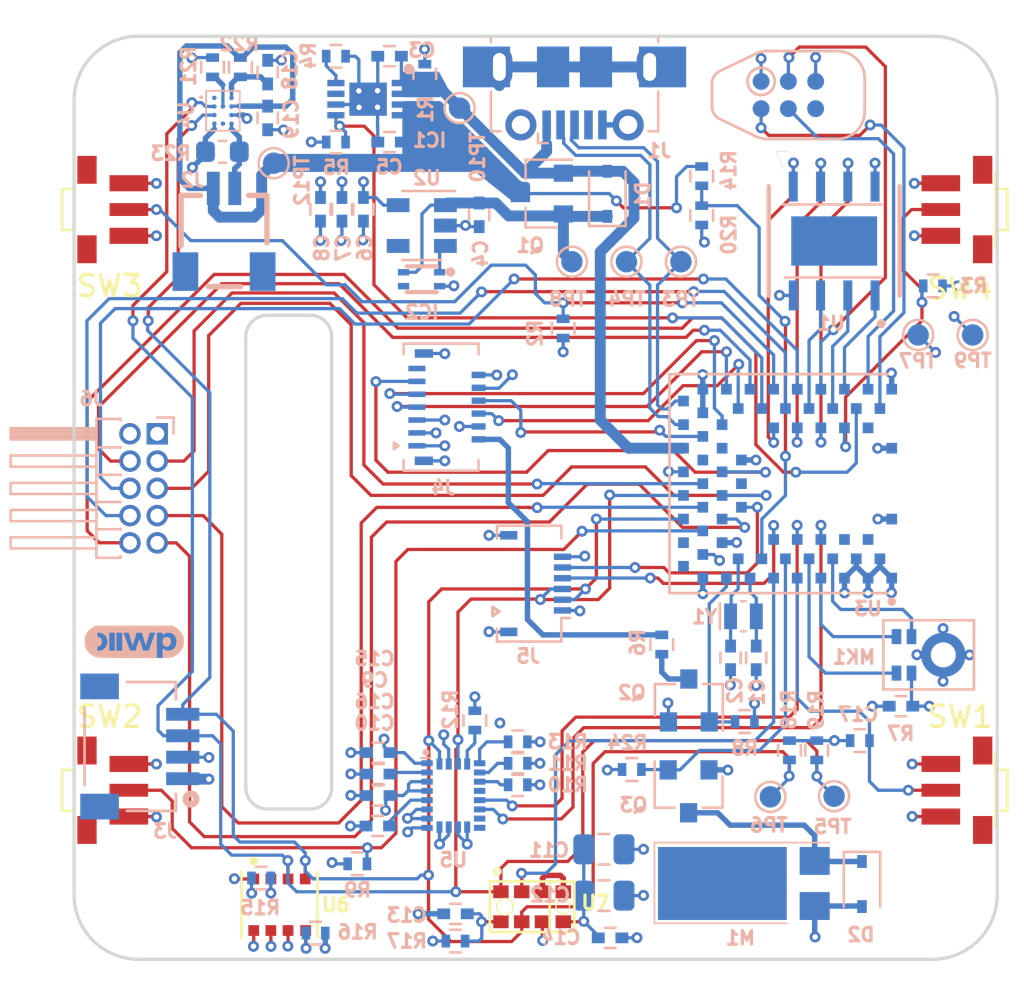
<source format=kicad_pcb>
(kicad_pcb (version 20171130) (host pcbnew 5.0.2+dfsg1-1)
  (layers (0 F.Cu signal) (1 In1.Cu signal) (2 In2.Cu signal) (31 B.Cu signal) (34 B.Paste user) (35 F.Paste user) (36 B.SilkS user) (37 F.SilkS user) (38 B.Mask user) (39 F.Mask user) (44 Edge.Cuts user))
  (net 0 "")
  (net 1 +5P)
  (net 2 +BATT)
  (net 3 CHGSTAT)
  (net 4 GND)
  (net 5 "Net-(IC1-Pad7)")
  (net 6 "Net-(IC2-Pad1)")
  (net 7 "Net-(IC2-Pad3)")
  (net 8 VBUS)
  (net 9 SW_B)
  (net 10 SW_A)
  (net 11 XL1)
  (net 12 XL2)
  (net 13 +3V0)
  (net 14 LCD_DC)
  (net 15 NFC1)
  (net 16 NFC2)
  (net 17 LCD_CLK)
  (net 18 LCD_MOSI)
  (net 19 LCD_RST)
  (net 20 LCD_CS)
  (net 21 QSPI_~CS)
  (net 22 QSPI_DIO1)
  (net 23 QSPI_CLK)
  (net 24 QSPI_DIO0)
  (net 25 ~RESET)
  (net 26 QSPI_DIO2)
  (net 27 QSPI_DIO3)
  (net 28 SWCLK)
  (net 29 SWDIO)
  (net 30 MIC_BCLK)
  (net 31 MIC_SEL)
  (net 32 "Net-(U3-Pad54)")
  (net 33 ACC_INT)
  (net 34 GES_INT)
  (net 35 ACC_AG_NT)
  (net 36 MIC_DATAOUT)
  (net 37 "Net-(U3-Pad61)")
  (net 38 "Net-(U3-Pad62)")
  (net 39 IIC_SCL)
  (net 40 IIC_SDA)
  (net 41 D-)
  (net 42 D+)
  (net 43 "Net-(U5-Pad13)")
  (net 44 "Net-(U5-Pad12)")
  (net 45 "Net-(U5-Pad9)")
  (net 46 "Net-(R10-Pad1)")
  (net 47 "Net-(R11-Pad1)")
  (net 48 "Net-(R13-Pad1)")
  (net 49 "Net-(R12-Pad1)")
  (net 50 "Net-(C9-Pad2)")
  (net 51 "Net-(C10-Pad2)")
  (net 52 LCD_BL)
  (net 53 "Net-(C13-Pad1)")
  (net 54 "Net-(R16-Pad1)")
  (net 55 "Net-(R15-Pad1)")
  (net 56 "Net-(U2-Pad4)")
  (net 57 "Net-(U7-Pad3)")
  (net 58 "Net-(J1-Pad4)")
  (net 59 "Net-(U3-Pad48)")
  (net 60 "Net-(U3-Pad49)")
  (net 61 "Net-(Q2-Pad3)")
  (net 62 SW_C)
  (net 63 SW_D)
  (net 64 BATVSENSE)
  (net 65 TS_INT)
  (net 66 TS_RST)
  (net 67 "Net-(J4-Pad13)")
  (net 68 "Net-(J4-Pad2)")
  (net 69 GPIO0_4)
  (net 70 GPIO0_15)
  (net 71 GPIO0_5)
  (net 72 GPIO0_19)
  (net 73 GPIO0_6)
  (net 74 GPIO0_21)
  (net 75 GPIO0_7)
  (net 76 GPIO0_24)
  (net 77 "Net-(J2-Pad1)")
  (net 78 "Net-(C18-Pad1)")
  (net 79 "Net-(R21-Pad1)")
  (net 80 "Net-(IC1-Pad8)")
  (net 81 "Net-(U4-PadA1)")
  (net 82 "Net-(D2-Pad1)")
  (net 83 MOTOR_EN)
  (net 84 "Net-(U3-Pad60)")
  (net 85 "Net-(J7-Pad6)")
  (module ChronoPy-PCB:TC2030-IDC-NL (layer B.Cu) (at 132.036354 78.747319)
    (fp_text reference J7 (at 0 3.054) (layer B.SilkS) (effects (font (size 0.801575 0.801575) (thickness 0.015)) (justify mirror)))
    (fp_text value TC2030-CTX)
    (pad 1 smd circle (at -1.27 -0.635) (size 0.7874 0.7874) (layers B.Cu B.Mask) (net 13 +3V0))
    (pad 3 smd circle (at 0 -0.635) (size 0.7874 0.7874) (layers B.Cu B.Mask) (net 25 ~RESET))
    (pad 5 smd circle (at 1.27 -0.635) (size 0.7874 0.7874) (layers B.Cu B.Mask) (net 4 GND))
    (pad 6 smd circle (at 1.27 0.635) (size 0.7874 0.7874) (layers B.Cu B.Mask) (net 85 "Net-(J7-Pad6)"))
    (pad 4 smd circle (at 0 0.635) (size 0.7874 0.7874) (layers B.Cu B.Mask) (net 28 SWCLK))
    (pad 2 smd circle (at -1.27 0.635) (size 0.7874 0.7874) (layers B.Cu B.Mask) (net 29 SWDIO))
    (pad None np_thru_hole circle (at -2.54 0) (size 1.016 1.016) (drill 1.016) (layers *.Cu *.Mask))
    (pad None np_thru_hole circle (at 2.54 1.016) (size 1.016 1.016) (drill 1.016) (layers *.Cu *.Mask))
    (pad None np_thru_hole circle (at 2.54 -1.016) (size 1.016 1.016) (drill 1.016) (layers *.Cu *.Mask))
  )
  (module ChronoPy-PCB:SW_TL3340AF160QG (layer F.Cu) (at 140.037354 111.132319 90)
    (fp_text reference SW1 (at 3.429 0 180) (layer F.SilkS))
    (fp_text value SW_DIP_x01)
    (pad 1 smd rect (at 1.225 -0.9 90) (size 0.75 1.8) (layers F.Cu F.Paste F.Mask) (net 4 GND))
    (pad 1 smd rect (at -1.225 -0.9 90) (size 0.75 1.8) (layers F.Cu F.Paste F.Mask) (net 4 GND))
    (pad 3 smd rect (at 1.85 1.05 90) (size 1.3 0.9) (layers F.Cu F.Paste F.Mask))
    (pad 2 smd rect (at 0 -0.9 90) (size 0.6 1.8) (layers F.Cu F.Paste F.Mask) (net 10 SW_A))
    (pad "" np_thru_hole circle (at -2.125 0 90) (size 0.7 0.7) (drill 0.7) (layers *.Cu *.Mask))
    (pad "" np_thru_hole circle (at 2.125 0 90) (size 0.7 0.7) (drill 0.7) (layers *.Cu *.Mask))
    (pad 3 smd rect (at -1.85 1.05 90) (size 1.3 0.9) (layers F.Cu F.Paste F.Mask))
  )
  (module ChronoPy-PCB:SW_TL3340AF160QG (layer F.Cu) (at 100.413354 84.081319 270)
    (fp_text reference SW3 (at 3.556 0) (layer F.SilkS))
    (fp_text value SW_DIP_x01)
    (pad 3 smd rect (at -1.85 1.05 270) (size 1.3 0.9) (layers F.Cu F.Paste F.Mask))
    (pad "" np_thru_hole circle (at 2.125 0 270) (size 0.7 0.7) (drill 0.7) (layers *.Cu *.Mask))
    (pad "" np_thru_hole circle (at -2.125 0 270) (size 0.7 0.7) (drill 0.7) (layers *.Cu *.Mask))
    (pad 2 smd rect (at 0 -0.9 270) (size 0.6 1.8) (layers F.Cu F.Paste F.Mask) (net 62 SW_C))
    (pad 3 smd rect (at 1.85 1.05 270) (size 1.3 0.9) (layers F.Cu F.Paste F.Mask))
    (pad 1 smd rect (at -1.225 -0.9 270) (size 0.75 1.8) (layers F.Cu F.Paste F.Mask) (net 4 GND))
    (pad 1 smd rect (at 1.225 -0.9 270) (size 0.75 1.8) (layers F.Cu F.Paste F.Mask) (net 4 GND))
  )
  (module ChronoPy-PCB:SW_TL3340AF160QG (layer F.Cu) (at 100.413354 111.132319 270)
    (fp_text reference SW2 (at -3.429 0) (layer F.SilkS))
    (fp_text value SW_DIP_x01)
    (pad 1 smd rect (at 1.225 -0.9 270) (size 0.75 1.8) (layers F.Cu F.Paste F.Mask) (net 4 GND))
    (pad 1 smd rect (at -1.225 -0.9 270) (size 0.75 1.8) (layers F.Cu F.Paste F.Mask) (net 4 GND))
    (pad 3 smd rect (at 1.85 1.05 270) (size 1.3 0.9) (layers F.Cu F.Paste F.Mask))
    (pad 2 smd rect (at 0 -0.9 270) (size 0.6 1.8) (layers F.Cu F.Paste F.Mask) (net 9 SW_B))
    (pad "" np_thru_hole circle (at -2.125 0 270) (size 0.7 0.7) (drill 0.7) (layers *.Cu *.Mask))
    (pad "" np_thru_hole circle (at 2.125 0 270) (size 0.7 0.7) (drill 0.7) (layers *.Cu *.Mask))
    (pad 3 smd rect (at -1.85 1.05 270) (size 1.3 0.9) (layers F.Cu F.Paste F.Mask))
  )
  (module ChronoPy-PCB:SW_TL3340AF160QG (layer F.Cu) (at 140.037354 84.081319 90)
    (fp_text reference SW4 (at -3.683 0 180) (layer F.SilkS))
    (fp_text value SW_DIP_x01)
    (pad 3 smd rect (at -1.85 1.05 90) (size 1.3 0.9) (layers F.Cu F.Paste F.Mask))
    (pad "" np_thru_hole circle (at 2.125 0 90) (size 0.7 0.7) (drill 0.7) (layers *.Cu *.Mask))
    (pad "" np_thru_hole circle (at -2.125 0 90) (size 0.7 0.7) (drill 0.7) (layers *.Cu *.Mask))
    (pad 2 smd rect (at 0 -0.9 90) (size 0.6 1.8) (layers F.Cu F.Paste F.Mask) (net 63 SW_D))
    (pad 3 smd rect (at 1.85 1.05 90) (size 1.3 0.9) (layers F.Cu F.Paste F.Mask))
    (pad 1 smd rect (at -1.225 -0.9 90) (size 0.75 1.8) (layers F.Cu F.Paste F.Mask) (net 4 GND))
    (pad 1 smd rect (at 1.225 -0.9 90) (size 0.75 1.8) (layers F.Cu F.Paste F.Mask) (net 4 GND))
  )
  (module ChronoPy-PCB:APDS-9960 (layer F.Cu) (at 120.0988 116.5602 90)
    (fp_text reference U7 (at 0.195481 2.945954) (layer F.SilkS) (effects (font (size 0.635 0.635) (thickness 0.1524))))
    (fp_text value APDS-9960 hide)
    (pad 8 smd rect (at -0.6985 -1.45288 90) (size 0.59944 0.71882) (layers F.Cu F.Paste F.Mask) (net 53 "Net-(C13-Pad1)"))
    (pad 7 smd rect (at -0.6985 -0.4826 90) (size 0.59944 0.71882) (layers F.Cu F.Paste F.Mask) (net 39 IIC_SCL))
    (pad 6 smd rect (at -0.6985 0.4826 90) (size 0.59944 0.71882) (layers F.Cu F.Paste F.Mask) (net 4 GND))
    (pad 5 smd rect (at -0.6985 1.45288 90) (size 0.59944 0.71882) (layers F.Cu F.Paste F.Mask) (net 13 +3V0))
    (pad 4 smd rect (at 0.6985 1.45288 90) (size 0.59944 0.71882) (layers F.Cu F.Paste F.Mask) (net 57 "Net-(U7-Pad3)"))
    (pad 3 smd rect (at 0.6985 0.4826 90) (size 0.59944 0.71882) (layers F.Cu F.Paste F.Mask) (net 57 "Net-(U7-Pad3)"))
    (pad 2 smd rect (at 0.6985 -0.4826 90) (size 0.59944 0.71882) (layers F.Cu F.Paste F.Mask) (net 34 GES_INT))
    (pad 1 smd rect (at 0.6985 -1.45288 90) (size 0.59944 0.71882) (layers F.Cu F.Paste F.Mask) (net 40 IIC_SDA))
  )
  (module ChronoPy-PCB:Z43FC1B5640007L (layer B.Cu) (at 133.262954 115.475719 270)
    (fp_text reference M1 (at 2.54 3.4618) (layer B.SilkS) (effects (font (size 0.635 0.635) (thickness 0.1524)) (justify mirror)))
    (fp_text value Z43FC1B5640007L)
    (pad 1 smd rect (at -1.05 0 270) (size 1.3 1.4) (layers B.Cu B.Paste B.Mask) (net 82 "Net-(D2-Pad1)"))
    (pad 2 smd rect (at 1.05 0 270) (size 1.3 1.4) (layers B.Cu B.Paste B.Mask) (net 4 GND))
    (pad 3 smd rect (at 0 4.3 270) (size 3.4 6) (layers B.Cu B.Paste B.Mask))
  )
  (module ChronoPy-PCB:D_SOD-323 (layer B.Cu) (at 135.465354 115.501119 270)
    (fp_text reference D2 (at 2.3622 0.0508 180) (layer B.SilkS) (effects (font (size 0.635 0.635) (thickness 0.1524)) (justify mirror)))
    (fp_text value D)
    (pad 2 smd rect (at 1.05 0 270) (size 0.6 0.45) (layers B.Cu B.Paste B.Mask) (net 4 GND))
    (pad 1 smd rect (at -1.05 0 270) (size 0.6 0.45) (layers B.Cu B.Paste B.Mask) (net 82 "Net-(D2-Pad1)"))
  )
  (module ChronoPy-PCB:R_0402 (layer B.Cu) (at 124.739354 110.167119)
    (fp_text reference R24 (at -0.196 -1.2446) (layer B.SilkS) (effects (font (size 0.635 0.635) (thickness 0.1524)) (justify mirror)))
    (fp_text value 100k)
    (pad 2 smd rect (at 0.45 0) (size 0.4 0.6) (layers B.Cu B.Paste B.Mask) (net 83 MOTOR_EN))
    (pad 1 smd rect (at -0.45 0) (size 0.4 0.6) (layers B.Cu B.Paste B.Mask) (net 13 +3V0))
  )
  (module ChronoPy-PCB:SOT-23 (layer B.Cu) (at 127.388154 111.183119 270)
    (fp_text reference Q3 (at 0.635 2.5654) (layer B.SilkS) (effects (font (size 0.635 0.635) (thickness 0.1524)) (justify mirror)))
    (fp_text value AO3401A)
    (pad 1 smd rect (at -1 0.95 270) (size 0.9 0.8) (layers B.Cu B.Paste B.Mask) (net 83 MOTOR_EN))
    (pad 2 smd rect (at -1 -0.95 270) (size 0.9 0.8) (layers B.Cu B.Paste B.Mask) (net 13 +3V0))
    (pad 3 smd rect (at 1 0 270) (size 0.9 0.8) (layers B.Cu B.Paste B.Mask) (net 82 "Net-(D2-Pad1)"))
  )
  (module ChronoPy-PCB:Test_Point_Pad_d1.0mm (layer B.Cu) (at 138.081555 89.923319 270)
    (fp_text reference TP7 (at 1.2192 0.025401) (layer B.SilkS) (effects (font (size 0.635 0.635) (thickness 0.1524)) (justify mirror)))
    (fp_text value TestPoint)
    (pad 1 smd circle (at 0 0 270) (size 1 1) (layers B.Cu B.Mask) (net 13 +3V0))
  )
  (module ChronoPy-PCB:CSP-10 (layer B.Cu) (at 105.696554 79.280719 270)
    (fp_text reference U4 (at 0.4064 1.7018 270) (layer B.SilkS) (effects (font (size 0.635 0.635) (thickness 0.1524)) (justify mirror)))
    (fp_text value STC3115IJT)
    (pad B2 smd circle (at 0 0 270) (size 0.21 0.21) (layers B.Cu B.Paste B.Mask) (net 79 "Net-(R21-Pad1)"))
    (pad B1 smd circle (at 0 0.4 270) (size 0.21 0.21) (layers B.Cu B.Paste B.Mask) (net 40 IIC_SDA))
    (pad C1 smd circle (at 0.4 0.4 270) (size 0.21 0.21) (layers B.Cu B.Paste B.Mask) (net 39 IIC_SCL))
    (pad A1 smd circle (at -0.4 0.4 270) (size 0.21 0.21) (layers B.Cu B.Paste B.Mask) (net 81 "Net-(U4-PadA1)"))
    (pad B3 smd circle (at 0 -0.4 270) (size 0.21 0.21) (layers B.Cu B.Paste B.Mask) (net 2 +BATT))
    (pad C3 smd circle (at 0.4 -0.4 270) (size 0.21 0.21) (layers B.Cu B.Paste B.Mask) (net 4 GND))
    (pad A3 smd circle (at -0.4 -0.4 270) (size 0.21 0.21) (layers B.Cu B.Paste B.Mask) (net 78 "Net-(C18-Pad1)"))
    (pad D1 smd circle (at 0.8 0.4 270) (size 0.21 0.21) (layers B.Cu B.Paste B.Mask) (net 4 GND))
    (pad D3 smd circle (at 0.8 -0.4 270) (size 0.21 0.21) (layers B.Cu B.Paste B.Mask) (net 77 "Net-(J2-Pad1)"))
    (pad D2 smd circle (at 0.8 0 270) (size 0.21 0.21) (layers B.Cu B.Paste B.Mask))
  )
  (module SNT-4A (layer B.Cu) (at 114.959 87.327 270)
    (fp_text reference IC2 (at 1.529519 -0.008554) (layer B.SilkS) (effects (font (size 0.635 0.635) (thickness 0.1524)) (justify mirror)))
    (fp_text value S-1000C32-I4T1U_S-1000C32-I4T1U hide)
    (pad 1 smd rect (at -0.325 -0.83 270) (size 0.3 0.52) (layers B.Cu B.Paste B.Mask) (net 6 "Net-(IC2-Pad1)"))
    (pad 2 smd rect (at 0.325 -0.83 270) (size 0.3 0.52) (layers B.Cu B.Paste B.Mask) (net 4 GND))
    (pad 3 smd rect (at 0.325 0.85 270) (size 0.3 0.52) (layers B.Cu B.Paste B.Mask) (net 7 "Net-(IC2-Pad3)"))
    (pad 4 smd rect (at -0.325 0.85 270) (size 0.3 0.52) (layers B.Cu B.Paste B.Mask) (net 8 VBUS))
  )
  (module ChronoPy-PCB:C_0402 (layer B.Cu) (at 107.779354 77.680519 90)
    (fp_text reference C18 (at 0.1016 1.0414 90) (layer B.SilkS) (effects (font (size 0.635 0.635) (thickness 0.1524)) (justify mirror)))
    (fp_text value 220nF)
    (pad 2 smd rect (at 0.55 0 90) (size 0.6 0.5) (layers B.Cu B.Paste B.Mask) (net 4 GND))
    (pad 1 smd rect (at -0.55 0 90) (size 0.6 0.5) (layers B.Cu B.Paste B.Mask) (net 78 "Net-(C18-Pad1)"))
  )
  (module ChronoPy-PCB:C_0402 (layer B.Cu) (at 107.779354 79.814119 270)
    (fp_text reference C19 (at 0.0508 -1.0922 270) (layer B.SilkS) (effects (font (size 0.635 0.635) (thickness 0.1524)) (justify mirror)))
    (fp_text value 1uF)
    (pad 1 smd rect (at -0.55 0 270) (size 0.6 0.5) (layers B.Cu B.Paste B.Mask) (net 2 +BATT))
    (pad 2 smd rect (at 0.55 0 270) (size 0.6 0.5) (layers B.Cu B.Paste B.Mask) (net 4 GND))
  )
  (module ChronoPy-PCB:R_0402 (layer B.Cu) (at 105.213954 77.451919 90)
    (fp_text reference R21 (at 0.0508 -1.1176 90) (layer B.SilkS) (effects (font (size 0.635 0.635) (thickness 0.1524)) (justify mirror)))
    (fp_text value 1k)
    (pad 1 smd rect (at -0.45 0 90) (size 0.4 0.6) (layers B.Cu B.Paste B.Mask) (net 79 "Net-(R21-Pad1)"))
    (pad 2 smd rect (at 0.45 0 90) (size 0.4 0.6) (layers B.Cu B.Paste B.Mask) (net 4 GND))
  )
  (module ChronoPy-PCB:R_0402 (layer B.Cu) (at 106.509354 77.451919 90)
    (fp_text reference R22 (at 1.0922 -0.0508 180) (layer B.SilkS) (effects (font (size 0.635 0.635) (thickness 0.1524)) (justify mirror)))
    (fp_text value 1k)
    (pad 2 smd rect (at 0.45 0 90) (size 0.4 0.6) (layers B.Cu B.Paste B.Mask) (net 2 +BATT))
    (pad 1 smd rect (at -0.45 0 90) (size 0.4 0.6) (layers B.Cu B.Paste B.Mask) (net 78 "Net-(C18-Pad1)"))
  )
  (module Resistor_SMD:R_0603_1608Metric (layer B.Cu) (at 105.671154 81.388919)
    (fp_text reference R23 (at -2.413 0.0762 180) (layer B.SilkS) (effects (font (size 0.635 0.635) (thickness 0.1524)) (justify mirror)))
    (fp_text value "10m 1%")
    (pad 1 smd roundrect (at -0.7875 0) (size 0.875 0.95) (layers B.Cu B.Paste B.Mask) (net 4 GND))
    (pad 2 smd roundrect (at 0.7875 0) (size 0.875 0.95) (layers B.Cu B.Paste B.Mask) (net 77 "Net-(J2-Pad1)"))
  )
  (module ChronoPy-PCB:C_0402 (layer B.Cu) (at 137.282354 107.216319 180)
    (fp_text reference C17 (at 1.9948 -0.3854 180) (layer B.SilkS) (effects (font (size 0.635 0.635) (thickness 0.1524)) (justify mirror)))
    (fp_text value 0.1uF)
    (pad 1 smd rect (at -0.55 0 180) (size 0.6 0.5) (layers B.Cu B.Paste B.Mask) (net 13 +3V0))
    (pad 2 smd rect (at 0.55 0 180) (size 0.6 0.5) (layers B.Cu B.Paste B.Mask) (net 4 GND))
  )
  (module Connector_PinHeader_1.27mm:PinHeader_2x05_P1.27mm_Horizontal (layer B.Cu) (at 102.636553 94.52872 180)
    (fp_text reference J6 (at 3.0675 1.635 180) (layer B.SilkS) (effects (font (size 0.635 0.635) (thickness 0.1524)) (justify mirror)))
    (fp_text value Conn_02x05_Odd_Even)
    (pad 1 thru_hole rect (at 0 0 180) (size 1 1) (drill 0.65) (layers *.Cu *.Mask) (net 13 +3V0))
    (pad 2 thru_hole oval (at 1.27 0 180) (size 1 1) (drill 0.65) (layers *.Cu *.Mask) (net 4 GND))
    (pad 3 thru_hole oval (at 0 -1.27 180) (size 1 1) (drill 0.65) (layers *.Cu *.Mask) (net 75 GPIO0_7))
    (pad 4 thru_hole oval (at 1.27 -1.27 180) (size 1 1) (drill 0.65) (layers *.Cu *.Mask) (net 70 GPIO0_15))
    (pad 5 thru_hole oval (at 0 -2.54 180) (size 1 1) (drill 0.65) (layers *.Cu *.Mask) (net 73 GPIO0_6))
    (pad 6 thru_hole oval (at 1.27 -2.54 180) (size 1 1) (drill 0.65) (layers *.Cu *.Mask) (net 72 GPIO0_19))
    (pad 7 thru_hole oval (at 0 -3.81 180) (size 1 1) (drill 0.65) (layers *.Cu *.Mask) (net 71 GPIO0_5))
    (pad 8 thru_hole oval (at 1.27 -3.81 180) (size 1 1) (drill 0.65) (layers *.Cu *.Mask) (net 74 GPIO0_21))
    (pad 9 thru_hole oval (at 0 -5.08 180) (size 1 1) (drill 0.65) (layers *.Cu *.Mask) (net 69 GPIO0_4))
    (pad 10 thru_hole oval (at 1.27 -5.08 180) (size 1 1) (drill 0.65) (layers *.Cu *.Mask) (net 76 GPIO0_24))
  )
  (module Sensor_Audio:Infineon_PG-LLGA-5-1 (layer B.Cu) (at 138.572354 104.826319)
    (fp_text reference MK1 (at -3.488 0.1084 180) (layer B.SilkS) (effects (font (size 0.635 0.635) (thickness 0.1524)) (justify mirror)))
    (fp_text value IM69D120)
    (pad 1 smd rect (at -1.5 0.85) (size 0.45 0.7) (layers B.Cu B.Mask) (net 36 MIC_DATAOUT))
    (pad 2 smd rect (at -0.8 0.85) (size 0.45 0.7) (layers B.Cu B.Mask) (net 13 +3V0))
    (pad 3 smd rect (at -1.5 -0.85) (size 0.45 0.7) (layers B.Cu B.Mask) (net 30 MIC_BCLK))
    (pad 4 smd rect (at -0.8 -0.85) (size 0.45 0.7) (layers B.Cu B.Mask) (net 31 MIC_SEL))
    (pad "" np_thru_hole circle (at 0.68 0) (size 0.8 0.8) (drill 0.8) (layers *.Cu *.Mask))
    (pad 5 smd custom (at 0.68 0.81) (size 0.4 0.4) (layers B.Cu B.Mask) (net 4 GND) (options (clearance outline) (anchor circle)) (primitives (gr_circle (center 0 -0.81) (end 0.81 -0.81) (width 0.46))))
  )
  (module ChronoPy-PCB:Hirose_FH19C-6S-0.5SH_1x06-1MP_P0.50mm (layer B.Cu) (at 120.262354 101.506319 90)
    (fp_text reference J5 (at -3.3776 -0.3418 180) (layer B.SilkS) (effects (font (size 0.635 0.635) (thickness 0.1524)) (justify mirror)))
    (fp_text value Conn_01x06_MountingPin)
    (pad 6 smd rect (at 1.25 1.25 90) (size 0.3 0.8) (layers B.Cu B.Paste B.Mask) (net 4 GND))
    (pad 5 smd rect (at 0.75 1.25 90) (size 0.3 0.8) (layers B.Cu B.Paste B.Mask) (net 66 TS_RST))
    (pad 4 smd rect (at 0.25 1.25 90) (size 0.3 0.8) (layers B.Cu B.Paste B.Mask) (net 65 TS_INT))
    (pad 3 smd rect (at -0.25 1.25 90) (size 0.3 0.8) (layers B.Cu B.Paste B.Mask) (net 40 IIC_SDA))
    (pad 2 smd rect (at -0.75 1.25 90) (size 0.3 0.8) (layers B.Cu B.Paste B.Mask) (net 39 IIC_SCL))
    (pad 1 smd rect (at -1.25 1.25 90) (size 0.3 0.8) (layers B.Cu B.Paste B.Mask) (net 13 +3V0))
    (pad MP smd rect (at -2.25 -1.25 90) (size 0.4 0.8) (layers B.Cu B.Paste B.Mask) (net 4 GND))
    (pad MP smd rect (at 2.25 -1.25 90) (size 0.4 0.8) (layers B.Cu B.Paste B.Mask) (net 4 GND))
  )
  (module ChronoPy-PCB:Hirose_FH26W-13S-0.3SHW_2Rows-13Pins-1MP_P0.60mm (layer B.Cu) (at 116.132354 93.286319)
    (fp_text reference J4 (at -0.1742 3.749) (layer B.SilkS) (effects (font (size 0.635 0.635) (thickness 0.1524)) (justify mirror)))
    (fp_text value Conn_01x13_MountingPin)
    (pad MP smd rect (at -1.075 -2.5) (size 0.85 0.4) (layers B.Cu B.Paste B.Mask) (net 4 GND))
    (pad MP smd rect (at -1.075 2.5) (size 0.85 0.4) (layers B.Cu B.Paste B.Mask) (net 4 GND))
    (pad 12 smd rect (at 1.475 -1.5) (size 0.65 0.3) (layers B.Cu B.Paste B.Mask) (net 4 GND))
    (pad 10 smd rect (at 1.475 -0.9) (size 0.65 0.3) (layers B.Cu B.Paste B.Mask) (net 4 GND))
    (pad 8 smd rect (at 1.475 -0.3) (size 0.65 0.3) (layers B.Cu B.Paste B.Mask) (net 17 LCD_CLK))
    (pad 6 smd rect (at 1.475 0.3) (size 0.65 0.3) (layers B.Cu B.Paste B.Mask) (net 20 LCD_CS))
    (pad 4 smd rect (at 1.475 0.9) (size 0.65 0.3) (layers B.Cu B.Paste B.Mask) (net 13 +3V0))
    (pad 2 smd rect (at 1.475 1.5) (size 0.65 0.3) (layers B.Cu B.Paste B.Mask) (net 68 "Net-(J4-Pad2)"))
    (pad 13 smd rect (at -1.4 -1.8) (size 0.8 0.26) (layers B.Cu B.Paste B.Mask) (net 67 "Net-(J4-Pad13)"))
    (pad 11 smd rect (at -1.4 -1.2) (size 0.8 0.26) (layers B.Cu B.Paste B.Mask) (net 14 LCD_DC))
    (pad 9 smd rect (at -1.4 -0.6) (size 0.8 0.26) (layers B.Cu B.Paste B.Mask) (net 18 LCD_MOSI))
    (pad 7 smd rect (at -1.4 0) (size 0.8 0.26) (layers B.Cu B.Paste B.Mask) (net 19 LCD_RST))
    (pad 5 smd rect (at -1.4 0.6) (size 0.8 0.26) (layers B.Cu B.Paste B.Mask) (net 13 +3V0))
    (pad 3 smd rect (at -1.4 1.2) (size 0.8 0.26) (layers B.Cu B.Paste B.Mask) (net 4 GND))
    (pad 1 smd rect (at -1.4 1.8) (size 0.8 0.26) (layers B.Cu B.Paste B.Mask) (net 4 GND))
  )
  (module ChronoPy-PCB:C_0402 (layer B.Cu) (at 130.5382 104.9664 270)
    (fp_text reference C1 (at 1.593919 -0.050354 270) (layer B.SilkS) (effects (font (size 0.635 0.635) (thickness 0.1524)) (justify mirror)))
    (fp_text value 18pF)
    (pad 2 smd rect (at 0.55 0 270) (size 0.6 0.5) (layers B.Cu B.Paste B.Mask) (net 4 GND))
    (pad 1 smd rect (at -0.55 0 270) (size 0.6 0.5) (layers B.Cu B.Paste B.Mask) (net 11 XL1))
  )
  (module ChronoPy-PCB:C_0402 (layer B.Cu) (at 129.3444 104.9664 270)
    (fp_text reference C2 (at 1.517719 -0.202754 270) (layer B.SilkS) (effects (font (size 0.635 0.635) (thickness 0.1524)) (justify mirror)))
    (fp_text value 18pF)
    (pad 2 smd rect (at 0.55 0 270) (size 0.6 0.5) (layers B.Cu B.Paste B.Mask) (net 4 GND))
    (pad 1 smd rect (at -0.55 0 270) (size 0.6 0.5) (layers B.Cu B.Paste B.Mask) (net 12 XL2))
  )
  (module ChronoPy-PCB:C_0402 (layer B.Cu) (at 113.4588 76.9394 180)
    (fp_text reference C3 (at -1.508754 0.274881 180) (layer B.SilkS) (effects (font (size 0.635 0.635) (thickness 0.1524)) (justify mirror)))
    (fp_text value 10uF)
    (pad 2 smd rect (at 0.55 0 180) (size 0.6 0.5) (layers B.Cu B.Paste B.Mask) (net 4 GND))
    (pad 1 smd rect (at -0.55 0 180) (size 0.6 0.5) (layers B.Cu B.Paste B.Mask) (net 1 +5P))
  )
  (module ChronoPy-PCB:C_0402 (layer B.Cu) (at 117.635 84.327 270)
    (fp_text reference C4 (at 1.804 -0.064 270) (layer B.SilkS) (effects (font (size 0.635 0.635) (thickness 0.1524)) (justify mirror)))
    (fp_text value 10uF)
    (pad 2 smd rect (at 0.55 0 270) (size 0.6 0.5) (layers B.Cu B.Paste B.Mask) (net 4 GND))
    (pad 1 smd rect (at -0.55 0 270) (size 0.6 0.5) (layers B.Cu B.Paste B.Mask) (net 8 VBUS))
  )
  (module ChronoPy-PCB:C_0402 (layer B.Cu) (at 113.4588 80.9394 180)
    (fp_text reference C5 (at 0.015246 -1.160719 180) (layer B.SilkS) (effects (font (size 0.635 0.635) (thickness 0.1524)) (justify mirror)))
    (fp_text value 10uF)
    (pad 2 smd rect (at 0.55 0 180) (size 0.6 0.5) (layers B.Cu B.Paste B.Mask) (net 4 GND))
    (pad 1 smd rect (at -0.55 0 180) (size 0.6 0.5) (layers B.Cu B.Paste B.Mask) (net 2 +BATT))
  )
  (module ChronoPy-PCB:C_0402 (layer B.Cu) (at 112.241 84.07 270)
    (fp_text reference C6 (at 1.804 -0.064 270) (layer B.SilkS) (effects (font (size 0.635 0.635) (thickness 0.1524)) (justify mirror)))
    (fp_text value 10uF)
    (pad 2 smd rect (at 0.55 0 270) (size 0.6 0.5) (layers B.Cu B.Paste B.Mask) (net 4 GND))
    (pad 1 smd rect (at -0.55 0 270) (size 0.6 0.5) (layers B.Cu B.Paste B.Mask) (net 13 +3V0))
  )
  (module ChronoPy-PCB:C_0402 (layer B.Cu) (at 111.241 84.07 270)
    (fp_text reference C7 (at 1.804 -0.064 270) (layer B.SilkS) (effects (font (size 0.635 0.635) (thickness 0.1524)) (justify mirror)))
    (fp_text value 10uF)
    (pad 2 smd rect (at 0.55 0 270) (size 0.6 0.5) (layers B.Cu B.Paste B.Mask) (net 4 GND))
    (pad 1 smd rect (at -0.55 0 270) (size 0.6 0.5) (layers B.Cu B.Paste B.Mask) (net 13 +3V0))
  )
  (module ChronoPy-PCB:C_0402 (layer B.Cu) (at 112.9298 110.3782)
    (fp_text reference C9 (at -0.167446 -4.371881) (layer B.SilkS) (effects (font (size 0.635 0.635) (thickness 0.1524)) (justify mirror)))
    (fp_text value 10nF)
    (pad 2 smd rect (at 0.55 0) (size 0.6 0.5) (layers B.Cu B.Paste B.Mask) (net 50 "Net-(C9-Pad2)"))
    (pad 1 smd rect (at -0.55 0) (size 0.6 0.5) (layers B.Cu B.Paste B.Mask) (net 4 GND))
  )
  (module ChronoPy-PCB:C_0402 (layer B.Cu) (at 112.9098 112.7982)
    (fp_text reference C10 (at -0.147446 -4.791881) (layer B.SilkS) (effects (font (size 0.635 0.635) (thickness 0.1524)) (justify mirror)))
    (fp_text value 0.1uF)
    (pad 2 smd rect (at 0.55 0) (size 0.6 0.5) (layers B.Cu B.Paste B.Mask) (net 51 "Net-(C10-Pad2)"))
    (pad 1 smd rect (at -0.55 0) (size 0.6 0.5) (layers B.Cu B.Paste B.Mask) (net 4 GND))
  )
  (module ChronoPy-PCB:C_0402 (layer B.Cu) (at 116.529278 116.888676 180)
    (fp_text reference C13 (at 2.266924 -0.064 180) (layer B.SilkS) (effects (font (size 0.635 0.635) (thickness 0.1524)) (justify mirror)))
    (fp_text value 0.1uF)
    (pad 2 smd rect (at 0.55 0 180) (size 0.6 0.5) (layers B.Cu B.Paste B.Mask) (net 4 GND))
    (pad 1 smd rect (at -0.55 0 180) (size 0.6 0.5) (layers B.Cu B.Paste B.Mask) (net 53 "Net-(C13-Pad1)"))
  )
  (module ChronoPy-PCB:C_0402 (layer B.Cu) (at 123.731 118.008)
    (fp_text reference C14 (at -2.311846 -0.017681) (layer B.SilkS) (effects (font (size 0.635 0.635) (thickness 0.1524)) (justify mirror)))
    (fp_text value 0.1uF)
    (pad 2 smd rect (at 0.55 0) (size 0.6 0.5) (layers B.Cu B.Paste B.Mask) (net 4 GND))
    (pad 1 smd rect (at -0.55 0) (size 0.6 0.5) (layers B.Cu B.Paste B.Mask) (net 13 +3V0))
  )
  (module ChronoPy-PCB:C_0402 (layer B.Cu) (at 112.9298 109.3782 180)
    (fp_text reference C15 (at 0.167446 4.371881 180) (layer B.SilkS) (effects (font (size 0.635 0.635) (thickness 0.1524)) (justify mirror)))
    (fp_text value 10uF)
    (pad 2 smd rect (at 0.55 0 180) (size 0.6 0.5) (layers B.Cu B.Paste B.Mask) (net 4 GND))
    (pad 1 smd rect (at -0.55 0 180) (size 0.6 0.5) (layers B.Cu B.Paste B.Mask) (net 13 +3V0))
  )
  (module ChronoPy-PCB:C_0402 (layer B.Cu) (at 112.9298 111.3782 180)
    (fp_text reference C16 (at 0.167446 4.371881 180) (layer B.SilkS) (effects (font (size 0.635 0.635) (thickness 0.1524)) (justify mirror)))
    (fp_text value 0.1uF)
    (pad 2 smd rect (at 0.55 0 180) (size 0.6 0.5) (layers B.Cu B.Paste B.Mask) (net 4 GND))
    (pad 1 smd rect (at -0.55 0 180) (size 0.6 0.5) (layers B.Cu B.Paste B.Mask) (net 13 +3V0))
  )
  (module ChronoPy-PCB:C_0402 (layer B.Cu) (at 110.241 84.07 270)
    (fp_text reference C8 (at 1.804 -0.064 270) (layer B.SilkS) (effects (font (size 0.635 0.635) (thickness 0.1524)) (justify mirror)))
    (fp_text value 0.1uF)
    (pad 2 smd rect (at 0.55 0 270) (size 0.6 0.5) (layers B.Cu B.Paste B.Mask) (net 4 GND))
    (pad 1 smd rect (at -0.55 0 270) (size 0.6 0.5) (layers B.Cu B.Paste B.Mask) (net 13 +3V0))
  )
  (module ChronoPy-PCB:C_0805_2012Metric (layer B.Cu) (at 123.442934 116.042219)
    (fp_text reference C12 (at -2.50638 -0.0331) (layer B.SilkS) (effects (font (size 0.635 0.635) (thickness 0.1524)) (justify mirror)))
    (fp_text value 10uF)
    (pad 2 smd roundrect (at 0.9375 0) (size 0.975 1.4) (layers B.Cu B.Paste B.Mask) (net 4 GND))
    (pad 1 smd roundrect (at -0.9375 0) (size 0.975 1.4) (layers B.Cu B.Paste B.Mask) (net 13 +3V0))
  )
  (module ChronoPy-PCB:C_0805_2012Metric (layer B.Cu) (at 123.442934 113.883219)
    (fp_text reference C11 (at -2.55718 0.0431) (layer B.SilkS) (effects (font (size 0.635 0.635) (thickness 0.1524)) (justify mirror)))
    (fp_text value 10uF)
    (pad 2 smd roundrect (at 0.9375 0) (size 0.975 1.4) (layers B.Cu B.Paste B.Mask) (net 4 GND))
    (pad 1 smd roundrect (at -0.9375 0) (size 0.975 1.4) (layers B.Cu B.Paste B.Mask) (net 13 +3V0))
  )
  (module ChronoPy-PCB:Crystal_SMD_MicroCrystal_CM9V-T1A-2pin_1.6x1.0mm (layer B.Cu) (at 129.944 103.029)
    (fp_text reference Y1 (at -1.819246 0.026119) (layer B.SilkS) (effects (font (size 0.635 0.635) (thickness 0.1524)) (justify mirror)))
    (fp_text value 32.768)
    (pad 2 smd rect (at 0.6 0) (size 0.6 1.2) (layers B.Cu B.Paste B.Mask) (net 11 XL1))
    (pad 1 smd rect (at -0.6 0) (size 0.6 1.2) (layers B.Cu B.Paste B.Mask) (net 12 XL2))
  )
  (module ChronoPy-PCB:D_SOD-323 (layer B.Cu) (at 123.604 83.35 90)
    (fp_text reference D1 (at -0.0632 1.651 270) (layer B.SilkS) (effects (font (size 0.635 0.635) (thickness 0.1524)) (justify mirror)))
    (fp_text value D)
    (pad 1 smd rect (at -1.05 0 90) (size 0.6 0.45) (layers B.Cu B.Paste B.Mask) (net 8 VBUS))
    (pad 2 smd rect (at 1.05 0 90) (size 0.6 0.45) (layers B.Cu B.Paste B.Mask) (net 1 +5P))
  )
  (module "ChronoPy-PCB:JST_SM04B-SRSS-TB(LF)(SN)" (layer B.Cu) (at 103.825 109.094 90)
    (fp_text reference J3 (at -3.943319 -0.820846) (layer B.SilkS) (effects (font (size 0.635 0.635) (thickness 0.1524)) (justify mirror)))
    (fp_text value Conn_01x04_Shielded)
    (pad 4 smd rect (at 1.5 0 90) (size 0.6 1.55) (layers B.Cu B.Paste B.Mask) (net 39 IIC_SCL))
    (pad 3 smd rect (at 0.5 0 90) (size 0.6 1.55) (layers B.Cu B.Paste B.Mask) (net 40 IIC_SDA))
    (pad 2 smd rect (at -0.5 0 90) (size 0.6 1.55) (layers B.Cu B.Paste B.Mask) (net 13 +3V0))
    (pad 1 smd rect (at -1.5 0 90) (size 0.6 1.55) (layers B.Cu B.Paste B.Mask) (net 4 GND))
    (pad S1 smd rect (at -2.8 -3.875 90) (size 1.2 1.8) (layers B.Cu B.Paste B.Mask))
    (pad S2 smd rect (at 2.8 -3.875 90) (size 1.2 1.8) (layers B.Cu B.Paste B.Mask))
  )
  (module ChronoPy-PCB:PQFN24P43_350X300X102L35X23N (layer B.Cu) (at 116.4298 111.3782 270)
    (fp_text reference U5 (at 3 0) (layer B.SilkS) (effects (font (size 0.635 0.635) (thickness 0.1524)) (justify mirror)))
    (fp_text value LSM9DS1)
    (pad 18 smd rect (at 1.505 1.225 270) (size 0.28 0.53) (layers B.Cu B.Paste B.Mask) (net 4 GND))
    (pad 17 smd rect (at 1.47 0.645 270) (size 0.53 0.28) (layers B.Cu B.Paste B.Mask) (net 4 GND))
    (pad 16 smd rect (at 1.47 0.215 270) (size 0.53 0.28) (layers B.Cu B.Paste B.Mask) (net 4 GND))
    (pad 15 smd rect (at 1.47 -0.215 270) (size 0.53 0.28) (layers B.Cu B.Paste B.Mask) (net 4 GND))
    (pad 14 smd rect (at 1.47 -0.645 270) (size 0.53 0.28) (layers B.Cu B.Paste B.Mask) (net 4 GND))
    (pad 13 smd rect (at 1.505 -1.225 270) (size 0.28 0.53) (layers B.Cu B.Paste B.Mask) (net 43 "Net-(U5-Pad13)"))
    (pad 12 smd rect (at 1.075 -1.225 270) (size 0.28 0.53) (layers B.Cu B.Paste B.Mask) (net 44 "Net-(U5-Pad12)"))
    (pad 11 smd rect (at 0.645 -1.225 270) (size 0.28 0.53) (layers B.Cu B.Paste B.Mask) (net 35 ACC_AG_NT))
    (pad 10 smd rect (at 0.215 -1.225 270) (size 0.28 0.53) (layers B.Cu B.Paste B.Mask) (net 33 ACC_INT))
    (pad 9 smd rect (at -0.215 -1.225 270) (size 0.28 0.53) (layers B.Cu B.Paste B.Mask) (net 45 "Net-(U5-Pad9)"))
    (pad 8 smd rect (at -0.645 -1.225 270) (size 0.28 0.53) (layers B.Cu B.Paste B.Mask) (net 46 "Net-(R10-Pad1)"))
    (pad 7 smd rect (at -1.075 -1.225 270) (size 0.28 0.53) (layers B.Cu B.Paste B.Mask) (net 47 "Net-(R11-Pad1)"))
    (pad 6 smd rect (at -1.505 -1.225 270) (size 0.28 0.53) (layers B.Cu B.Paste B.Mask) (net 48 "Net-(R13-Pad1)"))
    (pad 5 smd rect (at -1.47 -0.645 270) (size 0.53 0.28) (layers B.Cu B.Paste B.Mask) (net 49 "Net-(R12-Pad1)"))
    (pad 4 smd rect (at -1.47 -0.215 270) (size 0.53 0.28) (layers B.Cu B.Paste B.Mask) (net 40 IIC_SDA))
    (pad 3 smd rect (at -1.47 0.215 270) (size 0.53 0.28) (layers B.Cu B.Paste B.Mask) (net 13 +3V0))
    (pad 2 smd rect (at -1.47 0.645 270) (size 0.53 0.28) (layers B.Cu B.Paste B.Mask) (net 39 IIC_SCL))
    (pad 1 smd rect (at -1.505 1.225 270) (size 0.28 0.53) (layers B.Cu B.Paste B.Mask) (net 13 +3V0))
    (pad 24 smd rect (at -1.075 1.225 270) (size 0.28 0.53) (layers B.Cu B.Paste B.Mask) (net 50 "Net-(C9-Pad2)"))
    (pad 23 smd rect (at -0.645 1.225 270) (size 0.28 0.53) (layers B.Cu B.Paste B.Mask) (net 13 +3V0))
    (pad 22 smd rect (at -0.215 1.225 270) (size 0.28 0.53) (layers B.Cu B.Paste B.Mask) (net 13 +3V0))
    (pad 21 smd rect (at 0.215 1.225 270) (size 0.28 0.53) (layers B.Cu B.Paste B.Mask) (net 51 "Net-(C10-Pad2)"))
    (pad 20 smd rect (at 0.645 1.225 270) (size 0.28 0.53) (layers B.Cu B.Paste B.Mask) (net 4 GND))
    (pad 19 smd rect (at 1.075 1.225 270) (size 0.28 0.53) (layers B.Cu B.Paste B.Mask) (net 4 GND))
  )
  (module ChronoPy-PCB:PSON80P300X300X100-8N (layer F.Cu) (at 108.330435 116.465873 90)
    (fp_text reference U6 (at -0.000446 2.623919 180) (layer F.SilkS) (effects (font (size 0.635 0.635) (thickness 0.1524))))
    (fp_text value BME680)
    (pad 1 smd rect (at 1.2 -1.2 90) (size 0.5 0.5) (layers F.Cu F.Paste F.Mask) (net 4 GND))
    (pad 2 smd rect (at 1.2 -0.4 90) (size 0.5 0.5) (layers F.Cu F.Paste F.Mask) (net 55 "Net-(R15-Pad1)"))
    (pad 3 smd rect (at 1.2 0.4 90) (size 0.5 0.5) (layers F.Cu F.Paste F.Mask) (net 40 IIC_SDA))
    (pad 4 smd rect (at 1.2 1.2 90) (size 0.5 0.5) (layers F.Cu F.Paste F.Mask) (net 39 IIC_SCL))
    (pad 5 smd rect (at -1.2 1.22 90) (size 0.5 0.5) (layers F.Cu F.Paste F.Mask) (net 54 "Net-(R16-Pad1)"))
    (pad 6 smd rect (at -1.2 0.4 90) (size 0.5 0.5) (layers F.Cu F.Paste F.Mask) (net 13 +3V0))
    (pad 7 smd rect (at -1.2 -0.4 90) (size 0.5 0.5) (layers F.Cu F.Paste F.Mask) (net 4 GND))
    (pad 8 smd rect (at -1.2 -1.2 90) (size 0.5 0.5) (layers F.Cu F.Paste F.Mask) (net 13 +3V0))
  )
  (module ChronoPy-PCB:RIGADO_BMD-340-A-R (layer B.Cu) (at 134 96.85 180)
    (fp_text reference U3 (at -1.744754 -5.824119) (layer B.SilkS) (effects (font (size 0.635 0.635) (thickness 0.1524)) (justify mirror)))
    (fp_text value BMD-340-A-R)
    (pad 1 smd rect (at -2.85 -4.4 180) (size 0.5 0.5) (layers B.Cu B.Paste B.Mask) (net 4 GND))
    (pad 2 smd rect (at -2.3 -3.5 180) (size 0.5 0.5) (layers B.Cu B.Paste B.Mask) (net 4 GND))
    (pad 3 smd rect (at -1.75 -4.4 180) (size 0.5 0.5) (layers B.Cu B.Paste B.Mask) (net 4 GND))
    (pad 4 smd rect (at -1.2 -3.5 180) (size 0.5 0.5) (layers B.Cu B.Paste B.Mask) (net 4 GND))
    (pad 5 smd rect (at -0.65 -4.4 180) (size 0.5 0.5) (layers B.Cu B.Paste B.Mask) (net 4 GND))
    (pad 6 smd rect (at -0.1 -3.5 180) (size 0.5 0.5) (layers B.Cu B.Paste B.Mask) (net 31 MIC_SEL))
    (pad 7 smd rect (at 0.45 -4.4 180) (size 0.5 0.5) (layers B.Cu B.Paste B.Mask) (net 30 MIC_BCLK))
    (pad 8 smd rect (at 1 -3.5 180) (size 0.5 0.5) (layers B.Cu B.Paste B.Mask) (net 36 MIC_DATAOUT))
    (pad 9 smd rect (at 1.55 -4.4 180) (size 0.5 0.5) (layers B.Cu B.Paste B.Mask) (net 10 SW_A))
    (pad 10 smd rect (at 2.1 -3.5 180) (size 0.5 0.5) (layers B.Cu B.Paste B.Mask) (net 83 MOTOR_EN))
    (pad 11 smd rect (at 2.65 -4.4 180) (size 0.5 0.5) (layers B.Cu B.Paste B.Mask) (net 34 GES_INT))
    (pad 12 smd rect (at 3.2 -3.5 180) (size 0.5 0.5) (layers B.Cu B.Paste B.Mask) (net 64 BATVSENSE))
    (pad 13 smd rect (at 3.75 -4.4 180) (size 0.5 0.5) (layers B.Cu B.Paste B.Mask) (net 11 XL1))
    (pad 14 smd rect (at 4.3 -3.5 180) (size 0.5 0.5) (layers B.Cu B.Paste B.Mask) (net 12 XL2))
    (pad 15 smd rect (at 4.85 -4.4 180) (size 0.5 0.5) (layers B.Cu B.Paste B.Mask) (net 52 LCD_BL))
    (pad 16 smd rect (at 5.95 -4.4 180) (size 0.5 0.5) (layers B.Cu B.Paste B.Mask) (net 4 GND))
    (pad 17 smd rect (at 5.95 -3.3 180) (size 0.5 0.5) (layers B.Cu B.Paste B.Mask) (net 13 +3V0))
    (pad 18 smd rect (at 5.05 -2.75 180) (size 0.5 0.5) (layers B.Cu B.Paste B.Mask) (net 4 GND))
    (pad 19 smd rect (at 5.95 -2.2 180) (size 0.5 0.5) (layers B.Cu B.Paste B.Mask) (net 9 SW_B))
    (pad 20 smd rect (at 5.05 -1.65 180) (size 0.5 0.5) (layers B.Cu B.Paste B.Mask) (net 69 GPIO0_4))
    (pad 21 smd rect (at 5.95 -1.1 180) (size 0.5 0.5) (layers B.Cu B.Paste B.Mask) (net 71 GPIO0_5))
    (pad 22 smd rect (at 5.05 -0.55 180) (size 0.5 0.5) (layers B.Cu B.Paste B.Mask) (net 73 GPIO0_6))
    (pad 23 smd rect (at 5.95 0 180) (size 0.5 0.5) (layers B.Cu B.Paste B.Mask) (net 75 GPIO0_7))
    (pad 24 smd rect (at 5.05 0.55 180) (size 0.5 0.5) (layers B.Cu B.Paste B.Mask) (net 14 LCD_DC))
    (pad 25 smd rect (at 5.95 1.1 180) (size 0.5 0.5) (layers B.Cu B.Paste B.Mask) (net 15 NFC1))
    (pad 26 smd rect (at 5.05 1.65 180) (size 0.5 0.5) (layers B.Cu B.Paste B.Mask) (net 16 NFC2))
    (pad 27 smd rect (at 5.95 2.2 180) (size 0.5 0.5) (layers B.Cu B.Paste B.Mask) (net 17 LCD_CLK))
    (pad 28 smd rect (at 5.05 2.75 180) (size 0.5 0.5) (layers B.Cu B.Paste B.Mask) (net 18 LCD_MOSI))
    (pad 29 smd rect (at 5.95 3.3 180) (size 0.5 0.5) (layers B.Cu B.Paste B.Mask) (net 4 GND))
    (pad 30 smd rect (at 5.95 4.4 180) (size 0.5 0.5) (layers B.Cu B.Paste B.Mask) (net 4 GND))
    (pad 31 smd rect (at 4.85 4.4 180) (size 0.5 0.5) (layers B.Cu B.Paste B.Mask) (net 19 LCD_RST))
    (pad 32 smd rect (at 4.3 3.5 180) (size 0.5 0.5) (layers B.Cu B.Paste B.Mask) (net 20 LCD_CS))
    (pad 33 smd rect (at 3.75 4.4 180) (size 0.5 0.5) (layers B.Cu B.Paste B.Mask) (net 70 GPIO0_15))
    (pad 34 smd rect (at 3.2 3.5 180) (size 0.5 0.5) (layers B.Cu B.Paste B.Mask) (net 3 CHGSTAT))
    (pad 35 smd rect (at 2.65 4.4 180) (size 0.5 0.5) (layers B.Cu B.Paste B.Mask) (net 62 SW_C))
    (pad 36 smd rect (at 2.1 3.5 180) (size 0.5 0.5) (layers B.Cu B.Paste B.Mask) (net 74 GPIO0_21))
    (pad 37 smd rect (at 1.55 4.4 180) (size 0.5 0.5) (layers B.Cu B.Paste B.Mask) (net 72 GPIO0_19))
    (pad 38 smd rect (at 1 3.5 180) (size 0.5 0.5) (layers B.Cu B.Paste B.Mask) (net 26 QSPI_DIO2))
    (pad 39 smd rect (at 0.45 4.4 180) (size 0.5 0.5) (layers B.Cu B.Paste B.Mask) (net 25 ~RESET))
    (pad 40 smd rect (at -0.1 3.5 180) (size 0.5 0.5) (layers B.Cu B.Paste B.Mask) (net 22 QSPI_DIO1))
    (pad 41 smd rect (at -0.65 4.4 180) (size 0.5 0.5) (layers B.Cu B.Paste B.Mask) (net 21 QSPI_~CS))
    (pad 42 smd rect (at -1.2 3.5 180) (size 0.5 0.5) (layers B.Cu B.Paste B.Mask) (net 76 GPIO0_24))
    (pad 43 smd rect (at -1.75 4.4 180) (size 0.5 0.5) (layers B.Cu B.Paste B.Mask) (net 28 SWCLK))
    (pad 44 smd rect (at -2.3 3.5 180) (size 0.5 0.5) (layers B.Cu B.Paste B.Mask) (net 29 SWDIO))
    (pad 45 smd rect (at -2.85 4.4 180) (size 0.5 0.5) (layers B.Cu B.Paste B.Mask) (net 4 GND))
    (pad 46 smd rect (at -2.85 1.65 180) (size 0.5 0.5) (layers B.Cu B.Paste B.Mask) (net 4 GND))
    (pad 47 smd rect (at -2.85 -1.65 180) (size 0.5 0.5) (layers B.Cu B.Paste B.Mask) (net 4 GND))
    (pad 48 smd rect (at -1.75 -2.6 180) (size 0.5 0.5) (layers B.Cu B.Paste B.Mask) (net 59 "Net-(U3-Pad48)"))
    (pad 49 smd rect (at -0.65 -2.6 180) (size 0.5 0.5) (layers B.Cu B.Paste B.Mask) (net 60 "Net-(U3-Pad49)"))
    (pad 50 smd rect (at 0.45 -2.6 180) (size 0.5 0.5) (layers B.Cu B.Paste B.Mask) (net 35 ACC_AG_NT))
    (pad 51 smd rect (at 1.55 -2.6 180) (size 0.5 0.5) (layers B.Cu B.Paste B.Mask) (net 33 ACC_INT))
    (pad 52 smd rect (at 2.65 -2.6 180) (size 0.5 0.5) (layers B.Cu B.Paste B.Mask) (net 65 TS_INT))
    (pad 53 smd rect (at 4.15 -1.1 180) (size 0.5 0.5) (layers B.Cu B.Paste B.Mask) (net 66 TS_RST))
    (pad 54 smd rect (at 4.15 0 180) (size 0.5 0.5) (layers B.Cu B.Paste B.Mask) (net 32 "Net-(U3-Pad54)"))
    (pad 55 smd rect (at 4.15 1.1 180) (size 0.5 0.5) (layers B.Cu B.Paste B.Mask) (net 4 GND))
    (pad 56 smd rect (at 2.65 2.6 180) (size 0.5 0.5) (layers B.Cu B.Paste B.Mask) (net 24 QSPI_DIO0))
    (pad 57 smd rect (at 1.55 2.6 180) (size 0.5 0.5) (layers B.Cu B.Paste B.Mask) (net 23 QSPI_CLK))
    (pad 58 smd rect (at 0.45 2.6 180) (size 0.5 0.5) (layers B.Cu B.Paste B.Mask) (net 27 QSPI_DIO3))
    (pad 59 smd rect (at -0.65 2.6 180) (size 0.5 0.5) (layers B.Cu B.Paste B.Mask) (net 63 SW_D))
    (pad 60 smd rect (at -1.75 2.6 180) (size 0.5 0.5) (layers B.Cu B.Paste B.Mask) (net 84 "Net-(U3-Pad60)"))
    (pad 61 smd rect (at 6.85 -3.85 180) (size 0.5 0.5) (layers B.Cu B.Paste B.Mask) (net 37 "Net-(U3-Pad61)"))
    (pad 62 smd rect (at 6.85 -2.75 180) (size 0.5 0.5) (layers B.Cu B.Paste B.Mask) (net 38 "Net-(U3-Pad62)"))
    (pad 63 smd rect (at 6.85 -1.65 180) (size 0.5 0.5) (layers B.Cu B.Paste B.Mask) (net 39 IIC_SCL))
    (pad 64 smd rect (at 6.85 -0.55 180) (size 0.5 0.5) (layers B.Cu B.Paste B.Mask) (net 40 IIC_SDA))
    (pad 65 smd rect (at 6.85 0.55 180) (size 0.5 0.5) (layers B.Cu B.Paste B.Mask) (net 13 +3V0))
    (pad 66 smd rect (at 6.85 1.65 180) (size 0.5 0.5) (layers B.Cu B.Paste B.Mask) (net 1 +5P))
    (pad 67 smd rect (at 6.85 2.75 180) (size 0.5 0.5) (layers B.Cu B.Paste B.Mask) (net 41 D-))
    (pad 68 smd rect (at 6.85 3.85 180) (size 0.5 0.5) (layers B.Cu B.Paste B.Mask) (net 42 D+))
  )
  (module ChronoPy-PCB:R_0402 (layer B.Cu) (at 119.4298 108.8782)
    (fp_text reference R13 (at 2.332554 0) (layer B.SilkS) (effects (font (size 0.635 0.635) (thickness 0.1524)) (justify mirror)))
    (fp_text value 100k)
    (pad 1 smd rect (at -0.45 0) (size 0.4 0.6) (layers B.Cu B.Paste B.Mask) (net 48 "Net-(R13-Pad1)"))
    (pad 2 smd rect (at 0.45 0) (size 0.4 0.6) (layers B.Cu B.Paste B.Mask) (net 13 +3V0))
  )
  (module ChronoPy-PCB:R_0402 (layer B.Cu) (at 128 82.525 90)
    (fp_text reference R14 (at 0.268681 1.262354 90) (layer B.SilkS) (effects (font (size 0.635 0.635) (thickness 0.1524)) (justify mirror)))
    (fp_text value 800k)
    (pad 1 smd rect (at -0.45 0 90) (size 0.4 0.6) (layers B.Cu B.Paste B.Mask) (net 64 BATVSENSE))
    (pad 2 smd rect (at 0.45 0 90) (size 0.4 0.6) (layers B.Cu B.Paste B.Mask) (net 2 +BATT))
  )
  (module ChronoPy-PCB:R_0402 (layer B.Cu) (at 107.474035 115.221273 180)
    (fp_text reference R15 (at 0.038681 -1.385046 180) (layer B.SilkS) (effects (font (size 0.635 0.635) (thickness 0.1524)) (justify mirror)))
    (fp_text value 100k)
    (pad 1 smd rect (at -0.45 0 180) (size 0.4 0.6) (layers B.Cu B.Paste B.Mask) (net 55 "Net-(R15-Pad1)"))
    (pad 2 smd rect (at 0.45 0 180) (size 0.4 0.6) (layers B.Cu B.Paste B.Mask) (net 13 +3V0))
  )
  (module ChronoPy-PCB:R_0402 (layer B.Cu) (at 110.014035 117.786673)
    (fp_text reference R16 (at 1.956319 -0.050354) (layer B.SilkS) (effects (font (size 0.635 0.635) (thickness 0.1524)) (justify mirror)))
    (fp_text value 100k)
    (pad 1 smd rect (at -0.45 0) (size 0.4 0.6) (layers B.Cu B.Paste B.Mask) (net 54 "Net-(R16-Pad1)"))
    (pad 2 smd rect (at 0.45 0) (size 0.4 0.6) (layers B.Cu B.Paste B.Mask) (net 4 GND))
  )
  (module ChronoPy-PCB:R_0402 (layer B.Cu) (at 116.529278 118.158676 180)
    (fp_text reference R17 (at 2.266924 0 180) (layer B.SilkS) (effects (font (size 0.635 0.635) (thickness 0.1524)) (justify mirror)))
    (fp_text value 22)
    (pad 1 smd rect (at -0.45 0 180) (size 0.4 0.6) (layers B.Cu B.Paste B.Mask) (net 53 "Net-(C13-Pad1)"))
    (pad 2 smd rect (at 0.45 0 180) (size 0.4 0.6) (layers B.Cu B.Paste B.Mask) (net 13 +3V0))
  )
  (module ChronoPy-PCB:R_0402 (layer B.Cu) (at 132.0876 109.2704 90)
    (fp_text reference R18 (at 1.897281 -0.025846 90) (layer B.SilkS) (effects (font (size 0.635 0.635) (thickness 0.1524)) (justify mirror)))
    (fp_text value 10k)
    (pad 1 smd rect (at -0.45 0 90) (size 0.4 0.6) (layers B.Cu B.Paste B.Mask) (net 39 IIC_SCL))
    (pad 2 smd rect (at 0.45 0 90) (size 0.4 0.6) (layers B.Cu B.Paste B.Mask) (net 13 +3V0))
  )
  (module ChronoPy-PCB:R_0402 (layer B.Cu) (at 133.3576 109.2704 90)
    (fp_text reference R19 (at 1.871881 -0.025846 90) (layer B.SilkS) (effects (font (size 0.635 0.635) (thickness 0.1524)) (justify mirror)))
    (fp_text value 10k)
    (pad 1 smd rect (at -0.45 0 90) (size 0.4 0.6) (layers B.Cu B.Paste B.Mask) (net 40 IIC_SDA))
    (pad 2 smd rect (at 0.45 0 90) (size 0.4 0.6) (layers B.Cu B.Paste B.Mask) (net 13 +3V0))
  )
  (module ChronoPy-PCB:R_0402 (layer B.Cu) (at 115.099035 77.758273 270)
    (fp_text reference R1 (at 1.649446 -0.046319 270) (layer B.SilkS) (effects (font (size 0.635 0.635) (thickness 0.1524)) (justify mirror)))
    (fp_text value 10k)
    (pad 1 smd rect (at -0.45 0 270) (size 0.4 0.6) (layers B.Cu B.Paste B.Mask) (net 4 GND))
    (pad 2 smd rect (at 0.45 0 270) (size 0.4 0.6) (layers B.Cu B.Paste B.Mask) (net 1 +5P))
  )
  (module ChronoPy-PCB:R_0402 (layer B.Cu) (at 119.4298 109.8782)
    (fp_text reference R11 (at 2.332554 0) (layer B.SilkS) (effects (font (size 0.635 0.635) (thickness 0.1524)) (justify mirror)))
    (fp_text value 100k)
    (pad 1 smd rect (at -0.45 0) (size 0.4 0.6) (layers B.Cu B.Paste B.Mask) (net 47 "Net-(R11-Pad1)"))
    (pad 2 smd rect (at 0.45 0) (size 0.4 0.6) (layers B.Cu B.Paste B.Mask) (net 13 +3V0))
  )
  (module ChronoPy-PCB:R_0402 (layer B.Cu) (at 128 84.35 90)
    (fp_text reference R20 (at -0.906319 1.262354 90) (layer B.SilkS) (effects (font (size 0.635 0.635) (thickness 0.1524)) (justify mirror)))
    (fp_text value 2m)
    (pad 1 smd rect (at -0.45 0 90) (size 0.4 0.6) (layers B.Cu B.Paste B.Mask) (net 4 GND))
    (pad 2 smd rect (at 0.45 0 90) (size 0.4 0.6) (layers B.Cu B.Paste B.Mask) (net 64 BATVSENSE))
  )
  (module ChronoPy-PCB:R_0402 (layer B.Cu) (at 117.4298 107.8782 90)
    (fp_text reference R12 (at 0.501881 -1.137446 90) (layer B.SilkS) (effects (font (size 0.635 0.635) (thickness 0.1524)) (justify mirror)))
    (fp_text value 100k)
    (pad 1 smd rect (at -0.45 0 90) (size 0.4 0.6) (layers B.Cu B.Paste B.Mask) (net 49 "Net-(R12-Pad1)"))
    (pad 2 smd rect (at 0.45 0 90) (size 0.4 0.6) (layers B.Cu B.Paste B.Mask) (net 13 +3V0))
  )
  (module ChronoPy-PCB:R_0402 (layer B.Cu) (at 119.4298 110.8782)
    (fp_text reference R10 (at 2.332554 0) (layer B.SilkS) (effects (font (size 0.635 0.635) (thickness 0.1524)) (justify mirror)))
    (fp_text value 100k)
    (pad 1 smd rect (at -0.45 0) (size 0.4 0.6) (layers B.Cu B.Paste B.Mask) (net 46 "Net-(R10-Pad1)"))
    (pad 2 smd rect (at 0.45 0) (size 0.4 0.6) (layers B.Cu B.Paste B.Mask) (net 13 +3V0))
  )
  (module ChronoPy-PCB:R_0402 (layer B.Cu) (at 111.955 114.56 180)
    (fp_text reference R9 (at -0.015354 -1.220519 180) (layer B.SilkS) (effects (font (size 0.635 0.635) (thickness 0.1524)) (justify mirror)))
    (fp_text value 100k)
    (pad 1 smd rect (at -0.45 0 180) (size 0.4 0.6) (layers B.Cu B.Paste B.Mask) (net 9 SW_B))
    (pad 2 smd rect (at 0.45 0 180) (size 0.4 0.6) (layers B.Cu B.Paste B.Mask) (net 13 +3V0))
  )
  (module ChronoPy-PCB:R_0402 (layer B.Cu) (at 130.004354 107.931919 180)
    (fp_text reference R8 (at 0 -1.2446 180) (layer B.SilkS) (effects (font (size 0.635 0.635) (thickness 0.1524)) (justify mirror)))
    (fp_text value 100k)
    (pad 1 smd rect (at -0.45 0 180) (size 0.4 0.6) (layers B.Cu B.Paste B.Mask) (net 13 +3V0))
    (pad 2 smd rect (at 0.45 0 180) (size 0.4 0.6) (layers B.Cu B.Paste B.Mask) (net 52 LCD_BL))
  )
  (module ChronoPy-PCB:R_0402 (layer B.Cu) (at 135.363754 108.820919 180)
    (fp_text reference R7 (at -1.905 0.3302 180) (layer B.SilkS) (effects (font (size 0.635 0.635) (thickness 0.1524)) (justify mirror)))
    (fp_text value 100k)
    (pad 1 smd rect (at -0.45 0 180) (size 0.4 0.6) (layers B.Cu B.Paste B.Mask) (net 10 SW_A))
    (pad 2 smd rect (at 0.45 0 180) (size 0.4 0.6) (layers B.Cu B.Paste B.Mask) (net 13 +3V0))
  )
  (module ChronoPy-PCB:R_0402 (layer B.Cu) (at 126.13892 104.34534 270)
    (fp_text reference R6 (at -0.089021 1.126566 270) (layer B.SilkS) (effects (font (size 0.635 0.635) (thickness 0.1524)) (justify mirror)))
    (fp_text value 33)
    (pad 1 smd rect (at -0.45 0 270) (size 0.4 0.6) (layers B.Cu B.Paste B.Mask) (net 68 "Net-(J4-Pad2)"))
    (pad 2 smd rect (at 0.45 0 270) (size 0.4 0.6) (layers B.Cu B.Paste B.Mask) (net 61 "Net-(Q2-Pad3)"))
  )
  (module ChronoPy-PCB:R_0402 (layer B.Cu) (at 110.9588 80.9394)
    (fp_text reference R5 (at 0.020954 1.186119) (layer B.SilkS) (effects (font (size 0.635 0.635) (thickness 0.1524)) (justify mirror)))
    (fp_text value 100k)
    (pad 1 smd rect (at -0.45 0) (size 0.4 0.6) (layers B.Cu B.Paste B.Mask) (net 13 +3V0))
    (pad 2 smd rect (at 0.45 0) (size 0.4 0.6) (layers B.Cu B.Paste B.Mask) (net 3 CHGSTAT))
  )
  (module ChronoPy-PCB:R_0402 (layer B.Cu) (at 110.9588 76.9394 180)
    (fp_text reference R4 (at 1.274446 0.020881 270) (layer B.SilkS) (effects (font (size 0.635 0.635) (thickness 0.1524)) (justify mirror)))
    (fp_text value 10k)
    (pad 1 smd rect (at -0.45 0 180) (size 0.4 0.6) (layers B.Cu B.Paste B.Mask) (net 4 GND))
    (pad 2 smd rect (at 0.45 0 180) (size 0.4 0.6) (layers B.Cu B.Paste B.Mask) (net 80 "Net-(IC1-Pad8)"))
  )
  (module ChronoPy-PCB:R_0402 (layer B.Cu) (at 138.767354 87.637319)
    (fp_text reference R3 (at 1.905 0) (layer B.SilkS) (effects (font (size 0.635 0.635) (thickness 0.1524)) (justify mirror)))
    (fp_text value 100k)
    (pad 1 smd rect (at -0.45 0) (size 0.4 0.6) (layers B.Cu B.Paste B.Mask) (net 63 SW_D))
    (pad 2 smd rect (at 0.45 0) (size 0.4 0.6) (layers B.Cu B.Paste B.Mask) (net 13 +3V0))
  )
  (module ChronoPy-PCB:R_0402 (layer B.Cu) (at 121.546154 89.618519 270)
    (fp_text reference R2 (at 0.231319 1.312646 270) (layer B.SilkS) (effects (font (size 0.635 0.635) (thickness 0.1524)) (justify mirror)))
    (fp_text value 100k)
    (pad 1 smd rect (at -0.45 0 270) (size 0.4 0.6) (layers B.Cu B.Paste B.Mask) (net 62 SW_C))
    (pad 2 smd rect (at 0.45 0 270) (size 0.4 0.6) (layers B.Cu B.Paste B.Mask) (net 13 +3V0))
  )
  (module ChronoPy-PCB:SM02B-SRSS-TB (layer B.Cu) (at 105.747354 85.071919 180)
    (fp_text reference J2 (at 1.4732 2.3622) (layer B.SilkS) (effects (font (size 0.635 0.635) (thickness 0.1524)) (justify mirror)))
    (fp_text value SM02B-SRSS-TB)
    (pad 1 smd rect (at -0.5 1.975 180) (size 0.6 1.55) (layers B.Cu B.Paste B.Mask) (net 77 "Net-(J2-Pad1)"))
    (pad 2 smd rect (at 0.5 1.975 180) (size 0.6 1.55) (layers B.Cu B.Paste B.Mask) (net 2 +BATT))
    (pad 3 smd rect (at -1.8 -1.9 180) (size 1.2 1.8) (layers B.Cu B.Paste B.Mask))
    (pad 4 smd rect (at 1.8 -1.9 180) (size 1.2 1.8) (layers B.Cu B.Paste B.Mask))
  )
  (module ChronoPy-PCB:SON127P600X500X80-9N (layer B.Cu) (at 134.1704 85.5468 90)
    (fp_text reference U1 (at -3.8354 -0.1524 180) (layer B.SilkS) (effects (font (size 0.635 0.635) (thickness 0.1524)) (justify mirror)))
    (fp_text value W25Q32JVZPIQ)
    (pad 1 smd rect (at -2.535 1.905 90) (size 1.4 0.42) (layers B.Cu B.Paste B.Mask) (net 21 QSPI_~CS))
    (pad 2 smd rect (at -2.535 0.635 90) (size 1.4 0.42) (layers B.Cu B.Paste B.Mask) (net 22 QSPI_DIO1))
    (pad 3 smd rect (at -2.535 -0.635 90) (size 1.4 0.42) (layers B.Cu B.Paste B.Mask) (net 26 QSPI_DIO2))
    (pad 4 smd rect (at -2.535 -1.905 90) (size 1.4 0.42) (layers B.Cu B.Paste B.Mask) (net 4 GND))
    (pad 5 smd rect (at 2.535 -1.905 90) (size 1.4 0.42) (layers B.Cu B.Paste B.Mask) (net 24 QSPI_DIO0))
    (pad 6 smd rect (at 2.535 -0.635 90) (size 1.4 0.42) (layers B.Cu B.Paste B.Mask) (net 23 QSPI_CLK))
    (pad 7 smd rect (at 2.535 0.635 90) (size 1.4 0.42) (layers B.Cu B.Paste B.Mask) (net 27 QSPI_DIO3))
    (pad 8 smd rect (at 2.535 1.905 90) (size 1.4 0.42) (layers B.Cu B.Paste B.Mask) (net 13 +3V0))
    (pad 9 smd rect (at 0 0 90) (size 2.3 4) (layers B.Cu B.Mask))
  )
  (module ChronoPy-PCB:SON50P300X200X100-9N-D (layer B.Cu) (at 112.4588 78.9394 180)
    (fp_text reference IC1 (at -2.864354 -1.916119) (layer B.SilkS) (effects (font (size 0.635 0.635) (thickness 0.1524)) (justify mirror)))
    (fp_text value MCP73831T-2ACI_MC hide)
    (pad 1 smd rect (at -1.5 0.75 90) (size 0.3 0.8) (layers B.Cu B.Paste B.Mask) (net 1 +5P))
    (pad 2 smd rect (at -1.5 0.25 90) (size 0.3 0.8) (layers B.Cu B.Paste B.Mask) (net 1 +5P))
    (pad 3 smd rect (at -1.5 -0.25 90) (size 0.3 0.8) (layers B.Cu B.Paste B.Mask) (net 2 +BATT))
    (pad 4 smd rect (at -1.5 -0.75 90) (size 0.3 0.8) (layers B.Cu B.Paste B.Mask) (net 2 +BATT))
    (pad 5 smd rect (at 1.5 -0.75 90) (size 0.3 0.8) (layers B.Cu B.Paste B.Mask) (net 3 CHGSTAT))
    (pad 6 smd rect (at 1.5 -0.25 90) (size 0.3 0.8) (layers B.Cu B.Paste B.Mask) (net 4 GND))
    (pad 7 smd rect (at 1.5 0.25 90) (size 0.3 0.8) (layers B.Cu B.Paste B.Mask) (net 5 "Net-(IC1-Pad7)"))
    (pad 8 smd rect (at 1.5 0.75 90) (size 0.3 0.8) (layers B.Cu B.Paste B.Mask) (net 80 "Net-(IC1-Pad8)"))
    (pad 9 smd rect (at 0 0 90) (size 1.55 1.75) (layers B.Cu B.Paste B.Mask) (net 4 GND))
  )
  (module ChronoPy-PCB:SOT-23 (layer B.Cu) (at 120.556 83.337 180)
    (fp_text reference Q1 (at 0.543646 -2.419319) (layer B.SilkS) (effects (font (size 0.635 0.635) (thickness 0.1524)) (justify mirror)))
    (fp_text value AO3401A)
    (pad 3 smd rect (at 1 0 180) (size 0.9 0.8) (layers B.Cu B.Paste B.Mask) (net 2 +BATT))
    (pad 2 smd rect (at -1 -0.95 180) (size 0.9 0.8) (layers B.Cu B.Paste B.Mask) (net 8 VBUS))
    (pad 1 smd rect (at -1 0.95 180) (size 0.9 0.8) (layers B.Cu B.Paste B.Mask) (net 1 +5P))
  )
  (module ChronoPy-PCB:SOT-23 (layer B.Cu) (at 127.4 106.95 90)
    (fp_text reference Q2 (at 0.364281 -2.653446 180) (layer B.SilkS) (effects (font (size 0.635 0.635) (thickness 0.1524)) (justify mirror)))
    (fp_text value AO3401A)
    (pad 3 smd rect (at 1 0 90) (size 0.9 0.8) (layers B.Cu B.Paste B.Mask) (net 61 "Net-(Q2-Pad3)"))
    (pad 2 smd rect (at -1 -0.95 90) (size 0.9 0.8) (layers B.Cu B.Paste B.Mask) (net 13 +3V0))
    (pad 1 smd rect (at -1 0.95 90) (size 0.9 0.8) (layers B.Cu B.Paste B.Mask) (net 52 LCD_BL))
  )
  (module ChronoPy-PCB:SOT-23-5 (layer B.Cu) (at 114.959 84.827 180)
    (fp_text reference U2 (at -0.237154 2.218881) (layer B.SilkS) (effects (font (size 0.635 0.635) (thickness 0.1524)) (justify mirror)))
    (fp_text value AP2112K-3.3V)
    (pad 5 smd rect (at 1.1 0.95 180) (size 1.06 0.65) (layers B.Cu B.Paste B.Mask) (net 13 +3V0))
    (pad 4 smd rect (at 1.1 -0.95 180) (size 1.06 0.65) (layers B.Cu B.Paste B.Mask) (net 56 "Net-(U2-Pad4)"))
    (pad 3 smd rect (at -1.1 -0.95 180) (size 1.06 0.65) (layers B.Cu B.Paste B.Mask) (net 6 "Net-(IC2-Pad1)"))
    (pad 2 smd rect (at -1.1 0 180) (size 1.06 0.65) (layers B.Cu B.Paste B.Mask) (net 4 GND))
    (pad 1 smd rect (at -1.1 0.95 180) (size 1.06 0.65) (layers B.Cu B.Paste B.Mask) (net 8 VBUS))
  )
  (module ChronoPy-PCB:Test_Point_Pad_d1.0mm (layer B.Cu) (at 121.953 86.512)
    (fp_text reference TP8 (at -0.190646 1.744319) (layer B.SilkS) (effects (font (size 0.635 0.635) (thickness 0.1524)) (justify mirror)))
    (fp_text value TestPoint)
    (pad 1 smd circle (at 0 0) (size 1 1) (layers B.Cu B.Mask) (net 8 VBUS))
  )
  (module ChronoPy-PCB:Test_Point_Pad_d1.0mm (layer B.Cu) (at 127.033 86.512 270)
    (fp_text reference TP3 (at 1.744319 0.020646) (layer B.SilkS) (effects (font (size 0.635 0.635) (thickness 0.1524)) (justify mirror)))
    (fp_text value TestPoint)
    (pad 1 smd circle (at 0 0 270) (size 1 1) (layers B.Cu B.Mask) (net 42 D+))
  )
  (module ChronoPy-PCB:Test_Point_Pad_d1.0mm (layer B.Cu) (at 124.493 86.512 270)
    (fp_text reference TP4 (at 1.744319 -0.019354) (layer B.SilkS) (effects (font (size 0.635 0.635) (thickness 0.1524)) (justify mirror)))
    (fp_text value TestPoint)
    (pad 1 smd circle (at 0 0 270) (size 1 1) (layers B.Cu B.Mask) (net 41 D-))
  )
  (module ChronoPy-PCB:Test_Point_Pad_d1.0mm (layer B.Cu) (at 134.165 111.41)
    (fp_text reference TP5 (at -0.071246 1.424119) (layer B.SilkS) (effects (font (size 0.635 0.635) (thickness 0.1524)) (justify mirror)))
    (fp_text value TestPoint)
    (pad 1 smd circle (at 0 0) (size 1 1) (layers B.Cu B.Mask) (net 40 IIC_SDA))
  )
  (module ChronoPy-PCB:Test_Point_Pad_d1.0mm (layer B.Cu) (at 131.1986 111.440578)
    (fp_text reference TP6 (at -0.076646 1.317341) (layer B.SilkS) (effects (font (size 0.635 0.635) (thickness 0.1524)) (justify mirror)))
    (fp_text value TestPoint)
    (pad 1 smd circle (at 0 0) (size 1 1) (layers B.Cu B.Mask) (net 39 IIC_SCL))
  )
  (module ChronoPy-PCB:Test_Point_Pad_d1.0mm (layer B.Cu) (at 140.621554 89.923319 180)
    (fp_text reference TP9 (at 0 -1.1938 180) (layer B.SilkS) (effects (font (size 0.635 0.635) (thickness 0.1524)) (justify mirror)))
    (fp_text value TestPoint)
    (pad 1 smd circle (at 0 0 180) (size 1 1) (layers B.Cu B.Mask) (net 4 GND))
  )
  (module ChronoPy-PCB:Test_Point_Pad_d1.0mm (layer B.Cu) (at 116.720154 79.356919)
    (fp_text reference TP10 (at 0.8382 2.286 90) (layer B.SilkS) (effects (font (size 0.635 0.635) (thickness 0.1524)) (justify mirror)))
    (fp_text value TestPoint)
    (pad 1 smd circle (at 0 0) (size 1 1) (layers B.Cu B.Mask) (net 1 +5P))
  )
  (module ChronoPy-PCB:Test_Point_Pad_d1.0mm (layer B.Cu) (at 108.058754 81.922319)
    (fp_text reference TP12 (at 1.3208 0.8128 270) (layer B.SilkS) (effects (font (size 0.635 0.635) (thickness 0.1524)) (justify mirror)))
    (fp_text value TestPoint)
    (pad 1 smd circle (at 0 0) (size 1 1) (layers B.Cu B.Mask) (net 2 +BATT))
  )
  (module ChronoPy-PCB:USB_Micro-B_Molex-105017-0001 (layer B.Cu) (at 122.075 78.675)
    (fp_text reference J1 (at 3.941554 2.663119) (layer B.SilkS) (effects (font (size 0.635 0.635) (thickness 0.1524)) (justify mirror)))
    (fp_text value USB_B_Micro)
    (pad 6 smd rect (at 1 -1.2375) (size 1.5 1.9) (layers B.Cu B.Paste B.Mask) (net 4 GND))
    (pad 6 thru_hole circle (at -2.5 1.4625) (size 1.45 1.45) (drill 0.85) (layers *.Cu *.Paste *.Mask) (net 4 GND))
    (pad 2 smd rect (at -0.65 1.4625) (size 0.4 1.35) (layers B.Cu B.Paste B.Mask) (net 41 D-))
    (pad 1 smd rect (at -1.3 1.4625) (size 0.4 1.35) (layers B.Cu B.Paste B.Mask) (net 1 +5P))
    (pad 5 smd rect (at 1.3 1.4625) (size 0.4 1.35) (layers B.Cu B.Paste B.Mask) (net 4 GND))
    (pad 4 smd rect (at 0.65 1.4625) (size 0.4 1.35) (layers B.Cu B.Paste B.Mask) (net 58 "Net-(J1-Pad4)"))
    (pad 3 smd rect (at 0 1.4625) (size 0.4 1.35) (layers B.Cu B.Paste B.Mask) (net 42 D+))
    (pad 6 thru_hole circle (at 2.5 1.4625) (size 1.45 1.45) (drill 0.85) (layers *.Cu *.Paste *.Mask) (net 4 GND))
    (pad 6 smd rect (at -1 -1.2375) (size 1.5 1.9) (layers B.Cu B.Paste B.Mask) (net 4 GND))
    (pad 6 thru_hole oval (at -3.5 -1.2375 180) (size 1.2 1.9) (drill oval 0.6 1.3) (layers *.Cu *.Paste *.Mask) (net 4 GND))
    (pad 6 thru_hole oval (at 3.5 -1.2375) (size 1.2 1.9) (drill oval 0.6 1.3) (layers *.Cu *.Paste *.Mask) (net 4 GND))
    (pad 6 smd rect (at 4.1 -1.2375) (size 2.2 1.9) (layers B.Cu B.Paste B.Mask) (net 4 GND))
    (pad 6 smd rect (at -4.1 -1.2375) (size 2.2 1.9) (layers B.Cu B.Paste B.Mask) (net 4 GND))
  )
  (module Badge-PCB:M3 (layer F.Cu) (at 138.94202 116.25564)
    (fp_text reference REF** hide)
    (fp_text value M3)
    (pad "" np_thru_hole circle (at 0 0) (size 2.9 2.9) (drill 2.9) (layers *.Cu *.Mask) (clearance 0.6))
  )
  (module Badge-PCB:M3 (layer F.Cu) (at 101.444 116.2531)
    (fp_text reference REF** hide)
    (fp_text value M3)
    (pad "" np_thru_hole circle (at 0 0) (size 2.9 2.9) (drill 2.9) (layers *.Cu *.Mask) (clearance 0.6))
  )
  (module Badge-PCB:M3 (layer F.Cu) (at 138.92932 78.75508)
    (fp_text reference REF** hide)
    (fp_text value M3)
    (pad "" np_thru_hole circle (at 0 0) (size 2.9 2.9) (drill 2.9) (layers *.Cu *.Mask) (clearance 0.6))
  )
  (module Badge-PCB:M3 (layer F.Cu) (at 101.43638 78.75254)
    (fp_text reference REF** hide)
    (fp_text value M3)
    (pad "" np_thru_hole circle (at 0 0) (size 2.9 2.9) (drill 2.9) (layers *.Cu *.Mask) (clearance 0.6))
  )
  (module "Badge-PCB:Qwiic lozenge curves-shenzen" (layer B.Cu) (at 101.556354 104.274319 180)
    (fp_text reference Ref** hide)
    (fp_text value Val** hide)
    (fp_poly (pts (xy 1.735667 0.383621) (xy 1.734847 0.312417) (xy 1.729239 0.273669) (xy 1.714122 0.257502) (xy 1.684774 0.254039) (xy 1.673703 0.254) (xy 1.606969 0.2348) (xy 1.556641 0.182382) (xy 1.52855 0.104518) (xy 1.524673 0.055354) (xy 1.531159 -0.008447) (xy 1.546405 -0.057722) (xy 1.551132 -0.065334) (xy 1.599633 -0.109277) (xy 1.656295 -0.135019) (xy 1.702383 -0.135243) (xy 1.720908 -0.134381) (xy 1.731076 -0.155131) (xy 1.735173 -0.205486) (xy 1.735667 -0.251735) (xy 1.735667 -0.381) (xy 1.635125 -0.379658) (xy 1.563053 -0.374628) (xy 1.501124 -0.363578) (xy 1.484739 -0.358353) (xy 1.369267 -0.292088) (xy 1.286494 -0.198981) (xy 1.236531 -0.079211) (xy 1.219494 0.06667) (xy 1.222385 0.152915) (xy 1.235183 0.216519) (xy 1.262871 0.276889) (xy 1.281517 0.308171) (xy 1.363341 0.405584) (xy 1.468403 0.469431) (xy 1.600035 0.501623) (xy 1.622633 0.503869) (xy 1.735667 0.513242) (xy 1.735667 0.383621)) (layer B.Cu) (width 0.01))
    (fp_poly (pts (xy 1.185334 -0.381) (xy 0.889 -0.381) (xy 0.889 0.508) (xy 1.185334 0.508) (xy 1.185334 -0.381)) (layer B.Cu) (width 0.01))
    (fp_poly (pts (xy -0.237156 0.503654) (xy -0.09525 0.497417) (xy -0.021166 0.238224) (xy 0.007619 0.140742) (xy 0.033221 0.059986) (xy 0.053079 0.003628) (xy 0.06463 -0.020662) (xy 0.065441 -0.021067) (xy 0.078266 -0.002814) (xy 0.096031 0.043357) (xy 0.103869 0.068792) (xy 0.122475 0.132604) (xy 0.148277 0.220079) (xy 0.176293 0.314339) (xy 0.181781 0.332714) (xy 0.233791 0.506677) (xy 0.846667 0.506677) (xy 0.846667 -0.382854) (xy 0.693209 -0.376635) (xy 0.53975 -0.370417) (xy 0.518584 0.475225) (xy 0.362231 0.046244) (xy 0.205879 -0.382738) (xy 0.056311 -0.376577) (xy -0.093258 -0.370417) (xy -0.167883 -0.117163) (xy -0.242507 0.136091) (xy -0.323658 -0.122454) (xy -0.404808 -0.381) (xy -0.552318 -0.381) (xy -0.64542 -0.377129) (xy -0.697464 -0.365453) (xy -0.709263 -0.354542) (xy -0.719076 -0.327368) (xy -0.741022 -0.266792) (xy -0.772783 -0.1792) (xy -0.812045 -0.07098) (xy -0.85649 0.051479) (xy -0.867349 0.081392) (xy -0.912017 0.204877) (xy -0.951315 0.314357) (xy -0.983095 0.403782) (xy -1.005212 0.467104) (xy -1.015519 0.498273) (xy -1.016 0.500361) (xy -0.996625 0.504194) (xy -0.945539 0.50548) (xy -0.873303 0.503991) (xy -0.864235 0.503636) (xy -0.712469 0.497417) (xy -0.685475 0.41275) (xy -0.667025 0.353624) (xy -0.641078 0.268886) (xy -0.612207 0.173502) (xy -0.601422 0.137583) (xy -0.544364 -0.052917) (xy -0.514337 0.052917) (xy -0.493545 0.124987) (xy -0.465889 0.219255) (xy -0.436752 0.317393) (xy -0.431686 0.33432) (xy -0.379063 0.50989) (xy -0.237156 0.503654)) (layer B.Cu) (width 0.01))
    (fp_poly (pts (xy -1.042129 -0.089958) (xy -1.04775 -0.687917) (xy -1.18623 -0.694075) (xy -1.259378 -0.6951) (xy -1.314903 -0.691746) (xy -1.339688 -0.685256) (xy -1.346341 -0.65868) (xy -1.351477 -0.600245) (xy -1.35433 -0.520418) (xy -1.354666 -0.480025) (xy -1.354992 -0.390245) (xy -1.357186 -0.336311) (xy -1.363074 -0.311731) (xy -1.374481 -0.310019) (xy -1.393234 -0.324684) (xy -1.397328 -0.32838) (xy -1.451779 -0.356324) (xy -1.532287 -0.37341) (xy -1.623639 -0.378219) (xy -1.710625 -0.369327) (xy -1.743537 -0.360728) (xy -1.802573 -0.329343) (xy -1.865953 -0.278222) (xy -1.893139 -0.249755) (xy -1.959294 -0.144503) (xy -1.99477 -0.025828) (xy -1.997721 0.032407) (xy -1.692077 0.032407) (xy -1.664742 -0.057264) (xy -1.662029 -0.062639) (xy -1.610692 -0.122986) (xy -1.543364 -0.148826) (xy -1.470385 -0.138801) (xy -1.406621 -0.096212) (xy -1.371354 -0.048778) (xy -1.356467 0.010766) (xy -1.354666 0.055882) (xy -1.36878 0.152147) (xy -1.410818 0.216947) (xy -1.480323 0.249756) (xy -1.526153 0.254) (xy -1.60172 0.235953) (xy -1.656964 0.187409) (xy -1.688284 0.116762) (xy -1.692077 0.032407) (xy -1.997721 0.032407) (xy -2.001045 0.097993) (xy -1.979593 0.218683) (xy -1.93189 0.327965) (xy -1.859413 0.417561) (xy -1.763636 0.479193) (xy -1.763135 0.479403) (xy -1.668622 0.503367) (xy -1.564657 0.505727) (xy -1.469407 0.487143) (xy -1.425518 0.467151) (xy -1.38133 0.441659) (xy -1.36058 0.43847) (xy -1.350716 0.457599) (xy -1.348125 0.467231) (xy -1.337198 0.488778) (xy -1.312137 0.501142) (xy -1.26338 0.506742) (xy -1.186985 0.508) (xy -1.036507 0.508) (xy -1.042129 -0.089958)) (layer B.Cu) (width 0.01))
  )
  (gr_line (start 107.762354 112.006319) (end 109.762354 112.006319) (layer Edge.Cuts) (width 0.15))
  (gr_line (start 107.762354 89.006319) (end 109.762354 89.006319) (layer Edge.Cuts) (width 0.15))
  (gr_arc (start 107.762354 90.006319) (end 107.762354 89.006319) (angle -90) (layer Edge.Cuts) (width 0.15))
  (gr_arc (start 109.762354 90.006319) (end 110.762354 90.006319) (angle -90) (layer Edge.Cuts) (width 0.15))
  (gr_arc (start 109.762354 111.006319) (end 109.762354 112.006319) (angle -90) (layer Edge.Cuts) (width 0.15))
  (gr_arc (start 107.762354 111.006319) (end 106.762354 111.006319) (angle -90) (layer Edge.Cuts) (width 0.15))
  (gr_line (start 110.762354 90.006319) (end 110.762354 111.006319) (layer Edge.Cuts) (width 0.15))
  (gr_line (start 106.762354 90.006319) (end 106.762354 111.006319) (layer Edge.Cuts) (width 0.15))
  (gr_arc (start 101.762354 79.006319) (end 101.762354 76.006319) (angle -90) (layer Edge.Cuts) (width 0.15))
  (gr_arc (start 138.762354 79.006319) (end 141.762354 79.006319) (angle -90) (layer Edge.Cuts) (width 0.15))
  (gr_arc (start 138.762354 116.006319) (end 138.762354 119.006319) (angle -90) (layer Edge.Cuts) (width 0.15))
  (gr_arc (start 101.762354 116.006319) (end 98.762354 116.006319) (angle -90) (layer Edge.Cuts) (width 0.15))
  (gr_line (start 98.762354 79.006319) (end 98.762354 116.006319) (layer Edge.Cuts) (width 0.15))
  (gr_line (start 138.762354 76.006319) (end 101.762354 76.006319) (layer Edge.Cuts) (width 0.15))
  (gr_line (start 141.762354 116.006319) (end 141.762354 79.006319) (layer Edge.Cuts) (width 0.15))
  (gr_line (start 101.762354 119.006319) (end 138.762354 119.006319) (layer Edge.Cuts) (width 0.15))
  (segment (start 114.0088 76.9394) (end 114.0088 78.1394) (width 0.1524) (layer B.Cu) (net 1))
  (segment (start 114.0088 78.1394) (end 113.9588 78.1894) (width 0.1524) (layer B.Cu) (net 1))
  (segment (start 121.556 82.387) (end 119.762 82.387) (width 0.508) (layer B.Cu) (net 1))
  (segment (start 119.762 82.387) (end 119.762 82.379487) (width 0.508) (layer B.Cu) (net 1))
  (segment (start 120.775 80.1375) (end 120.775 81.025) (width 0.254) (layer B.Cu) (net 1))
  (segment (start 120.775 81.374) (end 119.762 82.387) (width 0.508) (layer B.Cu) (net 1))
  (segment (start 120.775 81.025) (end 120.775 81.374) (width 0.508) (layer B.Cu) (net 1))
  (segment (start 119.762 82.379487) (end 115.957513 78.575) (width 0.508) (layer B.Cu) (net 1))
  (segment (start 121.556 82.387) (end 121.646681 82.296319) (width 0.508) (layer B.Cu) (net 1))
  (segment (start 123.600319 82.296319) (end 123.604 82.3) (width 0.508) (layer B.Cu) (net 1))
  (segment (start 121.646681 82.296319) (end 123.600319 82.296319) (width 0.508) (layer B.Cu) (net 1))
  (segment (start 124.325 82.3) (end 123.604 82.3) (width 0.508) (layer B.Cu) (net 1))
  (segment (start 124.586035 95.2) (end 123.275 93.888965) (width 0.508) (layer B.Cu) (net 1))
  (segment (start 123.275 86.05) (end 124.842354 84.482646) (width 0.508) (layer B.Cu) (net 1))
  (segment (start 127.15 95.2) (end 124.586035 95.2) (width 0.508) (layer B.Cu) (net 1))
  (segment (start 123.275 93.888965) (end 123.275 86.05) (width 0.508) (layer B.Cu) (net 1))
  (segment (start 124.842354 84.482646) (end 124.842354 82.817354) (width 0.508) (layer B.Cu) (net 1))
  (segment (start 124.842354 82.817354) (end 124.325 82.3) (width 0.508) (layer B.Cu) (net 1))
  (segment (start 128 82.075) (end 127.3 82.075) (width 0.1524) (layer B.Cu) (net 2))
  (segment (start 127.3 82.075) (end 126.825 82.55) (width 0.1524) (layer B.Cu) (net 2))
  (via (at 126.825 84) (size 0.508) (drill 0.254) (layers F.Cu B.Cu) (net 2))
  (segment (start 126.825 82.55) (end 126.825 84) (width 0.1524) (layer B.Cu) (net 2))
  (segment (start 126.825 84) (end 124.35 84) (width 0.1524) (layer F.Cu) (net 2))
  (via (at 124.025 83.675) (size 0.508) (drill 0.254) (layers F.Cu B.Cu) (net 2))
  (segment (start 124.35 84) (end 124.025 83.675) (width 0.1524) (layer F.Cu) (net 2))
  (segment (start 123.687 83.337) (end 119.556 83.337) (width 0.1524) (layer B.Cu) (net 2))
  (segment (start 124.025 83.675) (end 123.687 83.337) (width 0.1524) (layer B.Cu) (net 2))
  (segment (start 106.113154 79.264119) (end 106.096554 79.280719) (width 0.1524) (layer B.Cu) (net 2))
  (segment (start 107.099154 76.512119) (end 108.620606 76.512119) (width 0.254) (layer B.Cu) (net 2))
  (segment (start 106.609354 77.001919) (end 107.099154 76.512119) (width 0.254) (layer B.Cu) (net 2))
  (segment (start 108.620606 76.512119) (end 108.874606 76.766119) (width 0.254) (layer B.Cu) (net 2))
  (segment (start 106.509354 77.001919) (end 106.609354 77.001919) (width 0.254) (layer B.Cu) (net 2))
  (segment (start 108.874606 76.766119) (end 108.947754 76.839267) (width 0.1524) (layer B.Cu) (net 2))
  (segment (start 107.779354 79.264119) (end 108.634154 79.264119) (width 0.254) (layer B.Cu) (net 2))
  (segment (start 108.947754 78.950519) (end 108.947754 76.839267) (width 0.254) (layer B.Cu) (net 2))
  (segment (start 108.634154 79.264119) (end 108.947754 78.950519) (width 0.254) (layer B.Cu) (net 2))
  (segment (start 103.689954 82.684319) (end 104.102554 83.096919) (width 0.254) (layer B.Cu) (net 2))
  (segment (start 103.994754 76.461319) (end 103.689954 76.766119) (width 0.254) (layer B.Cu) (net 2))
  (segment (start 105.899754 76.461319) (end 103.994754 76.461319) (width 0.254) (layer B.Cu) (net 2))
  (segment (start 103.689954 76.766119) (end 103.689954 82.684319) (width 0.254) (layer B.Cu) (net 2))
  (segment (start 106.509354 77.001919) (end 106.440354 77.001919) (width 0.254) (layer B.Cu) (net 2))
  (segment (start 106.440354 77.001919) (end 105.899754 76.461319) (width 0.254) (layer B.Cu) (net 2))
  (segment (start 104.102554 83.096919) (end 105.247354 83.096919) (width 0.254) (layer B.Cu) (net 2))
  (segment (start 107.779354 79.264119) (end 106.458554 79.264119) (width 0.254) (layer B.Cu) (net 2))
  (segment (start 107.550754 79.264119) (end 106.458554 79.264119) (width 0.1524) (layer B.Cu) (net 2))
  (segment (start 106.458554 79.264119) (end 106.113154 79.264119) (width 0.1524) (layer B.Cu) (net 2))
  (segment (start 105.247354 84.140119) (end 105.247354 83.096919) (width 0.508) (layer B.Cu) (net 2))
  (segment (start 107.144354 84.436919) (end 105.544154 84.436919) (width 0.508) (layer B.Cu) (net 2))
  (segment (start 107.499954 84.081319) (end 107.144354 84.436919) (width 0.508) (layer B.Cu) (net 2))
  (segment (start 105.544154 84.436919) (end 105.247354 84.140119) (width 0.508) (layer B.Cu) (net 2))
  (segment (start 108.058754 81.922319) (end 107.499954 82.481119) (width 0.508) (layer B.Cu) (net 2))
  (segment (start 107.499954 82.481119) (end 107.499954 84.081319) (width 0.508) (layer B.Cu) (net 2))
  (segment (start 110.9588 79.6894) (end 110.9588 80.0234) (width 0.1524) (layer B.Cu) (net 3))
  (segment (start 111.4088 80.4734) (end 111.4088 80.9394) (width 0.1524) (layer B.Cu) (net 3))
  (via (at 111.132154 80.196754) (size 0.508) (drill 0.254) (layers F.Cu B.Cu) (net 3))
  (segment (start 111.132154 80.196754) (end 111.4088 80.4734) (width 0.1524) (layer B.Cu) (net 3))
  (segment (start 110.9588 80.0234) (end 111.132154 80.196754) (width 0.1524) (layer B.Cu) (net 3))
  (segment (start 127.001564 89.126319) (end 126.642354 89.126319) (width 0.1524) (layer B.Cu) (net 3))
  (segment (start 130.8 90.993965) (end 128.932354 89.126319) (width 0.1524) (layer B.Cu) (net 3))
  (via (at 126.642354 89.126319) (size 0.508) (drill 0.254) (layers F.Cu B.Cu) (net 3))
  (segment (start 114.272354 89.126319) (end 126.642354 89.126319) (width 0.1524) (layer F.Cu) (net 3))
  (segment (start 130.8 93.35) (end 130.8 90.993965) (width 0.1524) (layer B.Cu) (net 3))
  (segment (start 128.932354 89.126319) (end 127.001564 89.126319) (width 0.1524) (layer B.Cu) (net 3))
  (segment (start 111.132154 80.196754) (end 112.276789 80.196754) (width 0.1524) (layer F.Cu) (net 3))
  (segment (start 112.276789 80.196754) (end 112.732354 80.652319) (width 0.1524) (layer F.Cu) (net 3))
  (segment (start 112.732354 80.652319) (end 112.732354 87.586319) (width 0.1524) (layer F.Cu) (net 3))
  (segment (start 112.732354 87.586319) (end 114.272354 89.126319) (width 0.1524) (layer F.Cu) (net 3))
  (segment (start 129.3444 105.5164) (end 129.3444 106.220594) (width 0.1524) (layer B.Cu) (net 4))
  (segment (start 129.3444 106.220594) (end 129.334994 106.23) (width 0.1524) (layer B.Cu) (net 4))
  (via (at 129.334994 106.23) (size 0.508) (drill 0.254) (layers F.Cu B.Cu) (net 4))
  (segment (start 130.5382 105.5164) (end 130.5382 106.2468) (width 0.1524) (layer B.Cu) (net 4))
  (segment (start 130.5382 106.2468) (end 130.535 106.25) (width 0.1524) (layer B.Cu) (net 4))
  (via (at 130.535 106.25) (size 0.508) (drill 0.254) (layers F.Cu B.Cu) (net 4))
  (segment (start 115.099035 77.308273) (end 115.099035 76.623273) (width 0.1524) (layer B.Cu) (net 4))
  (segment (start 115.099035 76.623273) (end 115.089035 76.613273) (width 0.1524) (layer B.Cu) (net 4))
  (via (at 115.089035 76.613273) (size 0.508) (drill 0.254) (layers F.Cu B.Cu) (net 4))
  (segment (start 118.515 78.266) (end 118.524 78.257) (width 0.1524) (layer B.Cu) (net 4))
  (segment (start 118.5748 78.3078) (end 118.524 78.257) (width 0.508) (layer B.Cu) (net 4))
  (segment (start 138.0304 104.8254) (end 138.025 104.82) (width 0.1524) (layer B.Cu) (net 4))
  (segment (start 138.5884 104.8254) (end 138.0304 104.8254) (width 0.1524) (layer B.Cu) (net 4))
  (via (at 138.025 104.82) (size 0.508) (drill 0.254) (layers F.Cu B.Cu) (net 4))
  (segment (start 140.4704 104.8254) (end 140.475 104.83) (width 0.1524) (layer B.Cu) (net 4))
  (segment (start 139.9124 104.8254) (end 140.4704 104.8254) (width 0.1524) (layer B.Cu) (net 4))
  (via (at 140.475 104.83) (size 0.508) (drill 0.254) (layers F.Cu B.Cu) (net 4))
  (segment (start 139.2504 104.1634) (end 139.2504 103.6054) (width 0.1524) (layer B.Cu) (net 4))
  (segment (start 139.2504 103.6054) (end 139.245 103.6) (width 0.1524) (layer B.Cu) (net 4))
  (via (at 139.245 103.6) (size 0.508) (drill 0.254) (layers F.Cu B.Cu) (net 4))
  (segment (start 139.2504 106.052) (end 139.245 106.0574) (width 0.1524) (layer B.Cu) (net 4))
  (segment (start 139.2504 105.4874) (end 139.2504 106.052) (width 0.1524) (layer B.Cu) (net 4))
  (via (at 139.245 106.0574) (size 0.508) (drill 0.254) (layers F.Cu B.Cu) (net 4))
  (segment (start 110.464035 118.488673) (end 110.459035 118.493673) (width 0.254) (layer B.Cu) (net 4))
  (segment (start 110.464035 117.786673) (end 110.464035 118.488673) (width 0.254) (layer B.Cu) (net 4))
  (via (at 110.459035 118.493673) (size 0.508) (drill 0.254) (layers F.Cu B.Cu) (net 4))
  (segment (start 116.6448 112.8482) (end 116.6448 113.2098) (width 0.1524) (layer B.Cu) (net 4))
  (segment (start 116.6448 113.2098) (end 117.075 113.64) (width 0.1524) (layer B.Cu) (net 4))
  (segment (start 117.0748 113.6398) (end 117.075 113.64) (width 0.1524) (layer B.Cu) (net 4))
  (segment (start 117.0748 112.8482) (end 117.0748 113.6398) (width 0.1524) (layer B.Cu) (net 4))
  (via (at 117.075 113.64) (size 0.508) (drill 0.254) (layers F.Cu B.Cu) (net 4))
  (segment (start 116.2148 112.8482) (end 116.2148 113.2128) (width 0.1524) (layer B.Cu) (net 4))
  (segment (start 116.2148 113.2128) (end 115.7876 113.64) (width 0.1524) (layer B.Cu) (net 4))
  (segment (start 115.7848 113.6372) (end 115.7876 113.64) (width 0.1524) (layer B.Cu) (net 4))
  (segment (start 115.7848 112.8482) (end 115.7848 113.6372) (width 0.1524) (layer B.Cu) (net 4))
  (via (at 115.7876 113.64) (size 0.508) (drill 0.254) (layers F.Cu B.Cu) (net 4))
  (segment (start 114.5018 112.8832) (end 114.305 113.08) (width 0.1524) (layer B.Cu) (net 4))
  (segment (start 115.2048 112.8832) (end 114.5018 112.8832) (width 0.1524) (layer B.Cu) (net 4))
  (via (at 114.305 113.08) (size 0.508) (drill 0.254) (layers F.Cu B.Cu) (net 4))
  (segment (start 115.2048 112.4532) (end 114.3082 112.4532) (width 0.1524) (layer B.Cu) (net 4))
  (segment (start 114.3082 112.4532) (end 114.295 112.44) (width 0.1524) (layer B.Cu) (net 4))
  (segment (start 114.7118 112.0232) (end 114.295 112.44) (width 0.1524) (layer B.Cu) (net 4))
  (segment (start 115.2048 112.0232) (end 114.7118 112.0232) (width 0.1524) (layer B.Cu) (net 4))
  (via (at 114.295 112.44) (size 0.508) (drill 0.254) (layers F.Cu B.Cu) (net 4))
  (segment (start 111.6568 109.3782) (end 111.655 109.38) (width 0.1524) (layer B.Cu) (net 4))
  (segment (start 112.3798 109.3782) (end 111.6568 109.3782) (width 0.1524) (layer B.Cu) (net 4))
  (via (at 111.655 109.38) (size 0.508) (drill 0.254) (layers F.Cu B.Cu) (net 4))
  (segment (start 111.6632 110.3782) (end 111.655 110.37) (width 0.1524) (layer B.Cu) (net 4))
  (segment (start 112.3798 110.3782) (end 111.6632 110.3782) (width 0.1524) (layer B.Cu) (net 4))
  (via (at 111.655 110.37) (size 0.508) (drill 0.254) (layers F.Cu B.Cu) (net 4))
  (segment (start 111.6632 111.3782) (end 111.655 111.37) (width 0.1524) (layer B.Cu) (net 4))
  (segment (start 112.3798 111.3782) (end 111.6632 111.3782) (width 0.1524) (layer B.Cu) (net 4))
  (via (at 111.655 111.37) (size 0.508) (drill 0.254) (layers F.Cu B.Cu) (net 4))
  (segment (start 111.6368 112.7982) (end 111.635 112.8) (width 0.1524) (layer B.Cu) (net 4))
  (segment (start 112.3598 112.7982) (end 111.6368 112.7982) (width 0.1524) (layer B.Cu) (net 4))
  (via (at 111.635 112.8) (size 0.508) (drill 0.254) (layers F.Cu B.Cu) (net 4))
  (segment (start 124 77.6125) (end 124.9024 77.6125) (width 0.1524) (layer B.Cu) (net 4))
  (segment (start 124.9024 77.6125) (end 126 77.6125) (width 0.1524) (layer B.Cu) (net 4))
  (segment (start 124 77.6125) (end 122.1 77.6125) (width 0.1524) (layer B.Cu) (net 4))
  (segment (start 124.977 118.008) (end 124.985 118) (width 0.1524) (layer B.Cu) (net 4))
  (segment (start 124.281 118.008) (end 124.977 118.008) (width 0.1524) (layer B.Cu) (net 4))
  (via (at 124.985 118) (size 0.508) (drill 0.254) (layers F.Cu B.Cu) (net 4))
  (segment (start 125.277581 116.042219) (end 125.2884 116.0314) (width 0.1524) (layer B.Cu) (net 4))
  (segment (start 124.380434 116.042219) (end 125.277581 116.042219) (width 0.1524) (layer B.Cu) (net 4))
  (via (at 125.2884 116.0314) (size 0.508) (drill 0.254) (layers F.Cu B.Cu) (net 4))
  (segment (start 125.286581 113.883219) (end 125.2884 113.8814) (width 0.1524) (layer B.Cu) (net 4))
  (segment (start 124.380434 113.883219) (end 125.286581 113.883219) (width 0.1524) (layer B.Cu) (net 4))
  (via (at 125.2884 113.8814) (size 0.508) (drill 0.254) (layers F.Cu B.Cu) (net 4))
  (segment (start 106.241235 115.265873) (end 106.229035 115.253673) (width 0.1524) (layer F.Cu) (net 4))
  (segment (start 107.130435 115.265873) (end 106.241235 115.265873) (width 0.1524) (layer F.Cu) (net 4))
  (via (at 106.229035 115.253673) (size 0.508) (drill 0.254) (layers F.Cu B.Cu) (net 4))
  (segment (start 136.85 91.705) (end 136.845 91.7) (width 0.254) (layer B.Cu) (net 4))
  (segment (start 136.85 92.45) (end 136.85 91.705) (width 0.254) (layer B.Cu) (net 4))
  (via (at 136.836954 91.7) (size 0.508) (drill 0.254) (layers F.Cu B.Cu) (net 4))
  (segment (start 136.85 95.2) (end 136.195 95.2) (width 0.254) (layer B.Cu) (net 4))
  (via (at 136.195 95.2) (size 0.508) (drill 0.254) (layers F.Cu B.Cu) (net 4))
  (segment (start 136.85 98.5) (end 136.205 98.5) (width 0.254) (layer B.Cu) (net 4))
  (via (at 136.205 98.5) (size 0.508) (drill 0.254) (layers F.Cu B.Cu) (net 4))
  (segment (start 135.2 100.35) (end 135.2 100.7) (width 0.254) (layer B.Cu) (net 4))
  (segment (start 135.2 100.7) (end 135.75 101.25) (width 0.254) (layer B.Cu) (net 4))
  (segment (start 135.2 100.7) (end 134.65 101.25) (width 0.254) (layer B.Cu) (net 4))
  (segment (start 136.3 100.35) (end 136.3 100.7) (width 0.254) (layer B.Cu) (net 4))
  (segment (start 136.3 100.7) (end 136.85 101.25) (width 0.254) (layer B.Cu) (net 4))
  (segment (start 136.3 100.7) (end 135.75 101.25) (width 0.254) (layer B.Cu) (net 4))
  (segment (start 136.85 101.925) (end 136.845 101.93) (width 0.254) (layer B.Cu) (net 4))
  (segment (start 136.85 101.25) (end 136.85 101.925) (width 0.254) (layer B.Cu) (net 4))
  (via (at 136.836954 101.93) (size 0.508) (drill 0.254) (layers F.Cu B.Cu) (net 4))
  (segment (start 135.75 101.935) (end 135.745 101.94) (width 0.254) (layer B.Cu) (net 4))
  (segment (start 135.75 101.25) (end 135.75 101.935) (width 0.254) (layer B.Cu) (net 4))
  (via (at 135.745 101.94) (size 0.508) (drill 0.254) (layers F.Cu B.Cu) (net 4))
  (segment (start 134.65 101.935) (end 134.655 101.94) (width 0.254) (layer B.Cu) (net 4))
  (segment (start 134.65 101.25) (end 134.65 101.935) (width 0.254) (layer B.Cu) (net 4))
  (via (at 134.655 101.94) (size 0.508) (drill 0.254) (layers F.Cu B.Cu) (net 4))
  (segment (start 129.615 99.6) (end 129.625 99.59) (width 0.254) (layer B.Cu) (net 4))
  (segment (start 128.95 99.6) (end 129.615 99.6) (width 0.254) (layer B.Cu) (net 4))
  (via (at 129.625 99.59) (size 0.508) (drill 0.254) (layers F.Cu B.Cu) (net 4))
  (segment (start 129.85 95.75) (end 130.525 95.75) (width 0.254) (layer B.Cu) (net 4))
  (via (at 130.525 95.75) (size 0.508) (drill 0.254) (layers F.Cu B.Cu) (net 4))
  (segment (start 128.05 91.7748) (end 128.045 91.7698) (width 0.254) (layer B.Cu) (net 4))
  (segment (start 128.05 92.45) (end 128.05 91.7748) (width 0.254) (layer B.Cu) (net 4))
  (via (at 128.045 91.7698) (size 0.508) (drill 0.254) (layers F.Cu B.Cu) (net 4))
  (segment (start 128.05 92.45) (end 128.05 93.55) (width 0.254) (layer B.Cu) (net 4))
  (segment (start 132.2654 87.8818) (end 132.2654 88.5396) (width 0.1524) (layer B.Cu) (net 4))
  (segment (start 117.635 84.877) (end 117.052 84.877) (width 0.1524) (layer B.Cu) (net 4))
  (segment (start 117.052 84.877) (end 116.995 84.82) (width 0.1524) (layer B.Cu) (net 4))
  (segment (start 116.988 84.827) (end 116.995 84.82) (width 0.1524) (layer B.Cu) (net 4))
  (segment (start 116.059 84.827) (end 116.988 84.827) (width 0.1524) (layer B.Cu) (net 4))
  (via (at 116.995 84.82) (size 0.508) (drill 0.254) (layers F.Cu B.Cu) (net 4))
  (via (at 112.8988 79.3134) (size 0.508) (drill 0.254) (layers F.Cu B.Cu) (net 4))
  (via (at 112.0388 79.3234) (size 0.508) (drill 0.254) (layers F.Cu B.Cu) (net 4))
  (via (at 112.8988 78.5434) (size 0.508) (drill 0.254) (layers F.Cu B.Cu) (net 4))
  (via (at 112.0288 78.5534) (size 0.508) (drill 0.254) (layers F.Cu B.Cu) (net 4))
  (segment (start 112.241 85.364) (end 112.235 85.37) (width 0.1524) (layer B.Cu) (net 4))
  (segment (start 112.241 84.62) (end 112.241 85.364) (width 0.1524) (layer B.Cu) (net 4))
  (via (at 112.215 85.5) (size 0.508) (drill 0.254) (layers F.Cu B.Cu) (net 4))
  (segment (start 111.241 85.374) (end 111.225 85.39) (width 0.1524) (layer B.Cu) (net 4))
  (segment (start 111.241 84.62) (end 111.241 85.374) (width 0.1524) (layer B.Cu) (net 4))
  (via (at 111.205 85.52) (size 0.508) (drill 0.254) (layers F.Cu B.Cu) (net 4))
  (segment (start 110.241 85.376) (end 110.255 85.39) (width 0.1524) (layer B.Cu) (net 4))
  (segment (start 110.241 84.62) (end 110.241 85.376) (width 0.1524) (layer B.Cu) (net 4))
  (via (at 110.235 85.52) (size 0.508) (drill 0.254) (layers F.Cu B.Cu) (net 4))
  (segment (start 112.9088 80.2216) (end 112.8996 80.2124) (width 0.1524) (layer B.Cu) (net 4))
  (segment (start 112.9088 80.9394) (end 112.9088 80.2216) (width 0.1524) (layer B.Cu) (net 4))
  (segment (start 123.375 80.1375) (end 124.575 80.1375) (width 0.254) (layer B.Cu) (net 4))
  (via (at 118.6 108) (size 0.508) (drill 0.254) (layers F.Cu B.Cu) (net 4))
  (segment (start 118.7 107.9) (end 118.6 108) (width 0.1524) (layer B.Cu) (net 4))
  (segment (start 119.175 77.4375) (end 121.075 77.4375) (width 0.508) (layer B.Cu) (net 4))
  (segment (start 123.075 77.4375) (end 121.075 77.4375) (width 0.508) (layer B.Cu) (net 4))
  (segment (start 124.975 77.4375) (end 123.075 77.4375) (width 0.508) (layer B.Cu) (net 4))
  (via (at 128.124998 85.599998) (size 0.508) (drill 0.254) (layers F.Cu B.Cu) (net 4))
  (segment (start 128 85.475) (end 128.124998 85.599998) (width 0.1524) (layer B.Cu) (net 4))
  (segment (start 128 84.8) (end 128 85.475) (width 0.1524) (layer B.Cu) (net 4))
  (via (at 118.452354 91.786319) (size 0.508) (drill 0.254) (layers F.Cu B.Cu) (net 4))
  (segment (start 117.607354 91.786319) (end 118.452354 91.786319) (width 0.1524) (layer B.Cu) (net 4))
  (via (at 116.032354 95.786319) (size 0.508) (drill 0.254) (layers F.Cu B.Cu) (net 4))
  (segment (start 115.057354 95.786319) (end 116.032354 95.786319) (width 0.1524) (layer B.Cu) (net 4))
  (via (at 116.032354 90.796319) (size 0.508) (drill 0.254) (layers F.Cu B.Cu) (net 4))
  (segment (start 115.057354 90.786319) (end 116.022354 90.786319) (width 0.1524) (layer B.Cu) (net 4))
  (segment (start 116.022354 90.786319) (end 116.032354 90.796319) (width 0.1524) (layer B.Cu) (net 4))
  (segment (start 117.607354 92.386319) (end 117.782354 92.386319) (width 0.1524) (layer B.Cu) (net 4))
  (segment (start 117.852354 92.386319) (end 117.872354 92.406319) (width 0.1524) (layer B.Cu) (net 4))
  (segment (start 117.782354 92.386319) (end 117.852354 92.386319) (width 0.1524) (layer B.Cu) (net 4))
  (via (at 119.182354 91.776319) (size 0.508) (drill 0.254) (layers F.Cu B.Cu) (net 4))
  (segment (start 117.872354 92.406319) (end 118.552354 92.406319) (width 0.1524) (layer B.Cu) (net 4))
  (segment (start 118.552354 92.406319) (end 119.182354 91.776319) (width 0.1524) (layer B.Cu) (net 4))
  (via (at 115.622354 94.486319) (size 0.508) (drill 0.254) (layers F.Cu B.Cu) (net 4))
  (segment (start 114.732354 94.486319) (end 115.622354 94.486319) (width 0.1524) (layer B.Cu) (net 4))
  (via (at 116.032354 95.086319) (size 0.508) (drill 0.254) (layers F.Cu B.Cu) (net 4))
  (segment (start 114.732354 95.086319) (end 116.032354 95.086319) (width 0.1524) (layer B.Cu) (net 4))
  (via (at 118.089964 99.256319) (size 0.508) (drill 0.254) (layers F.Cu B.Cu) (net 4))
  (segment (start 119.012354 99.256319) (end 118.089964 99.256319) (width 0.1524) (layer B.Cu) (net 4))
  (via (at 118.089964 103.746319) (size 0.508) (drill 0.254) (layers F.Cu B.Cu) (net 4))
  (segment (start 119.012354 103.756319) (end 118.099964 103.756319) (width 0.1524) (layer B.Cu) (net 4))
  (segment (start 118.099964 103.756319) (end 118.089964 103.746319) (width 0.1524) (layer B.Cu) (net 4))
  (via (at 122.552352 100.226319) (size 0.508) (drill 0.254) (layers F.Cu B.Cu) (net 4))
  (segment (start 122.522352 100.256319) (end 122.552352 100.226319) (width 0.1524) (layer B.Cu) (net 4))
  (segment (start 121.512354 100.256319) (end 122.522352 100.256319) (width 0.1524) (layer B.Cu) (net 4))
  (via (at 107.935354 118.406319) (size 0.508) (drill 0.254) (layers F.Cu B.Cu) (net 4))
  (segment (start 107.930435 117.665873) (end 107.930435 118.4014) (width 0.1524) (layer F.Cu) (net 4))
  (segment (start 107.930435 118.4014) (end 107.935354 118.406319) (width 0.1524) (layer F.Cu) (net 4))
  (via (at 120.592354 118.136319) (size 0.508) (drill 0.254) (layers F.Cu B.Cu) (net 4))
  (segment (start 120.5814 117.2587) (end 120.5814 118.125365) (width 0.1524) (layer F.Cu) (net 4))
  (segment (start 120.5814 118.125365) (end 120.592354 118.136319) (width 0.1524) (layer F.Cu) (net 4))
  (via (at 133.282354 117.966319) (size 0.508) (drill 0.254) (layers F.Cu B.Cu) (net 4))
  (segment (start 133.290073 117.9586) (end 133.282354 117.966319) (width 0.1524) (layer F.Cu) (net 4))
  (via (at 135.942354 107.216319) (size 0.508) (drill 0.254) (layers F.Cu B.Cu) (net 4))
  (segment (start 136.732354 107.216319) (end 135.942354 107.216319) (width 0.1524) (layer B.Cu) (net 4))
  (segment (start 131.627835 88.0818) (end 131.622354 88.076319) (width 0.1524) (layer B.Cu) (net 4))
  (segment (start 132.2654 88.0818) (end 131.627835 88.0818) (width 0.1524) (layer B.Cu) (net 4))
  (via (at 131.622354 88.076319) (size 0.508) (drill 0.254) (layers F.Cu B.Cu) (net 4))
  (via (at 128.055 101.978929) (size 0.508) (drill 0.254) (layers F.Cu B.Cu) (net 4))
  (segment (start 128.05 101.973929) (end 128.055 101.978929) (width 0.254) (layer B.Cu) (net 4))
  (segment (start 128.05 101.25) (end 128.05 101.973929) (width 0.254) (layer B.Cu) (net 4))
  (segment (start 103.846319 110.615319) (end 105.042354 110.615319) (width 0.508) (layer B.Cu) (net 4))
  (segment (start 103.825 110.594) (end 103.846319 110.615319) (width 0.508) (layer B.Cu) (net 4))
  (via (at 105.042354 110.615319) (size 0.508) (drill 0.254) (layers F.Cu B.Cu) (net 4))
  (via (at 116.455 87.633709) (size 0.508) (drill 0.254) (layers F.Cu B.Cu) (net 4))
  (segment (start 116.436709 87.652) (end 116.455 87.633709) (width 0.1524) (layer B.Cu) (net 4))
  (segment (start 115.789 87.652) (end 116.436709 87.652) (width 0.1524) (layer B.Cu) (net 4))
  (segment (start 114.790943 116.888676) (end 114.789744 116.887477) (width 0.254) (layer B.Cu) (net 4))
  (segment (start 115.979278 116.888676) (end 114.790943 116.888676) (width 0.254) (layer B.Cu) (net 4))
  (via (at 114.789744 116.887477) (size 0.508) (drill 0.254) (layers F.Cu B.Cu) (net 4))
  (segment (start 111.9048 79.1894) (end 112.0388 79.3234) (width 0.1524) (layer B.Cu) (net 4))
  (segment (start 110.9588 79.1894) (end 111.9048 79.1894) (width 0.1524) (layer B.Cu) (net 4))
  (via (at 106.814154 79.839519) (size 0.508) (drill 0.254) (layers F.Cu B.Cu) (net 4))
  (via (at 108.515954 80.372919) (size 0.508) (drill 0.254) (layers F.Cu B.Cu) (net 4))
  (segment (start 107.779354 80.364119) (end 108.557954 80.364119) (width 0.1524) (layer B.Cu) (net 4))
  (segment (start 108.329354 80.364119) (end 108.338154 80.372919) (width 0.1524) (layer B.Cu) (net 4))
  (via (at 104.274154 82.125519) (size 0.508) (drill 0.254) (layers F.Cu B.Cu) (net 4))
  (segment (start 112.9088 78.5334) (end 112.8988 78.5434) (width 0.1524) (layer B.Cu) (net 4))
  (segment (start 112.9088 76.9394) (end 112.9088 78.5334) (width 0.1524) (layer B.Cu) (net 4))
  (segment (start 112.0288 78.19419) (end 112.0288 78.5534) (width 0.1524) (layer B.Cu) (net 4))
  (segment (start 112.0288 77.103965) (end 112.0288 78.19419) (width 0.1524) (layer B.Cu) (net 4))
  (segment (start 111.4088 76.9394) (end 111.864235 76.9394) (width 0.1524) (layer B.Cu) (net 4))
  (segment (start 111.864235 76.9394) (end 112.0288 77.103965) (width 0.1524) (layer B.Cu) (net 4))
  (segment (start 105.296554 80.341119) (end 105.296554 80.080719) (width 0.1524) (layer B.Cu) (net 4))
  (segment (start 112.8988 80.2116) (end 112.8988 79.3134) (width 0.1524) (layer B.Cu) (net 4))
  (segment (start 112.9088 80.2216) (end 112.8988 80.2116) (width 0.1524) (layer B.Cu) (net 4))
  (segment (start 105.213954 77.001919) (end 104.26159 77.001919) (width 0.1524) (layer B.Cu) (net 4))
  (via (at 104.24338 77.020129) (size 0.508) (drill 0.254) (layers F.Cu B.Cu) (net 4))
  (segment (start 104.26159 77.001919) (end 104.24338 77.020129) (width 0.1524) (layer B.Cu) (net 4))
  (segment (start 135.439954 116.525719) (end 135.465354 116.551119) (width 0.254) (layer B.Cu) (net 4))
  (segment (start 133.262954 116.525719) (end 135.439954 116.525719) (width 0.254) (layer B.Cu) (net 4))
  (segment (start 133.262954 117.946919) (end 133.282354 117.966319) (width 0.254) (layer B.Cu) (net 4))
  (segment (start 133.262954 116.525719) (end 133.262954 117.946919) (width 0.254) (layer B.Cu) (net 4))
  (via (at 102.597754 109.913119) (size 0.508) (drill 0.254) (layers F.Cu B.Cu) (net 4))
  (segment (start 101.313354 109.907319) (end 102.591954 109.907319) (width 0.1524) (layer F.Cu) (net 4))
  (segment (start 102.591954 109.907319) (end 102.597754 109.913119) (width 0.1524) (layer F.Cu) (net 4))
  (segment (start 101.313354 112.357319) (end 102.578154 112.357319) (width 0.1524) (layer F.Cu) (net 4))
  (via (at 102.597754 112.376919) (size 0.508) (drill 0.254) (layers F.Cu B.Cu) (net 4))
  (segment (start 102.578154 112.357319) (end 102.597754 112.376919) (width 0.1524) (layer F.Cu) (net 4))
  (segment (start 101.313354 85.306319) (end 102.591954 85.306319) (width 0.1524) (layer F.Cu) (net 4))
  (via (at 102.597754 85.300519) (size 0.508) (drill 0.254) (layers F.Cu B.Cu) (net 4))
  (segment (start 102.591954 85.306319) (end 102.597754 85.300519) (width 0.1524) (layer F.Cu) (net 4))
  (via (at 102.597754 82.862119) (size 0.508) (drill 0.254) (layers F.Cu B.Cu) (net 4))
  (segment (start 101.313354 82.856319) (end 102.591954 82.856319) (width 0.1524) (layer F.Cu) (net 4))
  (segment (start 102.591954 82.856319) (end 102.597754 82.862119) (width 0.1524) (layer F.Cu) (net 4))
  (via (at 137.802154 109.913119) (size 0.508) (drill 0.254) (layers F.Cu B.Cu) (net 4))
  (segment (start 139.137354 109.907319) (end 137.807954 109.907319) (width 0.1524) (layer F.Cu) (net 4))
  (segment (start 137.807954 109.907319) (end 137.802154 109.913119) (width 0.1524) (layer F.Cu) (net 4))
  (via (at 137.802154 112.351519) (size 0.508) (drill 0.254) (layers F.Cu B.Cu) (net 4))
  (segment (start 139.137354 112.357319) (end 137.807954 112.357319) (width 0.1524) (layer F.Cu) (net 4))
  (segment (start 137.807954 112.357319) (end 137.802154 112.351519) (width 0.1524) (layer F.Cu) (net 4))
  (segment (start 133.306354 78.112319) (end 133.306354 76.994719) (width 0.1524) (layer B.Cu) (net 4))
  (via (at 133.306354 76.994719) (size 0.508) (drill 0.254) (layers F.Cu B.Cu) (net 4))
  (segment (start 137.909564 85.306319) (end 137.903764 85.300519) (width 0.1524) (layer F.Cu) (net 4))
  (segment (start 137.909564 82.856319) (end 137.903764 82.862119) (width 0.1524) (layer F.Cu) (net 4))
  (segment (start 139.137354 82.856319) (end 137.909564 82.856319) (width 0.1524) (layer F.Cu) (net 4))
  (via (at 137.903764 82.862119) (size 0.508) (drill 0.254) (layers F.Cu B.Cu) (net 4))
  (via (at 137.903764 85.300519) (size 0.508) (drill 0.254) (layers F.Cu B.Cu) (net 4))
  (segment (start 139.137354 85.306319) (end 137.909564 85.306319) (width 0.1524) (layer F.Cu) (net 4))
  (via (at 139.757954 89.059719) (size 0.508) (drill 0.254) (layers F.Cu B.Cu) (net 4))
  (segment (start 140.621554 89.923319) (end 139.757954 89.059719) (width 0.1524) (layer B.Cu) (net 4))
  (via (at 108.414344 77.121719) (size 0.508) (drill 0.254) (layers F.Cu B.Cu) (net 4))
  (segment (start 108.405544 77.130519) (end 108.414344 77.121719) (width 0.1524) (layer B.Cu) (net 4))
  (segment (start 107.779354 77.130519) (end 108.405544 77.130519) (width 0.1524) (layer B.Cu) (net 4))
  (segment (start 104.883654 80.754019) (end 105.213954 80.423719) (width 0.254) (layer B.Cu) (net 4))
  (segment (start 104.883654 81.388919) (end 104.883654 80.754019) (width 0.254) (layer B.Cu) (net 4))
  (segment (start 105.213954 80.423719) (end 105.296554 80.341119) (width 0.254) (layer B.Cu) (net 4))
  (segment (start 106.814154 79.839519) (end 106.655354 79.680719) (width 0.254) (layer B.Cu) (net 4))
  (segment (start 106.655354 79.680719) (end 106.433154 79.680719) (width 0.254) (layer B.Cu) (net 4))
  (segment (start 106.096554 79.680719) (end 106.433154 79.680719) (width 0.1524) (layer B.Cu) (net 4))
  (segment (start 104.883654 81.516019) (end 104.274154 82.125519) (width 0.254) (layer B.Cu) (net 4))
  (segment (start 104.883654 81.388919) (end 104.883654 81.516019) (width 0.254) (layer B.Cu) (net 4))
  (segment (start 115.789 87.002) (end 115.789 86.047) (width 0.1524) (layer B.Cu) (net 6))
  (segment (start 115.789 86.047) (end 116.059 85.777) (width 0.1524) (layer B.Cu) (net 6))
  (segment (start 114.968 86.7152) (end 114.6812 87.002) (width 0.1524) (layer B.Cu) (net 8))
  (segment (start 114.6812 87.002) (end 114.109 87.002) (width 0.1524) (layer B.Cu) (net 8))
  (segment (start 114.968 84.2856) (end 114.968 86.7152) (width 0.1524) (layer B.Cu) (net 8))
  (segment (start 116.059 83.877) (end 115.3766 83.877) (width 0.1524) (layer B.Cu) (net 8))
  (segment (start 115.3766 83.877) (end 114.968 84.2856) (width 0.1524) (layer B.Cu) (net 8))
  (segment (start 121.4646 84.3784) (end 119.0066 84.3784) (width 0.508) (layer B.Cu) (net 8))
  (segment (start 121.556 84.287) (end 121.4646 84.3784) (width 0.508) (layer B.Cu) (net 8))
  (segment (start 119.0066 84.3784) (end 118.4052 83.777) (width 0.508) (layer B.Cu) (net 8))
  (segment (start 118.4052 83.777) (end 118.393 83.777) (width 0.508) (layer B.Cu) (net 8))
  (segment (start 118.393 83.777) (end 117.635 83.777) (width 0.508) (layer B.Cu) (net 8))
  (segment (start 117.635 83.777) (end 116.159 83.777) (width 0.508) (layer B.Cu) (net 8))
  (segment (start 116.159 83.777) (end 116.059 83.877) (width 0.508) (layer B.Cu) (net 8))
  (segment (start 123.604 84.4) (end 121.669 84.4) (width 0.508) (layer B.Cu) (net 8))
  (segment (start 121.669 84.4) (end 121.556 84.287) (width 0.508) (layer B.Cu) (net 8))
  (segment (start 121.556 86.115) (end 121.953 86.512) (width 0.508) (layer B.Cu) (net 8))
  (segment (start 121.556 84.287) (end 121.556 86.115) (width 0.508) (layer B.Cu) (net 8))
  (segment (start 112.405 114.56) (end 112.405 113.83) (width 0.1524) (layer B.Cu) (net 9))
  (segment (start 112.405 113.83) (end 112.425 113.81) (width 0.1524) (layer B.Cu) (net 9))
  (segment (start 112.4466 113.8316) (end 112.425 113.81) (width 0.1524) (layer F.Cu) (net 9))
  (via (at 112.425 113.81) (size 0.508) (drill 0.254) (layers F.Cu B.Cu) (net 9))
  (via (at 122.422354 99.066319) (size 0.508) (drill 0.254) (layers F.Cu B.Cu) (net 9))
  (segment (start 128.05 99.05) (end 122.438673 99.05) (width 0.1524) (layer B.Cu) (net 9))
  (segment (start 122.438673 99.05) (end 122.422354 99.066319) (width 0.1524) (layer B.Cu) (net 9))
  (segment (start 112.425 113.81) (end 104.234035 113.81) (width 0.1524) (layer F.Cu) (net 9))
  (segment (start 104.234035 113.81) (end 103.334354 112.910319) (width 0.1524) (layer F.Cu) (net 9))
  (segment (start 103.334354 112.910319) (end 103.334354 111.640319) (width 0.1524) (layer F.Cu) (net 9))
  (segment (start 102.826354 111.132319) (end 101.313354 111.132319) (width 0.1524) (layer F.Cu) (net 9))
  (segment (start 103.334354 111.640319) (end 102.826354 111.132319) (width 0.1524) (layer F.Cu) (net 9))
  (segment (start 122.168355 99.320318) (end 122.422354 99.066319) (width 0.1524) (layer F.Cu) (net 9))
  (segment (start 113.077273 113.81) (end 113.754955 113.132318) (width 0.1524) (layer F.Cu) (net 9))
  (segment (start 112.425 113.81) (end 113.077273 113.81) (width 0.1524) (layer F.Cu) (net 9))
  (segment (start 113.754955 100.473718) (end 114.312354 99.916319) (width 0.1524) (layer F.Cu) (net 9))
  (segment (start 113.754955 113.132318) (end 113.754955 100.473718) (width 0.1524) (layer F.Cu) (net 9))
  (segment (start 114.312354 99.916319) (end 121.572354 99.916319) (width 0.1524) (layer F.Cu) (net 9))
  (segment (start 121.572354 99.916319) (end 122.168355 99.320318) (width 0.1524) (layer F.Cu) (net 9))
  (via (at 137.624354 111.132319) (size 0.508) (drill 0.254) (layers F.Cu B.Cu) (net 10))
  (segment (start 139.137354 111.132319) (end 137.624354 111.132319) (width 0.1524) (layer F.Cu) (net 10))
  (segment (start 137.624354 111.132319) (end 136.227354 111.132319) (width 0.1524) (layer B.Cu) (net 10))
  (segment (start 135.813754 110.718719) (end 135.813754 108.820919) (width 0.1524) (layer B.Cu) (net 10))
  (segment (start 136.227354 111.132319) (end 135.813754 110.718719) (width 0.1524) (layer B.Cu) (net 10))
  (segment (start 135.813754 107.924719) (end 135.813754 108.820919) (width 0.1524) (layer B.Cu) (net 10))
  (segment (start 135.338354 107.449319) (end 135.813754 107.924719) (width 0.1524) (layer B.Cu) (net 10))
  (segment (start 133.052354 107.449319) (end 135.338354 107.449319) (width 0.1524) (layer B.Cu) (net 10))
  (segment (start 132.45 101.25) (end 132.45 106.846965) (width 0.1524) (layer B.Cu) (net 10))
  (segment (start 132.45 106.846965) (end 133.052354 107.449319) (width 0.1524) (layer B.Cu) (net 10))
  (segment (start 130.5382 103.6098) (end 130.544 103.604) (width 0.1524) (layer B.Cu) (net 11))
  (segment (start 130.25 101.8956) (end 130.544 102.1896) (width 0.1524) (layer B.Cu) (net 11))
  (segment (start 130.25 101.25) (end 130.25 101.8956) (width 0.1524) (layer B.Cu) (net 11))
  (segment (start 130.544 102.1896) (end 130.544 103.604) (width 0.1524) (layer B.Cu) (net 11))
  (segment (start 130.544 104.4106) (end 130.5382 104.4164) (width 0.1524) (layer B.Cu) (net 11))
  (segment (start 130.544 103.029) (end 130.544 104.4106) (width 0.1524) (layer B.Cu) (net 11))
  (segment (start 129.3444 103.6044) (end 129.344 103.604) (width 0.1524) (layer B.Cu) (net 12))
  (segment (start 129.7 101.752) (end 129.3698 102.0822) (width 0.1524) (layer B.Cu) (net 12))
  (segment (start 129.7 100.35) (end 129.7 101.752) (width 0.1524) (layer B.Cu) (net 12))
  (segment (start 129.3698 102.0822) (end 129.3698 103.5782) (width 0.1524) (layer B.Cu) (net 12))
  (segment (start 129.3698 103.5782) (end 129.344 103.604) (width 0.1524) (layer B.Cu) (net 12))
  (segment (start 129.344 104.416) (end 129.3444 104.4164) (width 0.1524) (layer B.Cu) (net 12))
  (segment (start 129.344 103.029) (end 129.344 104.416) (width 0.1524) (layer B.Cu) (net 12))
  (segment (start 113.4798 109.3782) (end 114.1382 109.3782) (width 0.1524) (layer B.Cu) (net 13))
  (segment (start 114.6332 109.8732) (end 115.2048 109.8732) (width 0.1524) (layer B.Cu) (net 13))
  (segment (start 106.991635 115.253673) (end 107.024035 115.221273) (width 0.1524) (layer B.Cu) (net 13))
  (segment (start 108.730435 118.382274) (end 108.719035 118.393674) (width 0.1524) (layer F.Cu) (net 13))
  (segment (start 108.730435 117.665873) (end 108.730435 118.382274) (width 0.1524) (layer F.Cu) (net 13))
  (via (at 108.719035 118.393674) (size 0.508) (drill 0.254) (layers F.Cu B.Cu) (net 13))
  (segment (start 107.130435 118.392273) (end 107.119035 118.403673) (width 0.1524) (layer F.Cu) (net 13))
  (segment (start 107.130435 117.665873) (end 107.130435 118.392273) (width 0.1524) (layer F.Cu) (net 13))
  (via (at 107.119035 118.403673) (size 0.508) (drill 0.254) (layers F.Cu B.Cu) (net 13))
  (segment (start 122.4863 117.2587) (end 122.505 117.24) (width 0.1524) (layer F.Cu) (net 13))
  (segment (start 121.55168 117.2587) (end 122.4863 117.2587) (width 0.1524) (layer F.Cu) (net 13))
  (via (at 122.505 117.24) (size 0.508) (drill 0.254) (layers F.Cu B.Cu) (net 13))
  (via (at 120.462354 110.876319) (size 0.508) (drill 0.254) (layers F.Cu B.Cu) (net 13))
  (segment (start 119.8798 110.8782) (end 120.460473 110.8782) (width 0.1524) (layer B.Cu) (net 13))
  (segment (start 120.460473 110.8782) (end 120.462354 110.876319) (width 0.1524) (layer B.Cu) (net 13))
  (via (at 120.462354 109.876319) (size 0.508) (drill 0.254) (layers F.Cu B.Cu) (net 13))
  (segment (start 119.8798 109.8782) (end 120.460473 109.8782) (width 0.1524) (layer B.Cu) (net 13))
  (segment (start 120.460473 109.8782) (end 120.462354 109.876319) (width 0.1524) (layer B.Cu) (net 13))
  (via (at 120.472354 108.876319) (size 0.508) (drill 0.254) (layers F.Cu B.Cu) (net 13))
  (segment (start 119.8798 108.8782) (end 120.470473 108.8782) (width 0.1524) (layer B.Cu) (net 13))
  (segment (start 120.470473 108.8782) (end 120.472354 108.876319) (width 0.1524) (layer B.Cu) (net 13))
  (via (at 117.432354 106.776319) (size 0.508) (drill 0.254) (layers F.Cu B.Cu) (net 13))
  (segment (start 117.4298 107.4282) (end 117.4298 106.778873) (width 0.1524) (layer B.Cu) (net 13))
  (segment (start 117.4298 106.778873) (end 117.432354 106.776319) (width 0.1524) (layer B.Cu) (net 13))
  (segment (start 116.2148 109.9082) (end 116.2148 109.218765) (width 0.1524) (layer B.Cu) (net 13))
  (segment (start 116.2148 109.218765) (end 115.982354 108.986319) (width 0.1524) (layer B.Cu) (net 13))
  (via (at 115.982354 108.546319) (size 0.508) (drill 0.254) (layers F.Cu B.Cu) (net 13))
  (segment (start 115.982354 108.986319) (end 115.982354 108.546319) (width 0.1524) (layer B.Cu) (net 13))
  (segment (start 114.382354 109.622354) (end 114.6332 109.8732) (width 0.1524) (layer B.Cu) (net 13))
  (segment (start 114.1382 109.3782) (end 114.382354 109.622354) (width 0.1524) (layer B.Cu) (net 13))
  (segment (start 114.100473 111.3782) (end 113.4798 111.3782) (width 0.1524) (layer B.Cu) (net 13))
  (segment (start 114.3418 111.136873) (end 114.100473 111.3782) (width 0.1524) (layer B.Cu) (net 13))
  (segment (start 114.368127 111.1632) (end 115.2048 111.1632) (width 0.1524) (layer B.Cu) (net 13))
  (segment (start 114.3418 111.136873) (end 114.368127 111.1632) (width 0.1524) (layer B.Cu) (net 13))
  (segment (start 114.3418 111.136873) (end 114.3418 110.856873) (width 0.1524) (layer B.Cu) (net 13))
  (segment (start 114.465473 110.7332) (end 115.2048 110.7332) (width 0.1524) (layer B.Cu) (net 13))
  (segment (start 114.3418 110.856873) (end 114.465473 110.7332) (width 0.1524) (layer B.Cu) (net 13))
  (via (at 113.272354 112.066319) (size 0.508) (drill 0.254) (layers F.Cu B.Cu) (net 13))
  (segment (start 113.282354 112.056319) (end 113.272354 112.066319) (width 0.1524) (layer B.Cu) (net 13))
  (segment (start 113.4798 111.3782) (end 113.282354 111.575646) (width 0.1524) (layer B.Cu) (net 13))
  (segment (start 113.282354 111.575646) (end 113.282354 112.056319) (width 0.1524) (layer B.Cu) (net 13))
  (via (at 122.322354 102.776319) (size 0.508) (drill 0.254) (layers F.Cu B.Cu) (net 13))
  (segment (start 121.512354 102.756319) (end 122.302354 102.756319) (width 0.1524) (layer B.Cu) (net 13))
  (segment (start 122.302354 102.756319) (end 122.322354 102.776319) (width 0.1524) (layer B.Cu) (net 13))
  (via (at 128.832354 100.426319) (size 0.508) (drill 0.254) (layers F.Cu B.Cu) (net 13))
  (segment (start 128.05 100.15) (end 128.556035 100.15) (width 0.1524) (layer B.Cu) (net 13))
  (segment (start 128.556035 100.15) (end 128.832354 100.426319) (width 0.1524) (layer B.Cu) (net 13))
  (segment (start 127.15 96.3) (end 127.109754 96.3) (width 0.1524) (layer B.Cu) (net 13))
  (via (at 116.032354 93.886319) (size 0.508) (drill 0.254) (layers F.Cu B.Cu) (net 13))
  (segment (start 114.732354 93.886319) (end 116.032354 93.886319) (width 0.1524) (layer B.Cu) (net 13))
  (via (at 116.712354 94.186319) (size 0.508) (drill 0.254) (layers F.Cu B.Cu) (net 13))
  (segment (start 117.607354 94.186319) (end 116.712354 94.186319) (width 0.1524) (layer B.Cu) (net 13))
  (via (at 110.242354 82.786319) (size 0.508) (drill 0.254) (layers F.Cu B.Cu) (net 13))
  (segment (start 110.241 83.52) (end 110.241 82.787673) (width 0.1524) (layer B.Cu) (net 13))
  (segment (start 110.241 82.787673) (end 110.242354 82.786319) (width 0.1524) (layer B.Cu) (net 13))
  (segment (start 111.241 83.52) (end 111.241 82.787673) (width 0.1524) (layer B.Cu) (net 13))
  (via (at 111.242354 82.786319) (size 0.508) (drill 0.254) (layers F.Cu B.Cu) (net 13))
  (segment (start 111.241 82.787673) (end 111.242354 82.786319) (width 0.1524) (layer B.Cu) (net 13))
  (via (at 112.242354 82.786319) (size 0.508) (drill 0.254) (layers F.Cu B.Cu) (net 13))
  (segment (start 112.241 83.52) (end 112.241 82.787673) (width 0.1524) (layer B.Cu) (net 13))
  (segment (start 112.241 82.787673) (end 112.242354 82.786319) (width 0.1524) (layer B.Cu) (net 13))
  (segment (start 113.1766 83.877) (end 113.859 83.877) (width 0.1524) (layer B.Cu) (net 13))
  (segment (start 112.8196 83.52) (end 113.1766 83.877) (width 0.1524) (layer B.Cu) (net 13))
  (segment (start 112.241 83.52) (end 112.8196 83.52) (width 0.1524) (layer B.Cu) (net 13))
  (via (at 136.072354 81.916319) (size 0.508) (drill 0.254) (layers F.Cu B.Cu) (net 13))
  (segment (start 136.0754 83.0118) (end 136.0754 81.919365) (width 0.1524) (layer B.Cu) (net 13))
  (segment (start 136.0754 81.919365) (end 136.072354 81.916319) (width 0.1524) (layer B.Cu) (net 13))
  (via (at 105.042354 109.605319) (size 0.508) (drill 0.254) (layers F.Cu B.Cu) (net 13))
  (segment (start 103.825 109.594) (end 105.031035 109.594) (width 0.1524) (layer B.Cu) (net 13))
  (segment (start 105.031035 109.594) (end 105.042354 109.605319) (width 0.1524) (layer B.Cu) (net 13))
  (via (at 126.422354 107.066319) (size 0.508) (drill 0.254) (layers F.Cu B.Cu) (net 13))
  (segment (start 126.45 107.95) (end 126.45 107.093965) (width 0.1524) (layer B.Cu) (net 13))
  (segment (start 126.45 107.093965) (end 126.422354 107.066319) (width 0.1524) (layer B.Cu) (net 13))
  (segment (start 126.45 107.95) (end 126.602354 108.102354) (width 0.1524) (layer B.Cu) (net 13))
  (segment (start 132.0876 108.8204) (end 133.3576 108.8204) (width 0.1524) (layer B.Cu) (net 13))
  (via (at 134.182354 108.816319) (size 0.508) (drill 0.254) (layers F.Cu B.Cu) (net 13))
  (segment (start 133.3576 108.8204) (end 134.178273 108.8204) (width 0.1524) (layer B.Cu) (net 13))
  (segment (start 134.178273 108.8204) (end 134.182354 108.816319) (width 0.1524) (layer B.Cu) (net 13))
  (via (at 107.035354 115.926319) (size 0.508) (drill 0.254) (layers F.Cu B.Cu) (net 13))
  (segment (start 107.024035 115.221273) (end 107.024035 115.915) (width 0.1524) (layer B.Cu) (net 13))
  (segment (start 107.024035 115.915) (end 107.035354 115.926319) (width 0.1524) (layer B.Cu) (net 13))
  (segment (start 122.505434 116.042219) (end 122.505434 116.274366) (width 0.1524) (layer B.Cu) (net 13))
  (segment (start 123.181 117.916) (end 122.505 117.24) (width 0.1524) (layer B.Cu) (net 13))
  (segment (start 123.181 118.008) (end 123.181 117.916) (width 0.1524) (layer B.Cu) (net 13))
  (segment (start 122.505434 114.683219) (end 122.505434 116.042219) (width 0.1524) (layer B.Cu) (net 13))
  (segment (start 122.505434 113.883219) (end 122.505434 114.683219) (width 0.1524) (layer B.Cu) (net 13))
  (via (at 115.472354 118.156319) (size 0.508) (drill 0.254) (layers F.Cu B.Cu) (net 13))
  (segment (start 116.079278 118.158676) (end 115.474711 118.158676) (width 0.1524) (layer B.Cu) (net 13))
  (segment (start 115.474711 118.158676) (end 115.472354 118.156319) (width 0.1524) (layer B.Cu) (net 13))
  (segment (start 137.772354 107.156319) (end 137.832354 107.216319) (width 0.1524) (layer B.Cu) (net 13))
  (segment (start 137.772354 105.676319) (end 137.772354 107.156319) (width 0.1524) (layer B.Cu) (net 13))
  (via (at 138.602354 107.216319) (size 0.508) (drill 0.254) (layers F.Cu B.Cu) (net 13))
  (segment (start 137.832354 107.216319) (end 138.602354 107.216319) (width 0.1524) (layer B.Cu) (net 13))
  (segment (start 127.15 96.3) (end 126.466035 96.3) (width 0.1524) (layer B.Cu) (net 13))
  (segment (start 126.466035 96.3) (end 126.452354 96.286319) (width 0.1524) (layer B.Cu) (net 13))
  (via (at 126.452354 96.286319) (size 0.508) (drill 0.254) (layers F.Cu B.Cu) (net 13))
  (via (at 113.202354 108.746319) (size 0.508) (drill 0.254) (layers F.Cu B.Cu) (net 13))
  (via (at 110.780625 114.50139) (size 0.508) (drill 0.254) (layers F.Cu B.Cu) (net 13))
  (segment (start 111.505 114.56) (end 110.839235 114.56) (width 0.1524) (layer B.Cu) (net 13))
  (segment (start 110.839235 114.56) (end 110.780625 114.50139) (width 0.1524) (layer B.Cu) (net 13))
  (segment (start 113.202354 109.100754) (end 113.202354 108.746319) (width 0.1524) (layer B.Cu) (net 13))
  (segment (start 113.4798 109.3782) (end 113.202354 109.100754) (width 0.1524) (layer B.Cu) (net 13))
  (via (at 121.546154 90.710719) (size 0.508) (drill 0.254) (layers F.Cu B.Cu) (net 13))
  (segment (start 121.546154 90.068519) (end 121.546154 90.710719) (width 0.1524) (layer B.Cu) (net 13))
  (via (at 109.811354 80.931719) (size 0.508) (drill 0.254) (layers F.Cu B.Cu) (net 13))
  (segment (start 110.5088 80.9394) (end 109.819035 80.9394) (width 0.1524) (layer B.Cu) (net 13))
  (segment (start 109.819035 80.9394) (end 109.811354 80.931719) (width 0.1524) (layer B.Cu) (net 13))
  (segment (start 122.505434 117.239566) (end 122.505 117.24) (width 0.1524) (layer B.Cu) (net 13))
  (segment (start 122.505434 116.042219) (end 122.505434 117.239566) (width 0.1524) (layer B.Cu) (net 13))
  (via (at 129.216954 110.192519) (size 0.508) (drill 0.254) (layers F.Cu B.Cu) (net 13))
  (segment (start 128.338154 110.183119) (end 129.207554 110.183119) (width 0.254) (layer B.Cu) (net 13))
  (segment (start 129.207554 110.183119) (end 129.216954 110.192519) (width 0.254) (layer B.Cu) (net 13))
  (via (at 123.603554 110.192519) (size 0.508) (drill 0.254) (layers F.Cu B.Cu) (net 13))
  (segment (start 124.289354 110.167119) (end 123.628954 110.167119) (width 0.1524) (layer B.Cu) (net 13))
  (segment (start 123.628954 110.167119) (end 123.603554 110.192519) (width 0.1524) (layer B.Cu) (net 13))
  (via (at 130.461554 107.093719) (size 0.508) (drill 0.254) (layers F.Cu B.Cu) (net 13))
  (segment (start 130.454354 107.931919) (end 130.454354 107.100919) (width 0.1524) (layer B.Cu) (net 13))
  (segment (start 130.454354 107.100919) (end 130.461554 107.093719) (width 0.1524) (layer B.Cu) (net 13))
  (segment (start 134.186954 108.820919) (end 134.182354 108.816319) (width 0.1524) (layer B.Cu) (net 13))
  (segment (start 134.913754 108.820919) (end 134.186954 108.820919) (width 0.1524) (layer B.Cu) (net 13))
  (via (at 139.910354 87.637319) (size 0.508) (drill 0.254) (layers F.Cu B.Cu) (net 13))
  (segment (start 139.217354 87.637319) (end 139.910354 87.637319) (width 0.1524) (layer B.Cu) (net 13))
  (via (at 130.766354 77.045523) (size 0.508) (drill 0.254) (layers F.Cu B.Cu) (net 13))
  (segment (start 130.766354 78.112319) (end 130.766354 77.045523) (width 0.1524) (layer B.Cu) (net 13))
  (via (at 138.894354 90.736119) (size 0.508) (drill 0.254) (layers F.Cu B.Cu) (net 13))
  (segment (start 138.081555 89.923319) (end 138.081555 89.92332) (width 0.1524) (layer B.Cu) (net 13))
  (segment (start 138.081555 89.92332) (end 138.894354 90.736119) (width 0.1524) (layer B.Cu) (net 13))
  (segment (start 130.9536 96.3) (end 130.97 96.3164) (width 0.1524) (layer B.Cu) (net 14))
  (segment (start 128.95 96.3) (end 130.9536 96.3) (width 0.1524) (layer B.Cu) (net 14))
  (via (at 130.97 96.3164) (size 0.508) (drill 0.254) (layers F.Cu B.Cu) (net 14))
  (via (at 112.822354 92.096319) (size 0.508) (drill 0.254) (layers F.Cu B.Cu) (net 14))
  (segment (start 114.732354 92.086319) (end 112.832354 92.086319) (width 0.1524) (layer B.Cu) (net 14))
  (segment (start 112.832354 92.086319) (end 112.822354 92.096319) (width 0.1524) (layer B.Cu) (net 14))
  (segment (start 130.61079 96.3164) (end 130.97 96.3164) (width 0.1524) (layer F.Cu) (net 14))
  (segment (start 127.692435 96.3164) (end 130.61079 96.3164) (width 0.1524) (layer F.Cu) (net 14))
  (segment (start 112.822354 95.756319) (end 113.382435 96.3164) (width 0.1524) (layer F.Cu) (net 14))
  (segment (start 112.822354 92.096319) (end 112.822354 95.756319) (width 0.1524) (layer F.Cu) (net 14))
  (segment (start 113.382435 96.3164) (end 119.842354 96.3164) (width 0.1524) (layer F.Cu) (net 14))
  (segment (start 126.684154 95.308119) (end 127.692435 96.3164) (width 0.1524) (layer F.Cu) (net 14))
  (segment (start 119.842354 96.3164) (end 120.850635 95.308119) (width 0.1524) (layer F.Cu) (net 14))
  (segment (start 120.850635 95.308119) (end 126.684154 95.308119) (width 0.1524) (layer F.Cu) (net 14))
  (segment (start 126.3318 94.65) (end 126.0424 94.3606) (width 0.1524) (layer B.Cu) (net 17))
  (segment (start 128.05 94.65) (end 126.3318 94.65) (width 0.1524) (layer B.Cu) (net 17))
  (via (at 126.0424 94.3606) (size 0.508) (drill 0.254) (layers F.Cu B.Cu) (net 17))
  (via (at 119.572354 94.466741) (size 0.508) (drill 0.254) (layers F.Cu B.Cu) (net 17))
  (segment (start 119.598361 94.440734) (end 119.572354 94.466741) (width 0.1524) (layer F.Cu) (net 17))
  (segment (start 126.0424 94.3606) (end 125.962266 94.440734) (width 0.1524) (layer F.Cu) (net 17))
  (segment (start 125.962266 94.440734) (end 119.598361 94.440734) (width 0.1524) (layer F.Cu) (net 17))
  (segment (start 119.572354 93.436319) (end 119.572354 94.466741) (width 0.1524) (layer B.Cu) (net 17))
  (segment (start 117.607354 92.986319) (end 119.122354 92.986319) (width 0.1524) (layer B.Cu) (net 17))
  (segment (start 119.122354 92.986319) (end 119.572354 93.436319) (width 0.1524) (layer B.Cu) (net 17))
  (via (at 113.469951 92.654556) (size 0.508) (drill 0.254) (layers F.Cu B.Cu) (net 18))
  (segment (start 113.501714 92.686319) (end 113.469951 92.654556) (width 0.1524) (layer B.Cu) (net 18))
  (segment (start 114.732354 92.686319) (end 113.501714 92.686319) (width 0.1524) (layer B.Cu) (net 18))
  (via (at 128.592354 90.186317) (size 0.508) (drill 0.254) (layers F.Cu B.Cu) (net 18))
  (segment (start 128.592354 90.545527) (end 128.592354 90.186317) (width 0.1524) (layer B.Cu) (net 18))
  (segment (start 128.95 94.1) (end 128.95 93.6976) (width 0.1524) (layer B.Cu) (net 18))
  (segment (start 128.95 93.6976) (end 128.592354 93.339954) (width 0.1524) (layer B.Cu) (net 18))
  (segment (start 128.592354 93.339954) (end 128.592354 90.545527) (width 0.1524) (layer B.Cu) (net 18))
  (segment (start 125.284117 92.654556) (end 127.752356 90.186317) (width 0.1524) (layer F.Cu) (net 18))
  (segment (start 113.469951 92.654556) (end 125.284117 92.654556) (width 0.1524) (layer F.Cu) (net 18))
  (segment (start 127.752356 90.186317) (end 128.592354 90.186317) (width 0.1524) (layer F.Cu) (net 18))
  (via (at 113.812331 93.256319) (size 0.508) (drill 0.254) (layers F.Cu B.Cu) (net 19))
  (segment (start 113.842331 93.286319) (end 113.812331 93.256319) (width 0.1524) (layer B.Cu) (net 19))
  (segment (start 114.732354 93.286319) (end 113.842331 93.286319) (width 0.1524) (layer B.Cu) (net 19))
  (via (at 129.152354 90.706319) (size 0.508) (drill 0.254) (layers F.Cu B.Cu) (net 19))
  (segment (start 129.15 92.45) (end 129.15 90.708673) (width 0.1524) (layer B.Cu) (net 19))
  (segment (start 129.15 90.708673) (end 129.152354 90.706319) (width 0.1524) (layer B.Cu) (net 19))
  (segment (start 128.002154 90.706319) (end 129.152354 90.706319) (width 0.1524) (layer F.Cu) (net 19))
  (segment (start 113.812331 93.256319) (end 125.452154 93.256319) (width 0.1524) (layer F.Cu) (net 19))
  (segment (start 125.452154 93.256319) (end 128.002154 90.706319) (width 0.1524) (layer F.Cu) (net 19))
  (segment (start 129.7254 91.2872) (end 129.7 91.3126) (width 0.1524) (layer B.Cu) (net 20))
  (segment (start 129.7 91.3126) (end 129.7 93.35) (width 0.1524) (layer B.Cu) (net 20))
  (via (at 129.7254 91.2872) (size 0.508) (drill 0.254) (layers F.Cu B.Cu) (net 20))
  (via (at 118.542354 93.916319) (size 0.508) (drill 0.254) (layers F.Cu B.Cu) (net 20))
  (segment (start 118.212354 93.586319) (end 118.542354 93.916319) (width 0.1524) (layer B.Cu) (net 20))
  (segment (start 117.607354 93.586319) (end 118.212354 93.586319) (width 0.1524) (layer B.Cu) (net 20))
  (segment (start 118.901564 93.916319) (end 118.542354 93.916319) (width 0.1524) (layer F.Cu) (net 20))
  (segment (start 127.134154 92.285519) (end 125.503354 93.916319) (width 0.1524) (layer F.Cu) (net 20))
  (segment (start 129.7254 91.2872) (end 128.727081 92.285519) (width 0.1524) (layer F.Cu) (net 20))
  (segment (start 125.503354 93.916319) (end 118.901564 93.916319) (width 0.1524) (layer F.Cu) (net 20))
  (segment (start 128.727081 92.285519) (end 127.134154 92.285519) (width 0.1524) (layer F.Cu) (net 20))
  (segment (start 136.0754 89.084673) (end 136.0754 87.8818) (width 0.1524) (layer B.Cu) (net 21))
  (segment (start 134.65 92.45) (end 134.65 90.510073) (width 0.1524) (layer B.Cu) (net 21))
  (segment (start 134.65 90.510073) (end 136.0754 89.084673) (width 0.1524) (layer B.Cu) (net 21))
  (segment (start 134.1 90.455) (end 134.8054 89.7496) (width 0.1524) (layer B.Cu) (net 22))
  (segment (start 134.1 93.35) (end 134.1 90.455) (width 0.1524) (layer B.Cu) (net 22))
  (segment (start 134.8054 89.7496) (end 134.8054 88.5642) (width 0.1524) (layer B.Cu) (net 22))
  (segment (start 134.8054 88.5642) (end 134.8054 87.8818) (width 0.1524) (layer B.Cu) (net 22))
  (segment (start 133.545 82.21) (end 133.545 83.2022) (width 0.1524) (layer B.Cu) (net 23))
  (segment (start 133.545 83.2022) (end 133.5354 83.2118) (width 0.1524) (layer B.Cu) (net 23))
  (via (at 133.545 81.92) (size 0.508) (drill 0.254) (layers F.Cu B.Cu) (net 23))
  (segment (start 132.45 94.915) (end 132.445 94.92) (width 0.1524) (layer B.Cu) (net 23))
  (segment (start 132.45 94.25) (end 132.45 94.915) (width 0.1524) (layer B.Cu) (net 23))
  (via (at 132.445 94.92) (size 0.508) (drill 0.254) (layers F.Cu B.Cu) (net 23))
  (segment (start 133.545 82.21) (end 133.545 81.92) (width 0.1524) (layer B.Cu) (net 23))
  (segment (start 133.545 82.27921) (end 133.545 81.92) (width 0.1524) (layer F.Cu) (net 23))
  (segment (start 133.545 83.73) (end 133.545 82.27921) (width 0.1524) (layer F.Cu) (net 23))
  (segment (start 132.445 94.92) (end 132.445 84.83) (width 0.1524) (layer F.Cu) (net 23))
  (segment (start 132.445 84.83) (end 133.545 83.73) (width 0.1524) (layer F.Cu) (net 23))
  (segment (start 132.275 82.2) (end 132.275 83.2022) (width 0.1524) (layer B.Cu) (net 24))
  (segment (start 132.275 83.2022) (end 132.2654 83.2118) (width 0.1524) (layer B.Cu) (net 24))
  (via (at 132.275 81.91) (size 0.508) (drill 0.254) (layers F.Cu B.Cu) (net 24))
  (segment (start 131.35 94.925) (end 131.355 94.93) (width 0.1524) (layer B.Cu) (net 24))
  (segment (start 131.35 94.25) (end 131.35 94.925) (width 0.1524) (layer B.Cu) (net 24))
  (via (at 131.355 94.93) (size 0.508) (drill 0.254) (layers F.Cu B.Cu) (net 24))
  (segment (start 132.275 82.2) (end 132.275 81.91) (width 0.1524) (layer B.Cu) (net 24))
  (segment (start 132.264954 81.920046) (end 132.275 81.91) (width 0.1524) (layer F.Cu) (net 24))
  (segment (start 132.264954 83.420919) (end 132.264954 81.920046) (width 0.1524) (layer F.Cu) (net 24))
  (segment (start 131.101001 84.584872) (end 132.264954 83.420919) (width 0.1524) (layer F.Cu) (net 24))
  (segment (start 131.355 94.93) (end 131.101001 94.676001) (width 0.1524) (layer F.Cu) (net 24))
  (segment (start 131.101001 94.676001) (end 131.101001 84.584872) (width 0.1524) (layer F.Cu) (net 24))
  (segment (start 133.871001 89.933999) (end 134.125 89.68) (width 0.1524) (layer B.Cu) (net 25))
  (via (at 134.125 89.68) (size 0.508) (drill 0.254) (layers F.Cu B.Cu) (net 25))
  (segment (start 133.55 92.45) (end 133.55 90.255) (width 0.1524) (layer B.Cu) (net 25))
  (segment (start 133.55 90.255) (end 133.871001 89.933999) (width 0.1524) (layer B.Cu) (net 25))
  (segment (start 134.125 89.68) (end 134.135681 89.669319) (width 0.1524) (layer F.Cu) (net 25))
  (via (at 132.061753 76.994718) (size 0.508) (drill 0.254) (layers F.Cu B.Cu) (net 25))
  (segment (start 132.036354 77.020117) (end 132.061753 76.994718) (width 0.1524) (layer B.Cu) (net 25))
  (segment (start 132.036354 78.112319) (end 132.036354 77.020117) (width 0.1524) (layer B.Cu) (net 25))
  (segment (start 132.315752 76.740719) (end 132.061753 76.994718) (width 0.1524) (layer F.Cu) (net 25))
  (segment (start 132.544352 76.512119) (end 132.315752 76.740719) (width 0.1524) (layer F.Cu) (net 25))
  (segment (start 135.643154 76.512119) (end 132.544352 76.512119) (width 0.1524) (layer F.Cu) (net 25))
  (segment (start 136.554955 77.42392) (end 135.643154 76.512119) (width 0.1524) (layer F.Cu) (net 25))
  (segment (start 134.125 89.68) (end 136.554955 87.250045) (width 0.1524) (layer F.Cu) (net 25))
  (segment (start 136.554955 87.250045) (end 136.554955 77.42392) (width 0.1524) (layer F.Cu) (net 25))
  (segment (start 133.5354 89.643473) (end 133.5354 87.8818) (width 0.1524) (layer B.Cu) (net 26))
  (segment (start 133 93.35) (end 133 90.178873) (width 0.1524) (layer B.Cu) (net 26))
  (segment (start 133 90.178873) (end 133.5354 89.643473) (width 0.1524) (layer B.Cu) (net 26))
  (segment (start 134.815 82.21) (end 134.815 83.2022) (width 0.1524) (layer B.Cu) (net 27))
  (segment (start 134.815 83.2022) (end 134.8054 83.2118) (width 0.1524) (layer B.Cu) (net 27))
  (via (at 134.815 81.92) (size 0.508) (drill 0.254) (layers F.Cu B.Cu) (net 27))
  (segment (start 133.55 94.915) (end 133.555 94.92) (width 0.1524) (layer B.Cu) (net 27))
  (segment (start 133.55 94.25) (end 133.55 94.915) (width 0.1524) (layer B.Cu) (net 27))
  (via (at 133.555 94.92) (size 0.508) (drill 0.254) (layers F.Cu B.Cu) (net 27))
  (segment (start 134.815 82.21) (end 134.815 81.92) (width 0.1524) (layer B.Cu) (net 27))
  (segment (start 134.815 82.21) (end 134.815 81.92) (width 0.1524) (layer F.Cu) (net 27))
  (segment (start 133.555 94.92) (end 133.555 84.975673) (width 0.1524) (layer F.Cu) (net 27))
  (segment (start 134.815 83.715673) (end 134.815 82.21) (width 0.1524) (layer F.Cu) (net 27))
  (segment (start 133.555 84.975673) (end 134.815 83.715673) (width 0.1524) (layer F.Cu) (net 27))
  (segment (start 132.430053 79.776018) (end 132.036354 79.382319) (width 0.1524) (layer B.Cu) (net 28))
  (segment (start 135.75 92.45) (end 135.75 89.995007) (width 0.1524) (layer B.Cu) (net 28))
  (segment (start 135.75 89.995007) (end 136.938554 88.806453) (width 0.1524) (layer B.Cu) (net 28))
  (segment (start 136.227354 80.779319) (end 133.433354 80.779319) (width 0.1524) (layer B.Cu) (net 28))
  (segment (start 133.433354 80.779319) (end 132.430053 79.776018) (width 0.1524) (layer B.Cu) (net 28))
  (segment (start 136.938554 88.806453) (end 136.938554 81.490519) (width 0.1524) (layer B.Cu) (net 28))
  (segment (start 136.938554 81.490519) (end 136.227354 80.779319) (width 0.1524) (layer B.Cu) (net 28))
  (via (at 130.766354 80.271319) (size 0.508) (drill 0.254) (layers F.Cu B.Cu) (net 29))
  (segment (start 130.766354 79.382319) (end 130.766354 80.271319) (width 0.1524) (layer B.Cu) (net 29))
  (via (at 135.846354 80.144323) (size 0.508) (drill 0.254) (layers F.Cu B.Cu) (net 29))
  (segment (start 135.592355 80.398322) (end 135.846354 80.144323) (width 0.1524) (layer F.Cu) (net 29))
  (segment (start 135.363758 80.626919) (end 135.592355 80.398322) (width 0.1524) (layer F.Cu) (net 29))
  (segment (start 130.766354 80.271319) (end 131.121954 80.626919) (width 0.1524) (layer F.Cu) (net 29))
  (segment (start 131.121954 80.626919) (end 135.363758 80.626919) (width 0.1524) (layer F.Cu) (net 29))
  (segment (start 135.846358 80.144319) (end 135.846354 80.144323) (width 0.1524) (layer B.Cu) (net 29))
  (segment (start 136.354354 80.144319) (end 135.846358 80.144319) (width 0.1524) (layer B.Cu) (net 29))
  (segment (start 137.421154 81.211119) (end 136.354354 80.144319) (width 0.1524) (layer B.Cu) (net 29))
  (segment (start 137.421154 88.881919) (end 137.421154 81.211119) (width 0.1524) (layer B.Cu) (net 29))
  (segment (start 136.3 90.003073) (end 137.421154 88.881919) (width 0.1524) (layer B.Cu) (net 29))
  (segment (start 136.3 93.35) (end 136.3 90.003073) (width 0.1524) (layer B.Cu) (net 29))
  (segment (start 134.122354 103.976319) (end 137.072354 103.976319) (width 0.1524) (layer B.Cu) (net 30))
  (segment (start 133.55 101.25) (end 133.55 103.403965) (width 0.1524) (layer B.Cu) (net 30))
  (segment (start 133.55 103.403965) (end 134.122354 103.976319) (width 0.1524) (layer B.Cu) (net 30))
  (segment (start 134.475 102.71) (end 134.1 102.335) (width 0.1524) (layer B.Cu) (net 31))
  (segment (start 134.1 102.335) (end 134.1 100.35) (width 0.1524) (layer B.Cu) (net 31))
  (segment (start 134.475 102.71) (end 137.366035 102.71) (width 0.1524) (layer B.Cu) (net 31))
  (segment (start 137.772354 103.116319) (end 137.772354 103.976319) (width 0.1524) (layer B.Cu) (net 31))
  (segment (start 137.366035 102.71) (end 137.772354 103.116319) (width 0.1524) (layer B.Cu) (net 31))
  (segment (start 132.445 98.79) (end 132.445 99.445) (width 0.1524) (layer B.Cu) (net 33))
  (segment (start 132.445 99.445) (end 132.45 99.45) (width 0.1524) (layer B.Cu) (net 33))
  (via (at 132.445 98.79) (size 0.508) (drill 0.254) (layers F.Cu B.Cu) (net 33))
  (segment (start 118.9082 111.5932) (end 119.175 111.86) (width 0.1524) (layer B.Cu) (net 33))
  (segment (start 117.6548 111.5932) (end 118.9082 111.5932) (width 0.1524) (layer B.Cu) (net 33))
  (via (at 119.175 111.86) (size 0.508) (drill 0.254) (layers F.Cu B.Cu) (net 33))
  (segment (start 132.445 105.8) (end 132.445 98.79) (width 0.1524) (layer F.Cu) (net 33))
  (segment (start 132.445 107.353673) (end 132.445 105.8) (width 0.1524) (layer F.Cu) (net 33))
  (segment (start 121.148673 111.86) (end 121.495354 111.513319) (width 0.1524) (layer F.Cu) (net 33))
  (segment (start 119.175 111.86) (end 121.148673 111.86) (width 0.1524) (layer F.Cu) (net 33))
  (segment (start 121.495354 111.513319) (end 121.495354 108.363719) (width 0.1524) (layer F.Cu) (net 33))
  (segment (start 121.495354 108.363719) (end 122.132754 107.726319) (width 0.1524) (layer F.Cu) (net 33))
  (segment (start 132.072354 107.726319) (end 132.445 107.353673) (width 0.1524) (layer F.Cu) (net 33))
  (segment (start 122.132754 107.726319) (end 132.072354 107.726319) (width 0.1524) (layer F.Cu) (net 33))
  (segment (start 119.6162 115.0112) (end 119.605 115) (width 0.1524) (layer F.Cu) (net 34))
  (segment (start 119.6162 115.8617) (end 119.6162 115.0112) (width 0.1524) (layer F.Cu) (net 34))
  (via (at 119.605 115) (size 0.508) (drill 0.254) (layers F.Cu B.Cu) (net 34))
  (segment (start 131.35 102.045) (end 131.35 101.25) (width 0.1524) (layer B.Cu) (net 34))
  (segment (start 131.35 107.957873) (end 131.35 102.045) (width 0.1524) (layer B.Cu) (net 34))
  (segment (start 120.751873 115) (end 121.190554 114.561319) (width 0.1524) (layer B.Cu) (net 34))
  (segment (start 130.486954 108.820919) (end 131.35 107.957873) (width 0.1524) (layer B.Cu) (net 34))
  (segment (start 119.605 115) (end 120.751873 115) (width 0.1524) (layer B.Cu) (net 34))
  (segment (start 121.190554 114.561319) (end 121.190554 109.481319) (width 0.1524) (layer B.Cu) (net 34))
  (segment (start 121.190554 109.481319) (end 121.850954 108.820919) (width 0.1524) (layer B.Cu) (net 34))
  (segment (start 121.850954 108.820919) (end 130.486954 108.820919) (width 0.1524) (layer B.Cu) (net 34))
  (segment (start 118.481001 112.216001) (end 118.735 112.47) (width 0.1524) (layer B.Cu) (net 35))
  (segment (start 118.2882 112.0232) (end 118.481001 112.216001) (width 0.1524) (layer B.Cu) (net 35))
  (segment (start 117.6548 112.0232) (end 118.2882 112.0232) (width 0.1524) (layer B.Cu) (net 35))
  (via (at 118.735 112.47) (size 0.508) (drill 0.254) (layers F.Cu B.Cu) (net 35))
  (segment (start 133.55 99.45) (end 133.55 98.795) (width 0.1524) (layer B.Cu) (net 35))
  (segment (start 133.55 98.795) (end 133.555 98.79) (width 0.1524) (layer B.Cu) (net 35))
  (via (at 133.555 98.79) (size 0.508) (drill 0.254) (layers F.Cu B.Cu) (net 35))
  (segment (start 119.09421 112.47) (end 118.735 112.47) (width 0.1524) (layer F.Cu) (net 35))
  (segment (start 121.453073 112.47) (end 119.09421 112.47) (width 0.1524) (layer F.Cu) (net 35))
  (segment (start 122.506354 108.216319) (end 122.003354 108.719319) (width 0.1524) (layer F.Cu) (net 35))
  (segment (start 133.555 98.79) (end 133.555 107.803673) (width 0.1524) (layer F.Cu) (net 35))
  (segment (start 133.142354 108.216319) (end 122.506354 108.216319) (width 0.1524) (layer F.Cu) (net 35))
  (segment (start 133.555 107.803673) (end 133.142354 108.216319) (width 0.1524) (layer F.Cu) (net 35))
  (segment (start 122.003354 108.719319) (end 122.003354 111.919719) (width 0.1524) (layer F.Cu) (net 35))
  (segment (start 122.003354 111.919719) (end 121.453073 112.47) (width 0.1524) (layer F.Cu) (net 35))
  (segment (start 133 104.913965) (end 133 100.35) (width 0.1524) (layer B.Cu) (net 36))
  (segment (start 137.072354 105.676319) (end 133.762354 105.676319) (width 0.1524) (layer B.Cu) (net 36))
  (segment (start 133.762354 105.676319) (end 133 104.913965) (width 0.1524) (layer B.Cu) (net 36))
  (segment (start 132.075 110.47) (end 132.075 110.564178) (width 0.1524) (layer B.Cu) (net 39))
  (segment (start 132.075 110.564178) (end 131.1986 111.440578) (width 0.1524) (layer B.Cu) (net 39))
  (segment (start 132.0876 109.7204) (end 132.0876 110.4574) (width 0.1524) (layer B.Cu) (net 39))
  (segment (start 132.0876 110.4574) (end 132.075 110.47) (width 0.1524) (layer B.Cu) (net 39))
  (via (at 132.075 110.47) (size 0.508) (drill 0.254) (layers F.Cu B.Cu) (net 39))
  (segment (start 115.7848 109.3198) (end 115.285 108.82) (width 0.1524) (layer B.Cu) (net 39))
  (segment (start 115.7848 109.9082) (end 115.7848 109.3198) (width 0.1524) (layer B.Cu) (net 39))
  (via (at 115.285 108.82) (size 0.508) (drill 0.254) (layers F.Cu B.Cu) (net 39))
  (via (at 122.582344 101.756319) (size 0.508) (drill 0.254) (layers F.Cu B.Cu) (net 39))
  (segment (start 122.082344 102.256319) (end 122.328345 102.010318) (width 0.1524) (layer B.Cu) (net 39))
  (segment (start 122.328345 102.010318) (end 122.582344 101.756319) (width 0.1524) (layer B.Cu) (net 39))
  (segment (start 121.512354 102.256319) (end 122.082344 102.256319) (width 0.1524) (layer B.Cu) (net 39))
  (via (at 123.092354 98.496319) (size 0.508) (drill 0.254) (layers F.Cu B.Cu) (net 39))
  (segment (start 127.15 98.5) (end 123.096035 98.5) (width 0.1524) (layer B.Cu) (net 39))
  (segment (start 122.582344 101.756319) (end 123.092354 101.246309) (width 0.1524) (layer F.Cu) (net 39))
  (segment (start 123.096035 98.5) (end 123.092354 98.496319) (width 0.1524) (layer B.Cu) (net 39))
  (segment (start 123.092354 98.855529) (end 123.092354 98.496319) (width 0.1524) (layer F.Cu) (net 39))
  (segment (start 123.092354 101.246309) (end 123.092354 98.855529) (width 0.1524) (layer F.Cu) (net 39))
  (via (at 115.272354 115.086319) (size 0.508) (drill 0.254) (layers F.Cu B.Cu) (net 39))
  (segment (start 115.285 115.073673) (end 115.272354 115.086319) (width 0.1524) (layer F.Cu) (net 39))
  (segment (start 115.285 108.82) (end 115.285 115.073673) (width 0.1524) (layer F.Cu) (net 39))
  (segment (start 115.272354 115.445529) (end 115.272354 115.086319) (width 0.1524) (layer F.Cu) (net 39))
  (segment (start 115.272354 117.136319) (end 115.272354 115.445529) (width 0.1524) (layer F.Cu) (net 39))
  (segment (start 116.316035 118.18) (end 115.272354 117.136319) (width 0.1524) (layer F.Cu) (net 39))
  (segment (start 119.6162 117.2587) (end 119.6162 117.71082) (width 0.1524) (layer F.Cu) (net 39))
  (segment (start 119.14702 118.18) (end 116.316035 118.18) (width 0.1524) (layer F.Cu) (net 39))
  (segment (start 119.6162 117.71082) (end 119.14702 118.18) (width 0.1524) (layer F.Cu) (net 39))
  (segment (start 122.223134 101.756319) (end 122.582344 101.756319) (width 0.1524) (layer F.Cu) (net 39))
  (segment (start 115.882354 101.756319) (end 122.223134 101.756319) (width 0.1524) (layer F.Cu) (net 39))
  (segment (start 115.285 108.82) (end 115.285 102.353673) (width 0.1524) (layer F.Cu) (net 39))
  (segment (start 115.285 102.353673) (end 115.882354 101.756319) (width 0.1524) (layer F.Cu) (net 39))
  (via (at 104.243398 80.169719) (size 0.508) (drill 0.254) (layers F.Cu B.Cu) (net 39))
  (segment (start 132.075 109.64) (end 132.075 110.47) (width 0.1524) (layer F.Cu) (net 39))
  (segment (start 131.771319 109.336319) (end 132.075 109.64) (width 0.1524) (layer F.Cu) (net 39))
  (segment (start 119.6162 116.80658) (end 119.86278 116.56) (width 0.1524) (layer F.Cu) (net 39))
  (segment (start 122.943154 109.887719) (end 123.494554 109.336319) (width 0.1524) (layer F.Cu) (net 39))
  (segment (start 119.6162 117.2587) (end 119.6162 116.80658) (width 0.1524) (layer F.Cu) (net 39))
  (segment (start 119.86278 116.56) (end 122.392273 116.56) (width 0.1524) (layer F.Cu) (net 39))
  (segment (start 123.494554 109.336319) (end 131.771319 109.336319) (width 0.1524) (layer F.Cu) (net 39))
  (segment (start 122.392273 116.56) (end 122.943154 116.009119) (width 0.1524) (layer F.Cu) (net 39))
  (segment (start 122.943154 116.009119) (end 122.943154 109.887719) (width 0.1524) (layer F.Cu) (net 39))
  (via (at 102.216754 89.262919) (size 0.508) (drill 0.254) (layers F.Cu B.Cu) (net 39))
  (via (at 109.531954 114.408919) (size 0.508) (drill 0.254) (layers F.Cu B.Cu) (net 39))
  (segment (start 109.530435 115.265873) (end 109.530435 114.410438) (width 0.1524) (layer F.Cu) (net 39))
  (segment (start 109.530435 114.410438) (end 109.531954 114.408919) (width 0.1524) (layer F.Cu) (net 39))
  (segment (start 109.530435 114.410438) (end 109.531954 114.408919) (width 0.1524) (layer B.Cu) (net 39))
  (segment (start 109.530435 114.916919) (end 109.548154 114.916919) (width 0.1524) (layer B.Cu) (net 39))
  (segment (start 109.548154 114.916919) (end 109.887554 115.256319) (width 0.1524) (layer B.Cu) (net 39))
  (segment (start 109.530435 114.916919) (end 109.530435 114.410438) (width 0.1524) (layer B.Cu) (net 39))
  (segment (start 114.913144 115.086319) (end 115.272354 115.086319) (width 0.1524) (layer B.Cu) (net 39))
  (segment (start 114.743144 115.256319) (end 114.913144 115.086319) (width 0.1524) (layer B.Cu) (net 39))
  (segment (start 109.887554 115.256319) (end 114.743144 115.256319) (width 0.1524) (layer B.Cu) (net 39))
  (segment (start 102.191354 89.288319) (end 102.216754 89.262919) (width 0.1524) (layer B.Cu) (net 39))
  (segment (start 105.086954 92.615719) (end 102.191354 89.720119) (width 0.1524) (layer B.Cu) (net 39))
  (segment (start 102.191354 89.720119) (end 102.191354 89.288319) (width 0.1524) (layer B.Cu) (net 39))
  (segment (start 105.086954 105.879646) (end 105.086954 92.615719) (width 0.1524) (layer B.Cu) (net 39))
  (segment (start 103.825 107.594) (end 103.825 107.1416) (width 0.1524) (layer B.Cu) (net 39))
  (segment (start 103.825 107.1416) (end 105.086954 105.879646) (width 0.1524) (layer B.Cu) (net 39))
  (segment (start 105.391035 107.594) (end 106.179154 108.382119) (width 0.1524) (layer B.Cu) (net 39))
  (segment (start 103.825 107.594) (end 105.391035 107.594) (width 0.1524) (layer B.Cu) (net 39))
  (segment (start 109.531954 114.049709) (end 109.531954 114.408919) (width 0.1524) (layer B.Cu) (net 39))
  (segment (start 106.179154 108.382119) (end 106.179154 113.240519) (width 0.1524) (layer B.Cu) (net 39))
  (segment (start 106.179154 113.240519) (end 106.483954 113.545319) (width 0.1524) (layer B.Cu) (net 39))
  (segment (start 106.483954 113.545319) (end 109.027564 113.545319) (width 0.1524) (layer B.Cu) (net 39))
  (segment (start 109.027564 113.545319) (end 109.531954 114.049709) (width 0.1524) (layer B.Cu) (net 39))
  (segment (start 104.274154 80.169719) (end 104.243398 80.169719) (width 0.1524) (layer B.Cu) (net 39))
  (segment (start 105.296554 79.680719) (end 104.763154 79.680719) (width 0.1524) (layer B.Cu) (net 39))
  (segment (start 104.763154 79.680719) (end 104.274154 80.169719) (width 0.1524) (layer B.Cu) (net 39))
  (segment (start 102.216754 88.653319) (end 102.216754 89.262919) (width 0.1524) (layer F.Cu) (net 39))
  (segment (start 103.613754 80.804719) (end 103.613754 87.256319) (width 0.1524) (layer F.Cu) (net 39))
  (segment (start 104.243398 80.169719) (end 104.243398 80.175075) (width 0.1524) (layer F.Cu) (net 39))
  (segment (start 103.613754 87.256319) (end 102.216754 88.653319) (width 0.1524) (layer F.Cu) (net 39))
  (segment (start 104.243398 80.175075) (end 103.613754 80.804719) (width 0.1524) (layer F.Cu) (net 39))
  (via (at 116.5467 115.8617) (size 0.508) (drill 0.254) (layers F.Cu B.Cu) (net 40))
  (segment (start 118.64592 115.8617) (end 116.5467 115.8617) (width 0.1524) (layer F.Cu) (net 40))
  (segment (start 133.365 110.48) (end 133.365 110.61) (width 0.1524) (layer B.Cu) (net 40))
  (segment (start 133.365 110.61) (end 134.165 111.41) (width 0.1524) (layer B.Cu) (net 40))
  (segment (start 133.3576 109.7204) (end 133.3576 110.4726) (width 0.1524) (layer B.Cu) (net 40))
  (segment (start 133.3576 110.4726) (end 133.365 110.48) (width 0.1524) (layer B.Cu) (net 40))
  (via (at 133.365 110.48) (size 0.508) (drill 0.254) (layers F.Cu B.Cu) (net 40))
  (segment (start 116.645 108.78) (end 116.645 109.908) (width 0.1524) (layer B.Cu) (net 40))
  (segment (start 116.645 109.908) (end 116.6448 109.9082) (width 0.1524) (layer B.Cu) (net 40))
  (via (at 116.645 108.78) (size 0.508) (drill 0.254) (layers F.Cu B.Cu) (net 40))
  (via (at 120.482356 102.248919) (size 0.508) (drill 0.254) (layers F.Cu B.Cu) (net 40))
  (segment (start 120.482356 102.233917) (end 120.482356 102.248919) (width 0.1524) (layer B.Cu) (net 40))
  (segment (start 121.512354 101.756319) (end 120.959954 101.756319) (width 0.1524) (layer B.Cu) (net 40))
  (segment (start 120.959954 101.756319) (end 120.482356 102.233917) (width 0.1524) (layer B.Cu) (net 40))
  (via (at 123.712354 97.376319) (size 0.508) (drill 0.254) (layers F.Cu B.Cu) (net 40))
  (segment (start 127.15 97.4) (end 123.736035 97.4) (width 0.1524) (layer B.Cu) (net 40))
  (segment (start 123.736035 97.4) (end 123.712354 97.376319) (width 0.1524) (layer B.Cu) (net 40))
  (segment (start 120.482356 102.248919) (end 123.179754 102.248919) (width 0.1524) (layer F.Cu) (net 40))
  (segment (start 123.179754 102.248919) (end 123.712354 101.716319) (width 0.1524) (layer F.Cu) (net 40))
  (segment (start 123.712354 98.176319) (end 123.712354 97.376319) (width 0.1524) (layer F.Cu) (net 40))
  (segment (start 123.712354 101.716319) (end 123.712354 98.176319) (width 0.1524) (layer F.Cu) (net 40))
  (segment (start 116.5467 115.50249) (end 116.5467 115.8617) (width 0.1524) (layer F.Cu) (net 40))
  (segment (start 116.5467 109.23751) (end 116.5467 115.50249) (width 0.1524) (layer F.Cu) (net 40))
  (segment (start 116.645 109.13921) (end 116.5467 109.23751) (width 0.1524) (layer F.Cu) (net 40))
  (segment (start 116.645 108.78) (end 116.645 109.13921) (width 0.1524) (layer F.Cu) (net 40))
  (segment (start 120.459756 102.226319) (end 120.482356 102.248919) (width 0.1524) (layer F.Cu) (net 40))
  (segment (start 117.252354 102.226319) (end 120.459756 102.226319) (width 0.1524) (layer F.Cu) (net 40))
  (segment (start 116.645 108.78) (end 116.645 102.833673) (width 0.1524) (layer F.Cu) (net 40))
  (segment (start 116.645 102.833673) (end 117.252354 102.226319) (width 0.1524) (layer F.Cu) (net 40))
  (via (at 104.248457 79.102919) (size 0.508) (drill 0.254) (layers F.Cu B.Cu) (net 40))
  (segment (start 105.296554 79.280719) (end 104.883754 79.280719) (width 0.1524) (layer B.Cu) (net 40))
  (segment (start 104.705954 79.102919) (end 104.248457 79.102919) (width 0.1524) (layer B.Cu) (net 40))
  (segment (start 104.883754 79.280719) (end 104.705954 79.102919) (width 0.1524) (layer B.Cu) (net 40))
  (segment (start 133.365 109.308965) (end 133.365 110.48) (width 0.1524) (layer F.Cu) (net 40))
  (segment (start 132.876035 108.82) (end 133.365 109.308965) (width 0.1524) (layer F.Cu) (net 40))
  (segment (start 122.994873 108.82) (end 132.876035 108.82) (width 0.1524) (layer F.Cu) (net 40))
  (segment (start 118.64592 114.76908) (end 118.965 114.45) (width 0.1524) (layer F.Cu) (net 40))
  (segment (start 118.965 114.45) (end 121.759073 114.45) (width 0.1524) (layer F.Cu) (net 40))
  (segment (start 121.759073 114.45) (end 122.460554 113.748519) (width 0.1524) (layer F.Cu) (net 40))
  (segment (start 122.460554 109.354319) (end 122.994873 108.82) (width 0.1524) (layer F.Cu) (net 40))
  (segment (start 118.64592 115.8617) (end 118.64592 114.76908) (width 0.1524) (layer F.Cu) (net 40))
  (segment (start 122.460554 113.748519) (end 122.460554 109.354319) (width 0.1524) (layer F.Cu) (net 40))
  (via (at 101.505554 89.262919) (size 0.508) (drill 0.254) (layers F.Cu B.Cu) (net 40))
  (via (at 108.719154 114.408919) (size 0.508) (drill 0.254) (layers F.Cu B.Cu) (net 40))
  (segment (start 108.730435 115.265873) (end 108.730435 114.4202) (width 0.1524) (layer F.Cu) (net 40))
  (segment (start 108.730435 114.4202) (end 108.719154 114.408919) (width 0.1524) (layer F.Cu) (net 40))
  (segment (start 108.719154 115.450319) (end 108.719154 114.408919) (width 0.1524) (layer B.Cu) (net 40))
  (segment (start 109.130535 115.8617) (end 108.719154 115.450319) (width 0.1524) (layer B.Cu) (net 40))
  (segment (start 105.592354 113.644319) (end 105.592354 108.975319) (width 0.1524) (layer B.Cu) (net 40))
  (segment (start 105.592354 108.975319) (end 105.211035 108.594) (width 0.1524) (layer B.Cu) (net 40))
  (segment (start 106.102955 114.15492) (end 105.592354 113.644319) (width 0.1524) (layer B.Cu) (net 40))
  (segment (start 105.211035 108.594) (end 103.825 108.594) (width 0.1524) (layer B.Cu) (net 40))
  (segment (start 108.719154 114.408919) (end 108.465155 114.15492) (width 0.1524) (layer B.Cu) (net 40))
  (segment (start 108.465155 114.15492) (end 106.102955 114.15492) (width 0.1524) (layer B.Cu) (net 40))
  (segment (start 109.130535 115.8617) (end 116.5467 115.8617) (width 0.1524) (layer B.Cu) (net 40))
  (segment (start 101.505554 90.075719) (end 101.505554 89.262919) (width 0.1524) (layer B.Cu) (net 40))
  (segment (start 103.825 108.594) (end 102.929635 108.594) (width 0.1524) (layer B.Cu) (net 40))
  (segment (start 102.673954 108.338319) (end 102.673954 107.195319) (width 0.1524) (layer B.Cu) (net 40))
  (segment (start 104.274154 92.844319) (end 101.505554 90.075719) (width 0.1524) (layer B.Cu) (net 40))
  (segment (start 102.929635 108.594) (end 102.673954 108.338319) (width 0.1524) (layer B.Cu) (net 40))
  (segment (start 102.673954 107.195319) (end 104.274154 105.595119) (width 0.1524) (layer B.Cu) (net 40))
  (segment (start 104.274154 105.595119) (end 104.274154 92.844319) (width 0.1524) (layer B.Cu) (net 40))
  (segment (start 103.080354 86.976919) (end 101.505554 88.551719) (width 0.1524) (layer F.Cu) (net 40))
  (segment (start 103.080354 80.550719) (end 103.080354 86.976919) (width 0.1524) (layer F.Cu) (net 40))
  (segment (start 101.505554 88.551719) (end 101.505554 89.262919) (width 0.1524) (layer F.Cu) (net 40))
  (segment (start 104.248457 79.102919) (end 104.248457 79.382616) (width 0.1524) (layer F.Cu) (net 40))
  (segment (start 104.248457 79.382616) (end 103.080354 80.550719) (width 0.1524) (layer F.Cu) (net 40))
  (segment (start 126.774999 94.1) (end 127.15 94.1) (width 0.1524) (layer B.Cu) (net 41))
  (segment (start 125.981352 93.7278) (end 126.402799 93.7278) (width 0.1524) (layer B.Cu) (net 41))
  (segment (start 126.402799 93.7278) (end 126.774999 94.1) (width 0.1524) (layer B.Cu) (net 41))
  (segment (start 125.5852 93.331648) (end 125.981352 93.7278) (width 0.1524) (layer B.Cu) (net 41))
  (segment (start 125.5852 87.6042) (end 125.5852 93.331648) (width 0.1524) (layer B.Cu) (net 41))
  (segment (start 124.493 86.512) (end 125.5852 87.6042) (width 0.1524) (layer B.Cu) (net 41))
  (segment (start 121.5722 80.7597) (end 121.5722 80.99915) (width 0.1524) (layer B.Cu) (net 41))
  (segment (start 121.425 80.6125) (end 121.5722 80.7597) (width 0.1524) (layer B.Cu) (net 41))
  (segment (start 121.5722 80.99915) (end 122.13085 81.5578) (width 0.1524) (layer B.Cu) (net 41))
  (segment (start 125.151352 81.5578) (end 125.5852 81.991648) (width 0.1524) (layer B.Cu) (net 41))
  (segment (start 121.425 80.1375) (end 121.425 80.6125) (width 0.1524) (layer B.Cu) (net 41))
  (segment (start 122.13085 81.5578) (end 125.151352 81.5578) (width 0.1524) (layer B.Cu) (net 41))
  (segment (start 125.5852 81.991648) (end 125.5852 85.4198) (width 0.1524) (layer B.Cu) (net 41))
  (segment (start 125.5852 85.4198) (end 124.493 86.512) (width 0.1524) (layer B.Cu) (net 41))
  (segment (start 126.128648 93.3722) (end 126.402799 93.3722) (width 0.1524) (layer B.Cu) (net 42))
  (segment (start 125.9408 93.184352) (end 126.128648 93.3722) (width 0.1524) (layer B.Cu) (net 42))
  (segment (start 126.402799 93.3722) (end 126.774999 93) (width 0.1524) (layer B.Cu) (net 42))
  (segment (start 126.774999 93) (end 127.15 93) (width 0.1524) (layer B.Cu) (net 42))
  (segment (start 125.9408 87.6042) (end 125.9408 93.184352) (width 0.1524) (layer B.Cu) (net 42))
  (segment (start 127.033 86.512) (end 125.9408 87.6042) (width 0.1524) (layer B.Cu) (net 42))
  (segment (start 121.9278 80.851854) (end 122.278146 81.2022) (width 0.1524) (layer B.Cu) (net 42))
  (segment (start 125.9408 85.4198) (end 127.033 86.512) (width 0.1524) (layer B.Cu) (net 42))
  (segment (start 122.075 80.1375) (end 122.075 80.6125) (width 0.1524) (layer B.Cu) (net 42))
  (segment (start 122.075 80.6125) (end 121.9278 80.7597) (width 0.1524) (layer B.Cu) (net 42))
  (segment (start 121.9278 80.7597) (end 121.9278 80.851854) (width 0.1524) (layer B.Cu) (net 42))
  (segment (start 122.278146 81.2022) (end 125.298648 81.2022) (width 0.1524) (layer B.Cu) (net 42))
  (segment (start 125.298648 81.2022) (end 125.9408 81.844352) (width 0.1524) (layer B.Cu) (net 42))
  (segment (start 125.9408 81.844352) (end 125.9408 85.4198) (width 0.1524) (layer B.Cu) (net 42))
  (segment (start 118.6274 110.8782) (end 118.4824 110.7332) (width 0.1524) (layer B.Cu) (net 46))
  (segment (start 118.9798 110.8782) (end 118.6274 110.8782) (width 0.1524) (layer B.Cu) (net 46))
  (segment (start 118.4824 110.7332) (end 117.6548 110.7332) (width 0.1524) (layer B.Cu) (net 46))
  (segment (start 118.0722 110.3032) (end 118.4972 109.8782) (width 0.1524) (layer B.Cu) (net 47))
  (segment (start 117.6548 110.3032) (end 118.0722 110.3032) (width 0.1524) (layer B.Cu) (net 47))
  (segment (start 118.4972 109.8782) (end 118.9798 109.8782) (width 0.1524) (layer B.Cu) (net 47))
  (segment (start 117.6548 109.2202) (end 117.9968 108.8782) (width 0.1524) (layer B.Cu) (net 48))
  (segment (start 117.6548 109.8732) (end 117.6548 109.2202) (width 0.1524) (layer B.Cu) (net 48))
  (segment (start 117.9968 108.8782) (end 118.6274 108.8782) (width 0.1524) (layer B.Cu) (net 48))
  (segment (start 118.6274 108.8782) (end 118.9798 108.8782) (width 0.1524) (layer B.Cu) (net 48))
  (segment (start 117.4298 108.9352) (end 117.0748 109.2902) (width 0.1524) (layer B.Cu) (net 49))
  (segment (start 117.4298 108.3282) (end 117.4298 108.9352) (width 0.1524) (layer B.Cu) (net 49))
  (segment (start 117.0748 109.2902) (end 117.0748 109.4908) (width 0.1524) (layer B.Cu) (net 49))
  (segment (start 117.0748 109.4908) (end 117.0748 109.9082) (width 0.1524) (layer B.Cu) (net 49))
  (segment (start 115.2048 110.3032) (end 113.5548 110.3032) (width 0.1524) (layer B.Cu) (net 50))
  (segment (start 113.5548 110.3032) (end 113.4798 110.3782) (width 0.1524) (layer B.Cu) (net 50))
  (segment (start 113.4598 112.7982) (end 113.4768 112.7982) (width 0.1524) (layer B.Cu) (net 51))
  (segment (start 113.4598 112.578873) (end 113.4598 112.7982) (width 0.1524) (layer B.Cu) (net 51))
  (segment (start 115.2048 111.5932) (end 114.445473 111.5932) (width 0.1524) (layer B.Cu) (net 51))
  (segment (start 114.445473 111.5932) (end 113.4598 112.578873) (width 0.1524) (layer B.Cu) (net 51))
  (segment (start 129.15 101.6524) (end 129.15 101.25) (width 0.1524) (layer B.Cu) (net 52))
  (segment (start 128.35 107.95) (end 128.35 102.4524) (width 0.1524) (layer B.Cu) (net 52))
  (segment (start 128.35 102.4524) (end 129.15 101.6524) (width 0.1524) (layer B.Cu) (net 52))
  (segment (start 129.536273 107.95) (end 129.554354 107.931919) (width 0.1524) (layer B.Cu) (net 52))
  (segment (start 128.35 107.95) (end 129.536273 107.95) (width 0.1524) (layer B.Cu) (net 52))
  (segment (start 117.616324 118.158676) (end 117.755 118.02) (width 0.1524) (layer B.Cu) (net 53))
  (segment (start 116.979278 118.158676) (end 117.616324 118.158676) (width 0.1524) (layer B.Cu) (net 53))
  (segment (start 117.755 118.02) (end 117.755 117.26) (width 0.1524) (layer B.Cu) (net 53))
  (segment (start 117.653676 116.888676) (end 117.745 116.98) (width 0.1524) (layer B.Cu) (net 53))
  (segment (start 117.079278 116.888676) (end 117.653676 116.888676) (width 0.1524) (layer B.Cu) (net 53))
  (segment (start 117.745 116.98) (end 117.745 117.26) (width 0.1524) (layer B.Cu) (net 53))
  (segment (start 117.7463 117.2587) (end 117.745 117.26) (width 0.1524) (layer F.Cu) (net 53))
  (segment (start 118.64592 117.2587) (end 117.7463 117.2587) (width 0.1524) (layer F.Cu) (net 53))
  (via (at 117.745 117.26) (size 0.508) (drill 0.254) (layers F.Cu B.Cu) (net 53))
  (segment (start 109.569035 118.493673) (end 109.569035 117.791673) (width 0.1524) (layer B.Cu) (net 54))
  (segment (start 109.569035 117.791673) (end 109.564035 117.786673) (width 0.1524) (layer B.Cu) (net 54))
  (segment (start 109.550436 118.475073) (end 109.569035 118.493673) (width 0.1524) (layer F.Cu) (net 54))
  (segment (start 109.550435 117.665873) (end 109.550436 118.475073) (width 0.1524) (layer F.Cu) (net 54))
  (via (at 109.569035 118.493673) (size 0.508) (drill 0.254) (layers F.Cu B.Cu) (net 54))
  (segment (start 107.929035 115.923673) (end 107.929035 115.267273) (width 0.1524) (layer F.Cu) (net 55))
  (segment (start 107.929035 115.267273) (end 107.930436 115.265873) (width 0.1524) (layer F.Cu) (net 55))
  (segment (start 107.924035 115.918673) (end 107.929035 115.923673) (width 0.1524) (layer B.Cu) (net 55))
  (segment (start 107.924035 115.221273) (end 107.924035 115.918673) (width 0.1524) (layer B.Cu) (net 55))
  (via (at 107.929035 115.923673) (size 0.508) (drill 0.254) (layers F.Cu B.Cu) (net 55))
  (segment (start 120.5814 115.2336) (end 120.715 115.1) (width 0.254) (layer F.Cu) (net 57))
  (segment (start 120.5814 115.8617) (end 120.5814 115.2336) (width 0.254) (layer F.Cu) (net 57))
  (segment (start 120.715 115.1) (end 121.415 115.1) (width 0.254) (layer F.Cu) (net 57))
  (segment (start 121.415 115.1) (end 121.55168 115.23668) (width 0.254) (layer F.Cu) (net 57))
  (segment (start 121.55168 115.23668) (end 121.55168 115.8617) (width 0.254) (layer F.Cu) (net 57))
  (segment (start 126.13892 105.632885) (end 126.13892 104.79534) (width 0.254) (layer B.Cu) (net 61))
  (segment (start 127.4 105.95) (end 126.456035 105.95) (width 0.254) (layer B.Cu) (net 61))
  (segment (start 126.456035 105.95) (end 126.13892 105.632885) (width 0.254) (layer B.Cu) (net 61))
  (via (at 127.1 88.425) (size 0.508) (drill 0.254) (layers F.Cu B.Cu) (net 62))
  (segment (start 121.546154 89.168519) (end 121.546154 88.425) (width 0.1524) (layer B.Cu) (net 62))
  (via (at 121.546154 88.425) (size 0.508) (drill 0.254) (layers F.Cu B.Cu) (net 62))
  (segment (start 127.1 88.425) (end 121.546154 88.425) (width 0.1524) (layer F.Cu) (net 62))
  (via (at 102.597754 84.081319) (size 0.508) (drill 0.254) (layers F.Cu B.Cu) (net 62))
  (segment (start 102.597754 84.081319) (end 101.313354 84.081319) (width 0.1524) (layer F.Cu) (net 62))
  (segment (start 131.35 90.862565) (end 131.35 92.45) (width 0.1524) (layer B.Cu) (net 62))
  (segment (start 127.1 88.425) (end 128.912435 88.425) (width 0.1524) (layer B.Cu) (net 62))
  (segment (start 128.912435 88.425) (end 131.35 90.862565) (width 0.1524) (layer B.Cu) (net 62))
  (segment (start 104.197954 85.529119) (end 102.750154 84.081319) (width 0.1524) (layer B.Cu) (net 62))
  (segment (start 110.522554 87.586519) (end 108.465154 85.529119) (width 0.1524) (layer B.Cu) (net 62))
  (segment (start 111.386154 87.586519) (end 110.522554 87.586519) (width 0.1524) (layer B.Cu) (net 62))
  (segment (start 120.682835 88.425) (end 120.250754 87.992919) (width 0.1524) (layer B.Cu) (net 62))
  (segment (start 112.173554 88.373919) (end 111.386154 87.586519) (width 0.1524) (layer B.Cu) (net 62))
  (segment (start 119.793554 86.672119) (end 118.193354 86.672119) (width 0.1524) (layer B.Cu) (net 62))
  (segment (start 116.491554 88.373919) (end 112.173554 88.373919) (width 0.1524) (layer B.Cu) (net 62))
  (segment (start 121.546154 88.425) (end 120.682835 88.425) (width 0.1524) (layer B.Cu) (net 62))
  (segment (start 118.193354 86.672119) (end 116.491554 88.373919) (width 0.1524) (layer B.Cu) (net 62))
  (segment (start 120.250754 87.992919) (end 120.250754 87.129319) (width 0.1524) (layer B.Cu) (net 62))
  (segment (start 102.750154 84.081319) (end 102.597754 84.081319) (width 0.1524) (layer B.Cu) (net 62))
  (segment (start 108.465154 85.529119) (end 104.197954 85.529119) (width 0.1524) (layer B.Cu) (net 62))
  (segment (start 120.250754 87.129319) (end 119.793554 86.672119) (width 0.1524) (layer B.Cu) (net 62))
  (segment (start 134.65 94.25) (end 134.65 95.076965) (width 0.1524) (layer B.Cu) (net 63))
  (via (at 134.703354 95.130319) (size 0.508) (drill 0.254) (layers F.Cu B.Cu) (net 63))
  (segment (start 134.65 95.076965) (end 134.703354 95.130319) (width 0.1524) (layer B.Cu) (net 63))
  (via (at 138.259354 88.399319) (size 0.508) (drill 0.254) (layers F.Cu B.Cu) (net 63))
  (segment (start 138.259354 87.695319) (end 138.317354 87.637319) (width 0.1524) (layer B.Cu) (net 63))
  (segment (start 138.259354 88.399319) (end 138.259354 87.695319) (width 0.1524) (layer B.Cu) (net 63))
  (segment (start 134.703354 95.130319) (end 134.703354 92.818919) (width 0.1524) (layer F.Cu) (net 63))
  (segment (start 138.259354 89.262919) (end 138.259354 88.399319) (width 0.1524) (layer F.Cu) (net 63))
  (segment (start 134.703354 92.818919) (end 138.259354 89.262919) (width 0.1524) (layer F.Cu) (net 63))
  (segment (start 137.776754 84.081319) (end 139.137354 84.081319) (width 0.1524) (layer F.Cu) (net 63))
  (segment (start 137.294154 86.824519) (end 137.294154 84.563919) (width 0.1524) (layer F.Cu) (net 63))
  (segment (start 137.294154 84.563919) (end 137.776754 84.081319) (width 0.1524) (layer F.Cu) (net 63))
  (segment (start 138.259354 88.399319) (end 138.259354 87.789719) (width 0.1524) (layer F.Cu) (net 63))
  (segment (start 138.259354 87.789719) (end 137.294154 86.824519) (width 0.1524) (layer F.Cu) (net 63))
  (segment (start 128 83.9) (end 128 82.975) (width 0.1524) (layer B.Cu) (net 64))
  (via (at 131.9 95.575) (size 0.508) (drill 0.254) (layers F.Cu B.Cu) (net 64))
  (segment (start 130.8 100.35) (end 130.8 98.498673) (width 0.1524) (layer B.Cu) (net 64))
  (segment (start 131.9 97.398673) (end 131.9 95.575) (width 0.1524) (layer B.Cu) (net 64))
  (segment (start 130.8 98.498673) (end 131.9 97.398673) (width 0.1524) (layer B.Cu) (net 64))
  (segment (start 131.9 95.575) (end 131.9 89.303965) (width 0.1524) (layer F.Cu) (net 64))
  (via (at 131.882354 89.286319) (size 0.508) (drill 0.254) (layers F.Cu B.Cu) (net 64))
  (segment (start 131.9 89.303965) (end 131.882354 89.286319) (width 0.1524) (layer F.Cu) (net 64))
  (segment (start 131.628355 89.03232) (end 131.882354 89.286319) (width 0.1524) (layer B.Cu) (net 64))
  (segment (start 130.675 88.078965) (end 131.628355 89.03232) (width 0.1524) (layer B.Cu) (net 64))
  (segment (start 130.675 84.918965) (end 130.675 88.078965) (width 0.1524) (layer B.Cu) (net 64))
  (segment (start 128 83.9) (end 129.656035 83.9) (width 0.1524) (layer B.Cu) (net 64))
  (segment (start 129.656035 83.9) (end 130.675 84.918965) (width 0.1524) (layer B.Cu) (net 64))
  (via (at 131.352354 98.796319) (size 0.508) (drill 0.254) (layers F.Cu B.Cu) (net 65))
  (segment (start 131.35 99.45) (end 131.35 98.798673) (width 0.1524) (layer B.Cu) (net 65))
  (segment (start 131.35 98.798673) (end 131.352354 98.796319) (width 0.1524) (layer B.Cu) (net 65))
  (via (at 125.602354 101.246319) (size 0.508) (drill 0.254) (layers F.Cu B.Cu) (net 65))
  (segment (start 121.522354 101.246319) (end 121.512354 101.256319) (width 0.1524) (layer B.Cu) (net 65))
  (segment (start 125.602354 101.246319) (end 121.522354 101.246319) (width 0.1524) (layer B.Cu) (net 65))
  (segment (start 131.352354 101.046719) (end 131.352354 98.796319) (width 0.1524) (layer F.Cu) (net 65))
  (segment (start 130.902754 101.496319) (end 131.352354 101.046719) (width 0.1524) (layer F.Cu) (net 65))
  (segment (start 126.211564 101.496319) (end 130.902754 101.496319) (width 0.1524) (layer F.Cu) (net 65))
  (segment (start 125.602354 101.246319) (end 125.961564 101.246319) (width 0.1524) (layer F.Cu) (net 65))
  (segment (start 125.961564 101.246319) (end 126.211564 101.496319) (width 0.1524) (layer F.Cu) (net 65))
  (via (at 130.592354 97.946319) (size 0.508) (drill 0.254) (layers F.Cu B.Cu) (net 66))
  (segment (start 129.85 97.95) (end 130.588673 97.95) (width 0.1524) (layer B.Cu) (net 66))
  (segment (start 130.588673 97.95) (end 130.592354 97.946319) (width 0.1524) (layer B.Cu) (net 66))
  (via (at 124.892354 100.756319) (size 0.508) (drill 0.254) (layers F.Cu B.Cu) (net 66))
  (segment (start 124.892354 100.756319) (end 121.512354 100.756319) (width 0.1524) (layer B.Cu) (net 66))
  (segment (start 130.122754 101.006319) (end 130.592354 100.536719) (width 0.1524) (layer F.Cu) (net 66))
  (segment (start 126.482354 101.006319) (end 130.122754 101.006319) (width 0.1524) (layer F.Cu) (net 66))
  (segment (start 124.892354 100.756319) (end 126.232354 100.756319) (width 0.1524) (layer F.Cu) (net 66))
  (segment (start 130.592354 100.536719) (end 130.592354 97.946319) (width 0.1524) (layer F.Cu) (net 66))
  (segment (start 126.232354 100.756319) (end 126.482354 101.006319) (width 0.1524) (layer F.Cu) (net 66))
  (segment (start 126.13892 103.89534) (end 120.601375 103.89534) (width 0.254) (layer B.Cu) (net 68))
  (segment (start 119.932354 103.226319) (end 119.952354 103.246319) (width 0.1524) (layer B.Cu) (net 68))
  (segment (start 120.162354 103.456319) (end 119.952354 103.246319) (width 0.254) (layer B.Cu) (net 68))
  (segment (start 120.601375 103.89534) (end 120.162354 103.456319) (width 0.254) (layer B.Cu) (net 68))
  (segment (start 118.592354 94.786319) (end 117.607354 94.786319) (width 0.254) (layer B.Cu) (net 68))
  (segment (start 118.992354 97.736319) (end 118.992354 95.186319) (width 0.254) (layer B.Cu) (net 68))
  (segment (start 119.882354 98.626319) (end 118.992354 97.736319) (width 0.254) (layer B.Cu) (net 68))
  (segment (start 118.992354 95.186319) (end 118.592354 94.786319) (width 0.254) (layer B.Cu) (net 68))
  (segment (start 120.162354 103.456319) (end 119.882354 103.176319) (width 0.254) (layer B.Cu) (net 68))
  (segment (start 119.882354 103.176319) (end 119.882354 98.626319) (width 0.254) (layer B.Cu) (net 68))
  (via (at 130.002354 98.886319) (size 0.508) (drill 0.254) (layers F.Cu B.Cu) (net 69))
  (segment (start 128.95 98.5) (end 129.616035 98.5) (width 0.1524) (layer B.Cu) (net 69))
  (segment (start 129.616035 98.5) (end 130.002354 98.886319) (width 0.1524) (layer B.Cu) (net 69))
  (segment (start 127.102354 98.886319) (end 130.002354 98.886319) (width 0.1524) (layer F.Cu) (net 69))
  (segment (start 125.092354 96.876319) (end 127.102354 98.886319) (width 0.1524) (layer F.Cu) (net 69))
  (segment (start 113.322354 98.636319) (end 120.902354 98.636319) (width 0.1524) (layer F.Cu) (net 69))
  (segment (start 112.612354 99.346319) (end 113.322354 98.636319) (width 0.1524) (layer F.Cu) (net 69))
  (segment (start 112.612354 112.522319) (end 112.612354 99.346319) (width 0.1524) (layer F.Cu) (net 69))
  (segment (start 104.142354 100.230919) (end 104.142354 112.606319) (width 0.1524) (layer F.Cu) (net 69))
  (segment (start 111.843354 113.291319) (end 112.612354 112.522319) (width 0.1524) (layer F.Cu) (net 69))
  (segment (start 120.902354 98.636319) (end 122.662354 96.876319) (width 0.1524) (layer F.Cu) (net 69))
  (segment (start 103.520155 99.60872) (end 104.142354 100.230919) (width 0.1524) (layer F.Cu) (net 69))
  (segment (start 104.142354 112.606319) (end 104.827354 113.291319) (width 0.1524) (layer F.Cu) (net 69))
  (segment (start 122.662354 96.876319) (end 125.092354 96.876319) (width 0.1524) (layer F.Cu) (net 69))
  (segment (start 102.636553 99.60872) (end 103.520155 99.60872) (width 0.1524) (layer F.Cu) (net 69))
  (segment (start 104.827354 113.291319) (end 111.843354 113.291319) (width 0.1524) (layer F.Cu) (net 69))
  (segment (start 128.864001 89.703716) (end 128.124957 89.703716) (width 0.1524) (layer B.Cu) (net 70))
  (segment (start 130.25 92.45) (end 130.25 91.089715) (width 0.1524) (layer B.Cu) (net 70))
  (segment (start 130.25 91.089715) (end 128.864001 89.703716) (width 0.1524) (layer B.Cu) (net 70))
  (via (at 128.124957 89.703716) (size 0.508) (drill 0.254) (layers F.Cu B.Cu) (net 70))
  (segment (start 127.604957 89.703716) (end 128.124957 89.703716) (width 0.1524) (layer F.Cu) (net 70))
  (segment (start 113.606766 90.036319) (end 127.272354 90.036319) (width 0.1524) (layer F.Cu) (net 70))
  (segment (start 127.272354 90.036319) (end 127.604957 89.703716) (width 0.1524) (layer F.Cu) (net 70))
  (segment (start 111.106166 87.535719) (end 113.606766 90.036319) (width 0.1524) (layer F.Cu) (net 70))
  (segment (start 101.366553 95.79872) (end 100.466555 95.79872) (width 0.1524) (layer F.Cu) (net 70))
  (segment (start 105.645754 87.535719) (end 111.106166 87.535719) (width 0.1524) (layer F.Cu) (net 70))
  (segment (start 99.901554 93.279919) (end 105.645754 87.535719) (width 0.1524) (layer F.Cu) (net 70))
  (segment (start 100.466555 95.79872) (end 99.901554 95.233719) (width 0.1524) (layer F.Cu) (net 70))
  (segment (start 99.901554 95.233719) (end 99.901554 93.279919) (width 0.1524) (layer F.Cu) (net 70))
  (via (at 120.334954 97.966319) (size 0.508) (drill 0.254) (layers F.Cu B.Cu) (net 71))
  (segment (start 128.05 97.95) (end 120.351273 97.95) (width 0.1524) (layer B.Cu) (net 71))
  (segment (start 120.351273 97.95) (end 120.334954 97.966319) (width 0.1524) (layer B.Cu) (net 71))
  (segment (start 104.776555 98.33872) (end 105.591554 99.153719) (width 0.1524) (layer F.Cu) (net 71))
  (segment (start 102.636553 98.33872) (end 104.776555 98.33872) (width 0.1524) (layer F.Cu) (net 71))
  (segment (start 119.975744 97.966319) (end 120.334954 97.966319) (width 0.1524) (layer F.Cu) (net 71))
  (segment (start 112.137601 98.681072) (end 112.862354 97.956319) (width 0.1524) (layer F.Cu) (net 71))
  (segment (start 105.642354 111.896319) (end 106.402354 112.656319) (width 0.1524) (layer F.Cu) (net 71))
  (segment (start 105.591554 99.153719) (end 105.642354 99.204519) (width 0.1524) (layer F.Cu) (net 71))
  (segment (start 106.402354 112.656319) (end 111.082931 112.656319) (width 0.1524) (layer F.Cu) (net 71))
  (segment (start 111.082931 112.656319) (end 112.137601 111.601649) (width 0.1524) (layer F.Cu) (net 71))
  (segment (start 119.965744 97.956319) (end 119.975744 97.966319) (width 0.1524) (layer F.Cu) (net 71))
  (segment (start 112.862354 97.956319) (end 119.965744 97.956319) (width 0.1524) (layer F.Cu) (net 71))
  (segment (start 105.642354 99.204519) (end 105.642354 111.896319) (width 0.1524) (layer F.Cu) (net 71))
  (segment (start 112.137601 111.601649) (end 112.137601 98.681072) (width 0.1524) (layer F.Cu) (net 71))
  (via (at 128.082354 87.316319) (size 0.508) (drill 0.254) (layers F.Cu B.Cu) (net 72))
  (via (at 119.262354 87.316317) (size 0.508) (drill 0.254) (layers F.Cu B.Cu) (net 72))
  (segment (start 128.082354 87.316319) (end 119.262356 87.316319) (width 0.1524) (layer F.Cu) (net 72))
  (segment (start 119.262356 87.316319) (end 119.262354 87.316317) (width 0.1524) (layer F.Cu) (net 72))
  (segment (start 129.124554 87.316319) (end 128.441564 87.316319) (width 0.1524) (layer B.Cu) (net 72))
  (segment (start 132.45 92.45) (end 132.45 90.641765) (width 0.1524) (layer B.Cu) (net 72))
  (segment (start 128.441564 87.316319) (end 128.082354 87.316319) (width 0.1524) (layer B.Cu) (net 72))
  (segment (start 132.45 90.641765) (end 129.124554 87.316319) (width 0.1524) (layer B.Cu) (net 72))
  (segment (start 117.882352 88.696319) (end 119.262354 87.316317) (width 0.1524) (layer B.Cu) (net 72))
  (segment (start 117.163352 89.415319) (end 117.882352 88.696319) (width 0.1524) (layer B.Cu) (net 72))
  (segment (start 111.851154 89.415319) (end 117.163352 89.415319) (width 0.1524) (layer B.Cu) (net 72))
  (segment (start 111.132154 88.696319) (end 111.851154 89.415319) (width 0.1524) (layer B.Cu) (net 72))
  (segment (start 100.497555 97.06872) (end 99.982054 96.553219) (width 0.1524) (layer B.Cu) (net 72))
  (segment (start 99.992354 96.542919) (end 99.992354 89.379119) (width 0.1524) (layer B.Cu) (net 72))
  (segment (start 101.366553 97.06872) (end 100.497555 97.06872) (width 0.1524) (layer B.Cu) (net 72))
  (segment (start 99.992354 89.379119) (end 100.675154 88.696319) (width 0.1524) (layer B.Cu) (net 72))
  (segment (start 99.982054 96.553219) (end 99.992354 96.542919) (width 0.1524) (layer B.Cu) (net 72))
  (segment (start 100.675154 88.696319) (end 111.132154 88.696319) (width 0.1524) (layer B.Cu) (net 72))
  (via (at 131.002354 97.396319) (size 0.508) (drill 0.254) (layers F.Cu B.Cu) (net 73))
  (segment (start 128.95 97.4) (end 130.998673 97.4) (width 0.1524) (layer B.Cu) (net 73))
  (segment (start 130.998673 97.4) (end 131.002354 97.396319) (width 0.1524) (layer B.Cu) (net 73))
  (segment (start 130.072354 97.396319) (end 131.002354 97.396319) (width 0.1524) (layer F.Cu) (net 73))
  (segment (start 126.702354 97.396319) (end 130.072354 97.396319) (width 0.1524) (layer F.Cu) (net 73))
  (segment (start 125.376154 96.070119) (end 126.702354 97.396319) (width 0.1524) (layer F.Cu) (net 73))
  (segment (start 121.938554 96.070119) (end 125.376154 96.070119) (width 0.1524) (layer F.Cu) (net 73))
  (segment (start 112.592354 97.396319) (end 120.612354 97.396319) (width 0.1524) (layer F.Cu) (net 73))
  (segment (start 111.672354 89.447519) (end 111.672354 96.476319) (width 0.1524) (layer F.Cu) (net 73))
  (segment (start 104.236553 97.06872) (end 105.032354 96.272919) (width 0.1524) (layer F.Cu) (net 73))
  (segment (start 106.534754 88.450119) (end 110.674954 88.450119) (width 0.1524) (layer F.Cu) (net 73))
  (segment (start 102.636553 97.06872) (end 104.236553 97.06872) (width 0.1524) (layer F.Cu) (net 73))
  (segment (start 111.672354 96.476319) (end 112.592354 97.396319) (width 0.1524) (layer F.Cu) (net 73))
  (segment (start 105.032354 96.272919) (end 105.032354 89.952519) (width 0.1524) (layer F.Cu) (net 73))
  (segment (start 120.612354 97.396319) (end 121.938554 96.070119) (width 0.1524) (layer F.Cu) (net 73))
  (segment (start 110.674954 88.450119) (end 111.672354 89.447519) (width 0.1524) (layer F.Cu) (net 73))
  (segment (start 105.032354 89.952519) (end 106.534754 88.450119) (width 0.1524) (layer F.Cu) (net 73))
  (via (at 127.622354 87.906319) (size 0.508) (drill 0.254) (layers F.Cu B.Cu) (net 74))
  (via (at 117.742354 87.916319) (size 0.508) (drill 0.254) (layers F.Cu B.Cu) (net 74))
  (segment (start 117.752354 87.906319) (end 117.742354 87.916319) (width 0.1524) (layer F.Cu) (net 74))
  (segment (start 127.622354 87.906319) (end 117.752354 87.906319) (width 0.1524) (layer F.Cu) (net 74))
  (segment (start 127.632354 87.896319) (end 127.622354 87.906319) (width 0.1524) (layer B.Cu) (net 74))
  (segment (start 129.044154 87.896319) (end 127.632354 87.896319) (width 0.1524) (layer B.Cu) (net 74))
  (segment (start 131.9 93.35) (end 131.9 90.752165) (width 0.1524) (layer B.Cu) (net 74))
  (segment (start 131.9 90.752165) (end 129.044154 87.896319) (width 0.1524) (layer B.Cu) (net 74))
  (segment (start 100.246555 98.33872) (end 101.366553 98.33872) (width 0.1524) (layer B.Cu) (net 74))
  (segment (start 99.361554 97.453719) (end 100.246555 98.33872) (width 0.1524) (layer B.Cu) (net 74))
  (segment (start 99.361554 89.267119) (end 99.361554 97.453719) (width 0.1524) (layer B.Cu) (net 74))
  (segment (start 100.398355 88.230318) (end 99.361554 89.267119) (width 0.1524) (layer B.Cu) (net 74))
  (segment (start 117.742354 87.916319) (end 117.428355 88.230318) (width 0.1524) (layer B.Cu) (net 74))
  (segment (start 111.936155 88.907319) (end 111.259154 88.230318) (width 0.1524) (layer B.Cu) (net 74))
  (segment (start 111.259154 88.230318) (end 100.398355 88.230318) (width 0.1524) (layer B.Cu) (net 74))
  (segment (start 117.428355 88.230318) (end 117.422555 88.230318) (width 0.1524) (layer B.Cu) (net 74))
  (segment (start 117.422555 88.230318) (end 116.745554 88.907319) (width 0.1524) (layer B.Cu) (net 74))
  (segment (start 116.745554 88.907319) (end 111.936155 88.907319) (width 0.1524) (layer B.Cu) (net 74))
  (via (at 120.334954 96.866319) (size 0.508) (drill 0.254) (layers F.Cu B.Cu) (net 75))
  (segment (start 128.05 96.85) (end 120.351273 96.85) (width 0.1524) (layer B.Cu) (net 75))
  (segment (start 120.351273 96.85) (end 120.334954 96.866319) (width 0.1524) (layer B.Cu) (net 75))
  (segment (start 103.876553 95.79872) (end 102.636553 95.79872) (width 0.1524) (layer F.Cu) (net 75))
  (segment (start 104.301554 95.373719) (end 103.876553 95.79872) (width 0.1524) (layer F.Cu) (net 75))
  (segment (start 104.352354 95.322919) (end 104.301554 95.373719) (width 0.1524) (layer F.Cu) (net 75))
  (segment (start 104.352354 89.736319) (end 104.352354 95.322919) (width 0.1524) (layer F.Cu) (net 75))
  (segment (start 113.152354 96.866319) (end 112.262354 95.976319) (width 0.1524) (layer F.Cu) (net 75))
  (segment (start 112.262354 95.976319) (end 112.262354 89.351719) (width 0.1524) (layer F.Cu) (net 75))
  (segment (start 106.121154 87.967519) (end 104.352354 89.736319) (width 0.1524) (layer F.Cu) (net 75))
  (segment (start 112.262354 89.351719) (end 110.878154 87.967519) (width 0.1524) (layer F.Cu) (net 75))
  (segment (start 120.334954 96.866319) (end 113.152354 96.866319) (width 0.1524) (layer F.Cu) (net 75))
  (segment (start 110.878154 87.967519) (end 106.121154 87.967519) (width 0.1524) (layer F.Cu) (net 75))
  (via (at 132.3826 96.316319) (size 0.508) (drill 0.254) (layers F.Cu B.Cu) (net 76))
  (segment (start 134.772354 96.316319) (end 132.3826 96.316319) (width 0.1524) (layer B.Cu) (net 76))
  (segment (start 135.2 93.35) (end 135.2 95.888673) (width 0.1524) (layer B.Cu) (net 76))
  (segment (start 135.2 95.888673) (end 134.772354 96.316319) (width 0.1524) (layer B.Cu) (net 76))
  (segment (start 132.3826 96.316319) (end 131.805569 96.316319) (width 0.1524) (layer F.Cu) (net 76))
  (segment (start 111.339954 87.103919) (end 105.290154 87.103919) (width 0.1524) (layer F.Cu) (net 76))
  (segment (start 131.805569 96.316319) (end 130.522354 95.033104) (width 0.1524) (layer F.Cu) (net 76))
  (segment (start 127.089753 89.60892) (end 113.844955 89.60892) (width 0.1524) (layer F.Cu) (net 76))
  (segment (start 127.562754 89.135919) (end 127.089753 89.60892) (width 0.1524) (layer F.Cu) (net 76))
  (segment (start 99.933754 99.603719) (end 101.361552 99.603719) (width 0.1524) (layer F.Cu) (net 76))
  (segment (start 99.372354 99.042319) (end 99.933754 99.603719) (width 0.1524) (layer F.Cu) (net 76))
  (segment (start 130.522354 95.033104) (end 130.522354 90.716319) (width 0.1524) (layer F.Cu) (net 76))
  (segment (start 130.522354 90.716319) (end 128.941954 89.135919) (width 0.1524) (layer F.Cu) (net 76))
  (segment (start 128.941954 89.135919) (end 127.562754 89.135919) (width 0.1524) (layer F.Cu) (net 76))
  (segment (start 113.844955 89.60892) (end 111.339954 87.103919) (width 0.1524) (layer F.Cu) (net 76))
  (segment (start 105.290154 87.103919) (end 99.372354 93.021719) (width 0.1524) (layer F.Cu) (net 76))
  (segment (start 99.372354 93.021719) (end 99.372354 99.042319) (width 0.1524) (layer F.Cu) (net 76))
  (segment (start 101.361552 99.603719) (end 101.366553 99.60872) (width 0.1524) (layer F.Cu) (net 76))
  (segment (start 106.096554 80.341119) (end 106.096554 80.080719) (width 0.1524) (layer B.Cu) (net 77))
  (segment (start 106.322454 82.100119) (end 106.316754 82.100119) (width 0.254) (layer B.Cu) (net 77))
  (segment (start 106.458654 81.963919) (end 106.322454 82.100119) (width 0.254) (layer B.Cu) (net 77))
  (segment (start 106.458654 81.388919) (end 106.458654 81.963919) (width 0.254) (layer B.Cu) (net 77))
  (segment (start 106.316754 82.100119) (end 106.247354 82.169519) (width 0.1524) (layer B.Cu) (net 77))
  (segment (start 106.247354 83.096919) (end 106.247354 82.169519) (width 0.254) (layer B.Cu) (net 77))
  (segment (start 106.253054 82.169519) (end 106.458654 81.963919) (width 0.254) (layer B.Cu) (net 77))
  (segment (start 106.247354 82.169519) (end 106.253054 82.169519) (width 0.254) (layer B.Cu) (net 77))
  (segment (start 106.458654 80.703219) (end 106.204554 80.449119) (width 0.254) (layer B.Cu) (net 77))
  (segment (start 106.458654 81.388919) (end 106.458654 80.703219) (width 0.254) (layer B.Cu) (net 77))
  (segment (start 106.204554 80.449119) (end 106.096554 80.341119) (width 0.254) (layer B.Cu) (net 77))
  (segment (start 107.399954 77.901919) (end 107.779354 78.281319) (width 0.1524) (layer B.Cu) (net 78))
  (segment (start 106.509354 77.901919) (end 107.399954 77.901919) (width 0.1524) (layer B.Cu) (net 78))
  (segment (start 107.450754 77.901919) (end 107.779354 78.230519) (width 0.254) (layer B.Cu) (net 78))
  (segment (start 106.509354 77.901919) (end 107.450754 77.901919) (width 0.254) (layer B.Cu) (net 78))
  (segment (start 106.096554 78.880719) (end 106.096554 78.493319) (width 0.1524) (layer B.Cu) (net 78))
  (segment (start 106.096554 78.220319) (end 106.096554 78.493319) (width 0.254) (layer B.Cu) (net 78))
  (segment (start 106.509354 77.901919) (end 106.414954 77.901919) (width 0.254) (layer B.Cu) (net 78))
  (segment (start 106.414954 77.901919) (end 106.096554 78.220319) (width 0.254) (layer B.Cu) (net 78))
  (segment (start 105.696554 79.280719) (end 105.696554 78.284519) (width 0.1524) (layer B.Cu) (net 79))
  (segment (start 105.313954 77.901919) (end 105.600554 78.188519) (width 0.254) (layer B.Cu) (net 79))
  (segment (start 105.213954 77.901919) (end 105.313954 77.901919) (width 0.254) (layer B.Cu) (net 79))
  (segment (start 105.600554 78.188519) (end 105.690144 78.278109) (width 0.254) (layer B.Cu) (net 79))
  (segment (start 105.696554 78.284519) (end 105.690144 78.278109) (width 0.1524) (layer B.Cu) (net 79))
  (segment (start 110.5088 77.387365) (end 110.5088 76.9394) (width 0.1524) (layer B.Cu) (net 80))
  (segment (start 110.9588 78.1894) (end 110.9588 77.837365) (width 0.1524) (layer B.Cu) (net 80))
  (segment (start 110.9588 77.837365) (end 110.5088 77.387365) (width 0.1524) (layer B.Cu) (net 80))
  (segment (start 127.388154 112.183119) (end 128.743754 112.183119) (width 0.254) (layer B.Cu) (net 82))
  (segment (start 128.743754 112.183119) (end 129.318554 112.757919) (width 0.254) (layer B.Cu) (net 82))
  (segment (start 129.318554 112.757919) (end 132.772954 112.757919) (width 0.254) (layer B.Cu) (net 82))
  (segment (start 133.262954 113.247919) (end 133.262954 114.425719) (width 0.254) (layer B.Cu) (net 82))
  (segment (start 132.772954 112.757919) (end 133.262954 113.247919) (width 0.254) (layer B.Cu) (net 82))
  (segment (start 133.288354 114.451119) (end 133.262954 114.425719) (width 0.254) (layer B.Cu) (net 82))
  (segment (start 135.465354 114.451119) (end 133.288354 114.451119) (width 0.254) (layer B.Cu) (net 82))
  (segment (start 126.990554 110.183119) (end 126.438154 110.183119) (width 0.1524) (layer B.Cu) (net 83))
  (segment (start 130.68942 109.278119) (end 127.895554 109.278119) (width 0.1524) (layer B.Cu) (net 83))
  (segment (start 127.895554 109.278119) (end 126.990554 110.183119) (width 0.1524) (layer B.Cu) (net 83))
  (segment (start 131.9 100.35) (end 131.9 108.067539) (width 0.1524) (layer B.Cu) (net 83))
  (segment (start 131.9 108.067539) (end 130.68942 109.278119) (width 0.1524) (layer B.Cu) (net 83))
  (segment (start 126.422154 110.167119) (end 126.438154 110.183119) (width 0.1524) (layer B.Cu) (net 83))
  (segment (start 125.189354 110.167119) (end 126.422154 110.167119) (width 0.1524) (layer B.Cu) (net 83))
  (zone (net 2) (net_name +BATT) (layer B.Cu) (priority 1) (connect_pads yes (clearance 0.1524)) (min_thickness 0.254) (fill yes (arc_segments 16) (thermal_gap 0.1524) (thermal_bridge_width 0.508))
    (polygon (pts (xy 119.996754 83.700319) (xy 119.185677 83.70306) (xy 117.456754 82.328719) (xy 107.957154 82.328719) (xy 107.957154 81.490519) (xy 114.053154 81.490519) (xy 114.053154 79.026719) (xy 116.110554 79.026719) (xy 119.996754 82.887519)))
  )
  (zone (net 0) (net_name "") (layers *.Cu) (connect_pads (clearance 0.1524)) (min_thickness 0.254)
    (keepout (tracks not_allowed) (vias not_allowed) (copperpour not_allowed))
    (fill (arc_segments 16) (thermal_gap 0.508) (thermal_bridge_width 0.508))
    (polygon (pts (xy 141.695 101.97) (xy 137.095 101.97) (xy 137.095 91.74) (xy 141.695 91.74)))
  )
  (zone (net 1) (net_name +5P) (layer B.Cu) (connect_pads yes (clearance 0.1524)) (min_thickness 0.254) (fill yes (arc_segments 16) (thermal_gap 0.508) (thermal_bridge_width 0.508))
    (polygon (pts (xy 114.027754 78.848919) (xy 115.805754 78.848919) (xy 116.186754 78.442519) (xy 115.754954 77.655119) (xy 114.027754 77.655119)))
  )
)
</source>
